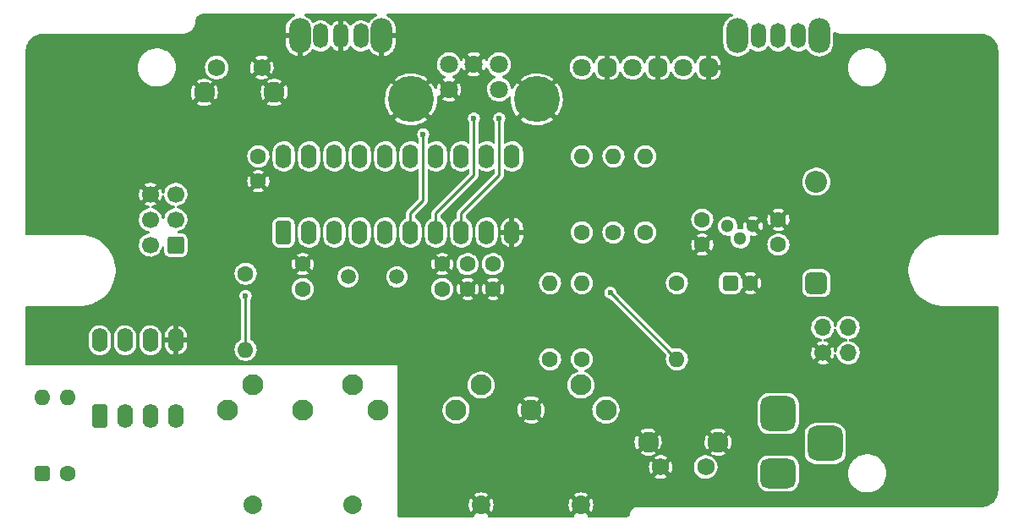
<source format=gbr>
%TF.GenerationSoftware,KiCad,Pcbnew,(6.0.11)*%
%TF.CreationDate,2023-08-23T01:54:35-07:00*%
%TF.ProjectId,miditwiddle,6d696469-7477-4696-9464-6c652e6b6963,rev?*%
%TF.SameCoordinates,PX9157080PY60e4b00*%
%TF.FileFunction,Copper,L2,Bot*%
%TF.FilePolarity,Positive*%
%FSLAX46Y46*%
G04 Gerber Fmt 4.6, Leading zero omitted, Abs format (unit mm)*
G04 Created by KiCad (PCBNEW (6.0.11)) date 2023-08-23 01:54:35*
%MOMM*%
%LPD*%
G01*
G04 APERTURE LIST*
G04 Aperture macros list*
%AMRoundRect*
0 Rectangle with rounded corners*
0 $1 Rounding radius*
0 $2 $3 $4 $5 $6 $7 $8 $9 X,Y pos of 4 corners*
0 Add a 4 corners polygon primitive as box body*
4,1,4,$2,$3,$4,$5,$6,$7,$8,$9,$2,$3,0*
0 Add four circle primitives for the rounded corners*
1,1,$1+$1,$2,$3*
1,1,$1+$1,$4,$5*
1,1,$1+$1,$6,$7*
1,1,$1+$1,$8,$9*
0 Add four rect primitives between the rounded corners*
20,1,$1+$1,$2,$3,$4,$5,0*
20,1,$1+$1,$4,$5,$6,$7,0*
20,1,$1+$1,$6,$7,$8,$9,0*
20,1,$1+$1,$8,$9,$2,$3,0*%
G04 Aperture macros list end*
%TA.AperFunction,ComponentPad*%
%ADD10C,1.600000*%
%TD*%
%TA.AperFunction,ComponentPad*%
%ADD11RoundRect,0.450000X0.450000X0.450000X-0.450000X0.450000X-0.450000X-0.450000X0.450000X-0.450000X0*%
%TD*%
%TA.AperFunction,ComponentPad*%
%ADD12C,1.800000*%
%TD*%
%TA.AperFunction,ComponentPad*%
%ADD13C,2.100000*%
%TD*%
%TA.AperFunction,ComponentPad*%
%ADD14C,1.860000*%
%TD*%
%TA.AperFunction,ComponentPad*%
%ADD15O,1.600000X1.600000*%
%TD*%
%TA.AperFunction,ComponentPad*%
%ADD16RoundRect,0.550000X0.550000X-0.550000X0.550000X0.550000X-0.550000X0.550000X-0.550000X-0.550000X0*%
%TD*%
%TA.AperFunction,ComponentPad*%
%ADD17O,2.200000X2.200000*%
%TD*%
%TA.AperFunction,ComponentPad*%
%ADD18C,1.700000*%
%TD*%
%TA.AperFunction,ComponentPad*%
%ADD19O,1.700000X1.700000*%
%TD*%
%TA.AperFunction,ComponentPad*%
%ADD20C,1.750000*%
%TD*%
%TA.AperFunction,ComponentPad*%
%ADD21RoundRect,0.250000X0.600000X0.600000X-0.600000X0.600000X-0.600000X-0.600000X0.600000X-0.600000X0*%
%TD*%
%TA.AperFunction,ComponentPad*%
%ADD22C,1.500000*%
%TD*%
%TA.AperFunction,ComponentPad*%
%ADD23RoundRect,0.400000X0.400000X-0.800000X0.400000X0.800000X-0.400000X0.800000X-0.400000X-0.800000X0*%
%TD*%
%TA.AperFunction,ComponentPad*%
%ADD24O,1.600000X2.400000*%
%TD*%
%TA.AperFunction,ComponentPad*%
%ADD25C,1.300000*%
%TD*%
%TA.AperFunction,ComponentPad*%
%ADD26RoundRect,0.400000X-0.400000X-0.400000X0.400000X-0.400000X0.400000X0.400000X-0.400000X0.400000X0*%
%TD*%
%TA.AperFunction,ComponentPad*%
%ADD27O,2.200000X3.500000*%
%TD*%
%TA.AperFunction,ComponentPad*%
%ADD28O,1.500000X2.500000*%
%TD*%
%TA.AperFunction,ComponentPad*%
%ADD29RoundRect,0.400000X0.400000X-0.400000X0.400000X0.400000X-0.400000X0.400000X-0.400000X-0.400000X0*%
%TD*%
%TA.AperFunction,ComponentPad*%
%ADD30RoundRect,0.875000X0.875000X-0.875000X0.875000X0.875000X-0.875000X0.875000X-0.875000X-0.875000X0*%
%TD*%
%TA.AperFunction,ComponentPad*%
%ADD31RoundRect,0.750000X1.000000X-0.750000X1.000000X0.750000X-1.000000X0.750000X-1.000000X-0.750000X0*%
%TD*%
%TA.AperFunction,ComponentPad*%
%ADD32C,4.600000*%
%TD*%
%TA.AperFunction,ViaPad*%
%ADD33C,0.600000*%
%TD*%
%TA.AperFunction,Conductor*%
%ADD34C,0.254000*%
%TD*%
G04 APERTURE END LIST*
D10*
%TO.P,C2,1*%
%TO.N,+5V*%
X19050000Y5080000D03*
%TO.P,C2,2*%
%TO.N,GND*%
X19050000Y2580000D03*
%TD*%
D11*
%TO.P,D5,1,K*%
%TO.N,GND*%
X9525000Y20320000D03*
D12*
%TO.P,D5,2,A*%
%TO.N,/LED2'*%
X6985000Y20320000D03*
%TD*%
D13*
%TO.P,J3,1*%
%TO.N,unconnected-(J3-Pad1)*%
X-13455000Y-13970000D03*
%TO.P,J3,2*%
%TO.N,unconnected-(J3-Pad2)*%
X-20955000Y-13970000D03*
%TO.P,J3,3*%
%TO.N,unconnected-(J3-Pad3)*%
X-28455000Y-13970000D03*
%TO.P,J3,4*%
%TO.N,/In+*%
X-15955000Y-11470000D03*
%TO.P,J3,5*%
%TO.N,/In-*%
X-25955000Y-11470000D03*
D14*
%TO.P,J3,MH1*%
%TO.N,N/C*%
X-15955000Y-23470000D03*
%TO.P,J3,MH2*%
X-25955000Y-23470000D03*
%TD*%
D13*
%TO.P,J4,1*%
%TO.N,unconnected-(J4-Pad1)*%
X9405000Y-13970000D03*
%TO.P,J4,2*%
%TO.N,GND*%
X1905000Y-13970000D03*
%TO.P,J4,3*%
%TO.N,unconnected-(J4-Pad3)*%
X-5595000Y-13970000D03*
%TO.P,J4,4*%
%TO.N,/Out+*%
X6905000Y-11470000D03*
%TO.P,J4,5*%
%TO.N,/Out-*%
X-3095000Y-11470000D03*
D14*
%TO.P,J4,MH1*%
%TO.N,GND*%
X6905000Y-23470000D03*
%TO.P,J4,MH2*%
X-3095000Y-23470000D03*
%TD*%
D10*
%TO.P,R5,1*%
%TO.N,/Out-*%
X3810000Y-8890000D03*
D15*
%TO.P,R5,2*%
%TO.N,TX*%
X3810000Y-1270000D03*
%TD*%
D16*
%TO.P,D1,1,K*%
%TO.N,/Raw''*%
X30480000Y-1270000D03*
D17*
%TO.P,D1,2,A*%
%TO.N,/Raw'*%
X30480000Y8890000D03*
%TD*%
D18*
%TO.P,JP1,1,Pin_1*%
%TO.N,GND*%
X31115000Y-8255000D03*
D19*
%TO.P,JP1,2,Pin_2*%
%TO.N,/J1Pin*%
X31115000Y-5715000D03*
%TO.P,JP1,3,Pin_3*%
%TO.N,/J1Brl*%
X33655000Y-8255000D03*
%TO.P,JP1,4,Pin_4*%
%TO.N,/Raw*%
X33655000Y-5715000D03*
%TD*%
D13*
%TO.P,SW2,*%
%TO.N,GND*%
X20645000Y-17195000D03*
X13635000Y-17195000D03*
D20*
%TO.P,SW2,1,1*%
%TO.N,~{Reset}*%
X19395000Y-19685000D03*
%TO.P,SW2,2,2*%
%TO.N,GND*%
X14895000Y-19685000D03*
%TD*%
D10*
%TO.P,R1,1*%
%TO.N,+5V*%
X16510000Y-1270000D03*
D15*
%TO.P,R1,2*%
%TO.N,~{Reset}*%
X16510000Y-8890000D03*
%TD*%
D21*
%TO.P,J2,1,MISO*%
%TO.N,/MISO*%
X-33655000Y2540000D03*
D18*
%TO.P,J2,2,VCC*%
%TO.N,+5V*%
X-36195000Y2540000D03*
%TO.P,J2,3,SCK*%
%TO.N,/SCK*%
X-33655000Y5080000D03*
%TO.P,J2,4,MOSI*%
%TO.N,/MOSI*%
X-36195000Y5080000D03*
%TO.P,J2,5,~{RST}*%
%TO.N,~{Reset}*%
X-33655000Y7620000D03*
%TO.P,J2,6,GND*%
%TO.N,GND*%
X-36195000Y7620000D03*
%TD*%
D22*
%TO.P,Y1,1,1*%
%TO.N,/X2*%
X-16410000Y-635000D03*
%TO.P,Y1,2,2*%
%TO.N,/X1*%
X-11530000Y-635000D03*
%TD*%
D23*
%TO.P,U2,1,PA2/~{RESET}*%
%TO.N,~{Reset}*%
X-22860000Y3810000D03*
D24*
%TO.P,U2,2,PD0*%
%TO.N,RX*%
X-20320000Y3810000D03*
%TO.P,U2,3,PD1*%
%TO.N,TX*%
X-17780000Y3810000D03*
%TO.P,U2,4,PA1/XTAL2*%
%TO.N,/X2*%
X-15240000Y3810000D03*
%TO.P,U2,5,PA0/XTAL1*%
%TO.N,/X1*%
X-12700000Y3810000D03*
%TO.P,U2,6,PD2*%
%TO.N,Enc_B*%
X-10160000Y3810000D03*
%TO.P,U2,7,PD3*%
%TO.N,Enc_A*%
X-7620000Y3810000D03*
%TO.P,U2,8,PD4*%
%TO.N,Enc_SW*%
X-5080000Y3810000D03*
%TO.P,U2,9,PD5*%
%TO.N,unconnected-(U2-Pad9)*%
X-2540000Y3810000D03*
%TO.P,U2,10,GND*%
%TO.N,GND*%
X0Y3810000D03*
%TO.P,U2,11,PD6*%
%TO.N,unconnected-(U2-Pad11)*%
X0Y11430000D03*
%TO.P,U2,12,PB0*%
%TO.N,Button*%
X-2540000Y11430000D03*
%TO.P,U2,13,PB1*%
%TO.N,Switch*%
X-5080000Y11430000D03*
%TO.P,U2,14,PB2*%
%TO.N,LED1*%
X-7620000Y11430000D03*
%TO.P,U2,15,PB3*%
%TO.N,LED2*%
X-10160000Y11430000D03*
%TO.P,U2,16,PB4*%
%TO.N,unconnected-(U2-Pad16)*%
X-12700000Y11430000D03*
%TO.P,U2,17,PB5*%
%TO.N,/MOSI*%
X-15240000Y11430000D03*
%TO.P,U2,18,PB6*%
%TO.N,/MISO*%
X-17780000Y11430000D03*
%TO.P,U2,19,PB7*%
%TO.N,/SCK*%
X-20320000Y11430000D03*
%TO.P,U2,20,VCC*%
%TO.N,+5V*%
X-22860000Y11430000D03*
%TD*%
D10*
%TO.P,C4,1*%
%TO.N,+5V*%
X-25400000Y11430000D03*
%TO.P,C4,2*%
%TO.N,GND*%
X-25400000Y8930000D03*
%TD*%
%TO.P,R4,1*%
%TO.N,/Out+*%
X6985000Y-8890000D03*
D15*
%TO.P,R4,2*%
%TO.N,+5V*%
X6985000Y-1270000D03*
%TD*%
D10*
%TO.P,C1,1*%
%TO.N,/Raw''*%
X26670000Y2580000D03*
%TO.P,C1,2*%
%TO.N,GND*%
X26670000Y5080000D03*
%TD*%
D25*
%TO.P,U1,1,GND*%
%TO.N,GND*%
X24130000Y4445000D03*
%TO.P,U1,2,VI*%
%TO.N,/Raw''*%
X22860000Y3175000D03*
%TO.P,U1,3,VO*%
%TO.N,+5V*%
X21590000Y4445000D03*
%TD*%
D10*
%TO.P,R6,1*%
%TO.N,+5V*%
X13335000Y3810000D03*
D15*
%TO.P,R6,2*%
%TO.N,/LEDP*%
X13335000Y11430000D03*
%TD*%
D10*
%TO.P,R7,1*%
%TO.N,LED1*%
X10160000Y3810000D03*
D15*
%TO.P,R7,2*%
%TO.N,/LED1'*%
X10160000Y11430000D03*
%TD*%
D11*
%TO.P,D3,1,K*%
%TO.N,GND*%
X19685000Y20320000D03*
D12*
%TO.P,D3,2,A*%
%TO.N,/LEDP*%
X17145000Y20320000D03*
%TD*%
D11*
%TO.P,D4,1,K*%
%TO.N,GND*%
X14605000Y20320000D03*
D12*
%TO.P,D4,2,A*%
%TO.N,/LED1'*%
X12065000Y20320000D03*
%TD*%
D26*
%TO.P,C3,1*%
%TO.N,+5V*%
X21850000Y-1270000D03*
D10*
%TO.P,C3,2*%
%TO.N,GND*%
X23850000Y-1270000D03*
%TD*%
D27*
%TO.P,SW1,*%
%TO.N,*%
X30770000Y23495000D03*
X22570000Y23495000D03*
D28*
%TO.P,SW1,1,A*%
%TO.N,unconnected-(SW1-Pad1)*%
X28670000Y23495000D03*
%TO.P,SW1,2,B*%
%TO.N,/Raw*%
X26670000Y23495000D03*
%TO.P,SW1,3,C*%
%TO.N,/Raw'*%
X24670000Y23495000D03*
%TD*%
D27*
%TO.P,SW3,*%
%TO.N,GND*%
X-21245000Y23495000D03*
X-13045000Y23495000D03*
D28*
%TO.P,SW3,1,A*%
%TO.N,Switch*%
X-15145000Y23495000D03*
%TO.P,SW3,2,B*%
%TO.N,GND*%
X-17145000Y23495000D03*
%TO.P,SW3,3,C*%
%TO.N,unconnected-(SW3-Pad3)*%
X-19145000Y23495000D03*
%TD*%
D10*
%TO.P,R8,1*%
%TO.N,LED2*%
X6985000Y3810000D03*
D15*
%TO.P,R8,2*%
%TO.N,/LED2'*%
X6985000Y11430000D03*
%TD*%
D13*
%TO.P,SW4,*%
%TO.N,GND*%
X-23795000Y17830000D03*
X-30805000Y17830000D03*
D20*
%TO.P,SW4,1,1*%
%TO.N,Button*%
X-29555000Y20320000D03*
%TO.P,SW4,2,2*%
%TO.N,GND*%
X-25055000Y20320000D03*
%TD*%
D10*
%TO.P,C8,1*%
%TO.N,Enc_B*%
X-4445000Y635000D03*
%TO.P,C8,2*%
%TO.N,GND*%
X-4445000Y-1865000D03*
%TD*%
%TO.P,R2,1*%
%TO.N,/In+'*%
X-44450000Y-20320000D03*
D15*
%TO.P,R2,2*%
%TO.N,/In+*%
X-44450000Y-12700000D03*
%TD*%
D29*
%TO.P,D2,1,K*%
%TO.N,/In+'*%
X-46990000Y-20320000D03*
D15*
%TO.P,D2,2,A*%
%TO.N,/In-*%
X-46990000Y-12700000D03*
%TD*%
D10*
%TO.P,R3,1*%
%TO.N,+5V*%
X-26670000Y-317500D03*
D15*
%TO.P,R3,2*%
%TO.N,RX*%
X-26670000Y-7937500D03*
%TD*%
D10*
%TO.P,C5,1*%
%TO.N,/X1*%
X-6985000Y-1865000D03*
%TO.P,C5,2*%
%TO.N,GND*%
X-6985000Y635000D03*
%TD*%
%TO.P,C6,1*%
%TO.N,/X2*%
X-20955000Y-1865000D03*
%TO.P,C6,2*%
%TO.N,GND*%
X-20955000Y635000D03*
%TD*%
%TO.P,C7,1*%
%TO.N,Enc_A*%
X-1905000Y635000D03*
%TO.P,C7,2*%
%TO.N,GND*%
X-1905000Y-1865000D03*
%TD*%
D23*
%TO.P,U3,1,NC*%
%TO.N,unconnected-(U3-Pad1)*%
X-41275000Y-14605000D03*
D24*
%TO.P,U3,2,C1*%
%TO.N,/In+'*%
X-38735000Y-14605000D03*
%TO.P,U3,3,C2*%
%TO.N,/In-*%
X-36195000Y-14605000D03*
%TO.P,U3,4,NC*%
%TO.N,unconnected-(U3-Pad4)*%
X-33655000Y-14605000D03*
%TO.P,U3,5,GND*%
%TO.N,GND*%
X-33655000Y-6985000D03*
%TO.P,U3,6,VO2*%
%TO.N,RX*%
X-36195000Y-6985000D03*
%TO.P,U3,7,VO1*%
%TO.N,unconnected-(U3-Pad7)*%
X-38735000Y-6985000D03*
%TO.P,U3,8,VCC*%
%TO.N,+5V*%
X-41275000Y-6985000D03*
%TD*%
D30*
%TO.P,J1,1*%
%TO.N,/J1Pin*%
X26670000Y-14320000D03*
D31*
%TO.P,J1,2*%
%TO.N,/J1Brl*%
X26670000Y-20320000D03*
D30*
%TO.P,J1,3*%
X31370000Y-17320000D03*
%TD*%
D32*
%TO.P,SW5,*%
%TO.N,GND*%
X-10110000Y17137500D03*
X2490000Y17137500D03*
D12*
%TO.P,SW5,A,A*%
%TO.N,Enc_A*%
X-1310000Y20637500D03*
%TO.P,SW5,B,B*%
%TO.N,Enc_B*%
X-6310000Y20637500D03*
%TO.P,SW5,C,C*%
%TO.N,GND*%
X-3810000Y20637500D03*
%TO.P,SW5,S1,S1*%
%TO.N,Enc_SW*%
X-1310000Y18137500D03*
%TO.P,SW5,S2,S2*%
%TO.N,GND*%
X-6310000Y18137500D03*
%TD*%
D33*
%TO.N,RX*%
X-26670000Y-2540000D03*
%TO.N,~{Reset}*%
X9842502Y-2222500D03*
%TO.N,Enc_A*%
X-3810000Y15240000D03*
%TO.N,Enc_B*%
X-8890000Y13652500D03*
%TO.N,Enc_SW*%
X-1270000Y15240000D03*
%TD*%
D34*
%TO.N,RX*%
X-26670000Y-7937500D02*
X-26670000Y-2540000D01*
%TO.N,~{Reset}*%
X9842502Y-2222502D02*
X9842502Y-2222500D01*
X16510000Y-8890000D02*
X9842502Y-2222502D01*
%TO.N,Enc_A*%
X-7620000Y3810000D02*
X-7620000Y5715000D01*
X-7620000Y5715000D02*
X-3810000Y9525000D01*
X-3810000Y9525000D02*
X-3810000Y15240000D01*
%TO.N,Enc_B*%
X-10160000Y5715000D02*
X-8890000Y6985000D01*
X-8890000Y6985000D02*
X-8890000Y13652500D01*
X-10160000Y3810000D02*
X-10160000Y5715000D01*
%TO.N,Enc_SW*%
X-5080000Y5715000D02*
X-1270000Y9525000D01*
X-5080000Y3810000D02*
X-5080000Y5715000D01*
X-1270000Y9525000D02*
X-1270000Y15240000D01*
%TD*%
%TA.AperFunction,Conductor*%
%TO.N,GND*%
G36*
X-21739482Y25674698D02*
G01*
X-21692989Y25621042D01*
X-21682885Y25550768D01*
X-21712379Y25486188D01*
X-21761321Y25451508D01*
X-21866921Y25409804D01*
X-21876443Y25405077D01*
X-22071135Y25286936D01*
X-22079725Y25280672D01*
X-22251724Y25131418D01*
X-22259144Y25123788D01*
X-22403534Y24947692D01*
X-22409559Y24938925D01*
X-22522219Y24741009D01*
X-22526673Y24731370D01*
X-22604381Y24517290D01*
X-22607149Y24507032D01*
X-22647883Y24281765D01*
X-22648818Y24273535D01*
X-22649730Y24254190D01*
X-22649800Y24251214D01*
X-22649800Y23767115D01*
X-22645325Y23751876D01*
X-22643935Y23750671D01*
X-22636252Y23749000D01*
X-21117000Y23749000D01*
X-21048879Y23728998D01*
X-21002386Y23675342D01*
X-20991000Y23623000D01*
X-20991000Y21480988D01*
X-20987027Y21467457D01*
X-20976420Y21465932D01*
X-20845075Y21493491D01*
X-20834895Y21496545D01*
X-20623079Y21580196D01*
X-20613557Y21584923D01*
X-20418865Y21703064D01*
X-20410275Y21709328D01*
X-20238276Y21858582D01*
X-20230856Y21866212D01*
X-20086466Y22042308D01*
X-20080445Y22051070D01*
X-20019938Y22157364D01*
X-19968855Y22206670D01*
X-19899225Y22220531D01*
X-19830120Y22192115D01*
X-19742723Y22119813D01*
X-19742714Y22119807D01*
X-19737972Y22115884D01*
X-19555924Y22017451D01*
X-19461713Y21988288D01*
X-19364111Y21958075D01*
X-19364108Y21958074D01*
X-19358224Y21956253D01*
X-19352099Y21955609D01*
X-19352098Y21955609D01*
X-19158531Y21935264D01*
X-19158530Y21935264D01*
X-19152403Y21934620D01*
X-19066508Y21942437D01*
X-18952439Y21952818D01*
X-18952436Y21952819D01*
X-18946300Y21953377D01*
X-18940394Y21955115D01*
X-18940390Y21955116D01*
X-18753674Y22010070D01*
X-18753675Y22010070D01*
X-18747765Y22011809D01*
X-18564361Y22107690D01*
X-18403073Y22237369D01*
X-18270045Y22395906D01*
X-18255780Y22421854D01*
X-18205434Y22471911D01*
X-18136017Y22486803D01*
X-18069568Y22461801D01*
X-18034115Y22420303D01*
X-18030710Y22413899D01*
X-18023921Y22403682D01*
X-17900972Y22252930D01*
X-17892328Y22244226D01*
X-17742440Y22120229D01*
X-17732269Y22113368D01*
X-17561149Y22020844D01*
X-17549842Y22016092D01*
X-17416308Y21974756D01*
X-17402205Y21974550D01*
X-17399000Y21981305D01*
X-17399000Y25001712D01*
X-17402973Y25015243D01*
X-17410768Y25016363D01*
X-17536138Y24979465D01*
X-17547506Y24974872D01*
X-17719904Y24884744D01*
X-17730165Y24878030D01*
X-17881769Y24756137D01*
X-17890543Y24747544D01*
X-18015574Y24598538D01*
X-18022517Y24588400D01*
X-18033650Y24568148D01*
X-18083994Y24518088D01*
X-18153411Y24503194D01*
X-18219860Y24528194D01*
X-18255315Y24569690D01*
X-18258871Y24576378D01*
X-18258873Y24576381D01*
X-18261765Y24581820D01*
X-18267131Y24588400D01*
X-18343868Y24682487D01*
X-18392567Y24742198D01*
X-18552028Y24874116D01*
X-18734076Y24972549D01*
X-18845060Y25006904D01*
X-18925889Y25031925D01*
X-18925892Y25031926D01*
X-18931776Y25033747D01*
X-18937901Y25034391D01*
X-18937902Y25034391D01*
X-19131469Y25054736D01*
X-19131470Y25054736D01*
X-19137597Y25055380D01*
X-19223492Y25047563D01*
X-19337561Y25037182D01*
X-19337564Y25037181D01*
X-19343700Y25036623D01*
X-19349606Y25034885D01*
X-19349610Y25034884D01*
X-19491592Y24993096D01*
X-19542235Y24978191D01*
X-19725639Y24882310D01*
X-19730439Y24878450D01*
X-19730440Y24878450D01*
X-19828026Y24799989D01*
X-19893649Y24772893D01*
X-19963503Y24785576D01*
X-20011606Y24831671D01*
X-20013087Y24830674D01*
X-20143248Y25024009D01*
X-20149909Y25032295D01*
X-20307107Y25197080D01*
X-20315064Y25204120D01*
X-20497774Y25340060D01*
X-20506811Y25345664D01*
X-20709815Y25448876D01*
X-20717399Y25451955D01*
X-20772992Y25496113D01*
X-20795886Y25563317D01*
X-20778812Y25632230D01*
X-20727192Y25680973D01*
X-20670001Y25694700D01*
X-13607603Y25694700D01*
X-13539482Y25674698D01*
X-13492989Y25621042D01*
X-13482885Y25550768D01*
X-13512379Y25486188D01*
X-13561321Y25451508D01*
X-13666921Y25409804D01*
X-13676443Y25405077D01*
X-13871135Y25286936D01*
X-13879725Y25280672D01*
X-14051724Y25131418D01*
X-14059144Y25123788D01*
X-14203534Y24947692D01*
X-14209555Y24938930D01*
X-14270062Y24832636D01*
X-14321145Y24783330D01*
X-14390775Y24769469D01*
X-14459880Y24797885D01*
X-14547277Y24870187D01*
X-14547286Y24870193D01*
X-14552028Y24874116D01*
X-14734076Y24972549D01*
X-14845060Y25006904D01*
X-14925889Y25031925D01*
X-14925892Y25031926D01*
X-14931776Y25033747D01*
X-14937901Y25034391D01*
X-14937902Y25034391D01*
X-15131469Y25054736D01*
X-15131470Y25054736D01*
X-15137597Y25055380D01*
X-15223492Y25047563D01*
X-15337561Y25037182D01*
X-15337564Y25037181D01*
X-15343700Y25036623D01*
X-15349606Y25034885D01*
X-15349610Y25034884D01*
X-15491592Y24993096D01*
X-15542235Y24978191D01*
X-15725639Y24882310D01*
X-15886927Y24752631D01*
X-16019955Y24594094D01*
X-16034220Y24568146D01*
X-16084566Y24518089D01*
X-16153983Y24503197D01*
X-16220432Y24528199D01*
X-16255885Y24569697D01*
X-16259290Y24576101D01*
X-16266079Y24586318D01*
X-16389028Y24737070D01*
X-16397672Y24745774D01*
X-16547560Y24869771D01*
X-16557731Y24876632D01*
X-16728851Y24969156D01*
X-16740158Y24973908D01*
X-16873692Y25015244D01*
X-16887795Y25015450D01*
X-16891000Y25008695D01*
X-16891000Y21988288D01*
X-16887027Y21974757D01*
X-16879232Y21973637D01*
X-16753862Y22010535D01*
X-16742494Y22015128D01*
X-16570096Y22105256D01*
X-16559835Y22111970D01*
X-16408231Y22233863D01*
X-16399457Y22242456D01*
X-16274426Y22391462D01*
X-16267483Y22401600D01*
X-16256350Y22421852D01*
X-16206006Y22471912D01*
X-16136589Y22486806D01*
X-16070140Y22461806D01*
X-16034685Y22420310D01*
X-16028235Y22408180D01*
X-16024341Y22403406D01*
X-16024340Y22403404D01*
X-15998584Y22371824D01*
X-15897433Y22247802D01*
X-15737972Y22115884D01*
X-15555924Y22017451D01*
X-15461713Y21988288D01*
X-15364111Y21958075D01*
X-15364108Y21958074D01*
X-15358224Y21956253D01*
X-15352099Y21955609D01*
X-15352098Y21955609D01*
X-15158531Y21935264D01*
X-15158530Y21935264D01*
X-15152403Y21934620D01*
X-15066508Y21942437D01*
X-14952439Y21952818D01*
X-14952436Y21952819D01*
X-14946300Y21953377D01*
X-14940394Y21955115D01*
X-14940390Y21955116D01*
X-14753674Y22010070D01*
X-14753675Y22010070D01*
X-14747765Y22011809D01*
X-14564361Y22107690D01*
X-14549283Y22119813D01*
X-14461974Y22190011D01*
X-14396351Y22217107D01*
X-14326497Y22204424D01*
X-14278394Y22158329D01*
X-14276913Y22159326D01*
X-14146752Y21965991D01*
X-14140091Y21957705D01*
X-13982893Y21792920D01*
X-13974936Y21785880D01*
X-13792226Y21649940D01*
X-13783189Y21644336D01*
X-13580189Y21541126D01*
X-13570328Y21537123D01*
X-13352852Y21469594D01*
X-13342460Y21467309D01*
X-13316958Y21463929D01*
X-13302793Y21466126D01*
X-13299000Y21479310D01*
X-13299000Y21480988D01*
X-12791000Y21480988D01*
X-12787027Y21467457D01*
X-12776420Y21465932D01*
X-12645075Y21493491D01*
X-12634895Y21496545D01*
X-12423079Y21580196D01*
X-12413557Y21584923D01*
X-12218865Y21703064D01*
X-12210275Y21709328D01*
X-12038276Y21858582D01*
X-12030856Y21866212D01*
X-11886466Y22042308D01*
X-11880441Y22051075D01*
X-11767781Y22248991D01*
X-11763327Y22258630D01*
X-11685619Y22472710D01*
X-11682851Y22482968D01*
X-11642117Y22708235D01*
X-11641182Y22716465D01*
X-11640270Y22735810D01*
X-11640200Y22738786D01*
X-11640200Y23222885D01*
X-11644675Y23238124D01*
X-11646065Y23239329D01*
X-11653748Y23241000D01*
X-12772885Y23241000D01*
X-12788124Y23236525D01*
X-12789329Y23235135D01*
X-12791000Y23227452D01*
X-12791000Y21480988D01*
X-13299000Y21480988D01*
X-13299000Y23623000D01*
X-13278998Y23691121D01*
X-13225342Y23737614D01*
X-13173000Y23749000D01*
X-11658315Y23749000D01*
X-11643076Y23753475D01*
X-11641871Y23754865D01*
X-11640200Y23762548D01*
X-11640200Y24202199D01*
X-11640425Y24207508D01*
X-11654826Y24377239D01*
X-11656616Y24387710D01*
X-11713828Y24608136D01*
X-11717364Y24618176D01*
X-11810897Y24825813D01*
X-11816066Y24835099D01*
X-11943248Y25024009D01*
X-11949909Y25032295D01*
X-12107107Y25197080D01*
X-12115064Y25204120D01*
X-12297774Y25340060D01*
X-12306811Y25345664D01*
X-12509815Y25448876D01*
X-12517399Y25451955D01*
X-12572992Y25496113D01*
X-12595886Y25563317D01*
X-12578812Y25632230D01*
X-12527192Y25680973D01*
X-12470001Y25694700D01*
X22006035Y25694700D01*
X22074156Y25674698D01*
X22120649Y25621042D01*
X22130753Y25550768D01*
X22101259Y25486188D01*
X22052317Y25451508D01*
X21942895Y25408295D01*
X21921889Y25395548D01*
X21743570Y25287342D01*
X21743567Y25287340D01*
X21739009Y25284574D01*
X21734981Y25281079D01*
X21734980Y25281078D01*
X21567251Y25135529D01*
X21558883Y25128268D01*
X21555496Y25124137D01*
X21411052Y24947977D01*
X21411048Y24947971D01*
X21407668Y24943849D01*
X21289688Y24736587D01*
X21208316Y24512411D01*
X21165878Y24277729D01*
X21164700Y24252748D01*
X21164700Y22785120D01*
X21179783Y22607366D01*
X21181121Y22602211D01*
X21181122Y22602205D01*
X21238355Y22381695D01*
X21239697Y22376526D01*
X21337648Y22159082D01*
X21470837Y21961250D01*
X21474516Y21957393D01*
X21474518Y21957391D01*
X21615743Y21809349D01*
X21635453Y21788687D01*
X21826792Y21646327D01*
X21831543Y21643911D01*
X21831547Y21643909D01*
X22034622Y21540661D01*
X22039380Y21538242D01*
X22126302Y21511252D01*
X22262038Y21469104D01*
X22262044Y21469103D01*
X22267141Y21467520D01*
X22366101Y21454404D01*
X22498278Y21436885D01*
X22498282Y21436885D01*
X22503562Y21436185D01*
X22508891Y21436385D01*
X22508893Y21436385D01*
X22622722Y21440659D01*
X22741882Y21445132D01*
X22783771Y21453921D01*
X22970069Y21493010D01*
X22975288Y21494105D01*
X22980244Y21496062D01*
X22980250Y21496064D01*
X23138992Y21558755D01*
X23197105Y21581705D01*
X23325775Y21659784D01*
X23396430Y21702658D01*
X23396433Y21702660D01*
X23400991Y21705426D01*
X23405488Y21709328D01*
X23577084Y21858232D01*
X23577086Y21858234D01*
X23581117Y21861732D01*
X23641410Y21935264D01*
X23728948Y22042023D01*
X23728952Y22042029D01*
X23732332Y22046151D01*
X23792449Y22151761D01*
X23795453Y22157039D01*
X23846535Y22206345D01*
X23916165Y22220207D01*
X23985270Y22191792D01*
X24072278Y22119812D01*
X24072288Y22119805D01*
X24077028Y22115884D01*
X24259076Y22017451D01*
X24353287Y21988288D01*
X24450889Y21958075D01*
X24450892Y21958074D01*
X24456776Y21956253D01*
X24462901Y21955609D01*
X24462902Y21955609D01*
X24656469Y21935264D01*
X24656470Y21935264D01*
X24662597Y21934620D01*
X24748492Y21942437D01*
X24862561Y21952818D01*
X24862564Y21952819D01*
X24868700Y21953377D01*
X24874606Y21955115D01*
X24874610Y21955116D01*
X25061326Y22010070D01*
X25061325Y22010070D01*
X25067235Y22011809D01*
X25250639Y22107690D01*
X25411927Y22237369D01*
X25544955Y22395906D01*
X25548086Y22401600D01*
X25558931Y22421328D01*
X25609276Y22471387D01*
X25678693Y22486280D01*
X25745142Y22461279D01*
X25780596Y22419782D01*
X25786765Y22408180D01*
X25790659Y22403406D01*
X25790660Y22403404D01*
X25816416Y22371824D01*
X25917567Y22247802D01*
X26077028Y22115884D01*
X26259076Y22017451D01*
X26353287Y21988288D01*
X26450889Y21958075D01*
X26450892Y21958074D01*
X26456776Y21956253D01*
X26462901Y21955609D01*
X26462902Y21955609D01*
X26656469Y21935264D01*
X26656470Y21935264D01*
X26662597Y21934620D01*
X26748492Y21942437D01*
X26862561Y21952818D01*
X26862564Y21952819D01*
X26868700Y21953377D01*
X26874606Y21955115D01*
X26874610Y21955116D01*
X27061326Y22010070D01*
X27061325Y22010070D01*
X27067235Y22011809D01*
X27250639Y22107690D01*
X27411927Y22237369D01*
X27544955Y22395906D01*
X27548086Y22401600D01*
X27558931Y22421328D01*
X27609276Y22471387D01*
X27678693Y22486280D01*
X27745142Y22461279D01*
X27780596Y22419782D01*
X27786765Y22408180D01*
X27790659Y22403406D01*
X27790660Y22403404D01*
X27816416Y22371824D01*
X27917567Y22247802D01*
X28077028Y22115884D01*
X28259076Y22017451D01*
X28353287Y21988288D01*
X28450889Y21958075D01*
X28450892Y21958074D01*
X28456776Y21956253D01*
X28462901Y21955609D01*
X28462902Y21955609D01*
X28656469Y21935264D01*
X28656470Y21935264D01*
X28662597Y21934620D01*
X28748492Y21942437D01*
X28862561Y21952818D01*
X28862564Y21952819D01*
X28868700Y21953377D01*
X28874606Y21955115D01*
X28874610Y21955116D01*
X29061326Y22010070D01*
X29061325Y22010070D01*
X29067235Y22011809D01*
X29250639Y22107690D01*
X29314861Y22159326D01*
X29352629Y22189692D01*
X29418251Y22216788D01*
X29488106Y22204105D01*
X29536144Y22158070D01*
X29537648Y22159082D01*
X29670837Y21961250D01*
X29674516Y21957393D01*
X29674518Y21957391D01*
X29815743Y21809349D01*
X29835453Y21788687D01*
X30026792Y21646327D01*
X30031543Y21643911D01*
X30031547Y21643909D01*
X30234622Y21540661D01*
X30239380Y21538242D01*
X30326302Y21511252D01*
X30462038Y21469104D01*
X30462044Y21469103D01*
X30467141Y21467520D01*
X30566101Y21454404D01*
X30698278Y21436885D01*
X30698282Y21436885D01*
X30703562Y21436185D01*
X30708891Y21436385D01*
X30708893Y21436385D01*
X30822722Y21440659D01*
X30941882Y21445132D01*
X30983771Y21453921D01*
X31170069Y21493010D01*
X31175288Y21494105D01*
X31180244Y21496062D01*
X31180250Y21496064D01*
X31338992Y21558755D01*
X31397105Y21581705D01*
X31525775Y21659784D01*
X31596430Y21702658D01*
X31596433Y21702660D01*
X31600991Y21705426D01*
X31605488Y21709328D01*
X31777084Y21858232D01*
X31777086Y21858234D01*
X31781117Y21861732D01*
X31841410Y21935264D01*
X31928948Y22042023D01*
X31928952Y22042029D01*
X31932332Y22046151D01*
X32050312Y22253413D01*
X32131684Y22477589D01*
X32174122Y22712271D01*
X32175300Y22737252D01*
X32175300Y23749496D01*
X32195302Y23817617D01*
X32248958Y23864110D01*
X32319232Y23874214D01*
X32367136Y23856928D01*
X32405574Y23833373D01*
X32410144Y23831480D01*
X32410148Y23831478D01*
X32590820Y23756641D01*
X32590822Y23756640D01*
X32595393Y23754747D01*
X32664357Y23738190D01*
X32790362Y23707939D01*
X32790368Y23707938D01*
X32795175Y23706784D01*
X32928090Y23696323D01*
X32936893Y23695630D01*
X32939659Y23695188D01*
X32939673Y23695327D01*
X32946068Y23694700D01*
X32948446Y23694700D01*
X32949858Y23694610D01*
X32984250Y23691903D01*
X32984253Y23691903D01*
X32993096Y23691207D01*
X33000000Y23689990D01*
X33015858Y23692786D01*
X33037736Y23694700D01*
X46962264Y23694700D01*
X46984142Y23692786D01*
X47000000Y23689990D01*
X47010858Y23691905D01*
X47021878Y23691905D01*
X47021878Y23691577D01*
X47034534Y23692230D01*
X47232190Y23678093D01*
X47249985Y23675535D01*
X47468651Y23627967D01*
X47485890Y23622906D01*
X47695571Y23544698D01*
X47711913Y23537234D01*
X47778423Y23500917D01*
X47908317Y23429989D01*
X47923440Y23420270D01*
X48102581Y23286167D01*
X48116167Y23274394D01*
X48274394Y23116167D01*
X48286167Y23102581D01*
X48420270Y22923440D01*
X48429989Y22908317D01*
X48537233Y22711916D01*
X48544698Y22695571D01*
X48622904Y22485896D01*
X48627967Y22468651D01*
X48648008Y22376526D01*
X48675535Y22249984D01*
X48678093Y22232190D01*
X48692230Y22034534D01*
X48691577Y22021878D01*
X48691905Y22021878D01*
X48691905Y22010858D01*
X48689990Y22000000D01*
X48691904Y21989145D01*
X48692786Y21984144D01*
X48694700Y21962264D01*
X48694700Y3681300D01*
X48674698Y3613179D01*
X48621042Y3566686D01*
X48568700Y3555300D01*
X43287736Y3555300D01*
X43265858Y3557214D01*
X43250000Y3560010D01*
X43248877Y3559812D01*
X43238520Y3559287D01*
X43238519Y3559287D01*
X43032749Y3548851D01*
X42889854Y3541604D01*
X42886700Y3541121D01*
X42886692Y3541120D01*
X42745899Y3519551D01*
X42533404Y3486998D01*
X42530322Y3486200D01*
X42187390Y3397410D01*
X42187381Y3397407D01*
X42184306Y3396611D01*
X41846145Y3271369D01*
X41843283Y3269965D01*
X41843278Y3269963D01*
X41677007Y3188403D01*
X41522389Y3112559D01*
X41519668Y3110863D01*
X41219077Y2923504D01*
X41219070Y2923499D01*
X41216360Y2921810D01*
X41213838Y2919858D01*
X41213831Y2919853D01*
X41034743Y2781229D01*
X40931199Y2701080D01*
X40669833Y2452632D01*
X40434942Y2179017D01*
X40433116Y2176394D01*
X40433114Y2176391D01*
X40367567Y2082217D01*
X40228938Y1883043D01*
X40053933Y1567745D01*
X39911725Y1236361D01*
X39910773Y1233328D01*
X39910773Y1233327D01*
X39804723Y895323D01*
X39804720Y895312D01*
X39803772Y892290D01*
X39731182Y539063D01*
X39730860Y535900D01*
X39730859Y535891D01*
X39701487Y247045D01*
X39694700Y180304D01*
X39694700Y-180304D01*
X39695023Y-183478D01*
X39695023Y-183483D01*
X39729980Y-527242D01*
X39731182Y-539063D01*
X39803772Y-892290D01*
X39804720Y-895312D01*
X39804723Y-895323D01*
X39895098Y-1183366D01*
X39911725Y-1236361D01*
X40053933Y-1567745D01*
X40228938Y-1883043D01*
X40262465Y-1931213D01*
X40400552Y-2129607D01*
X40434942Y-2179017D01*
X40669833Y-2452632D01*
X40931199Y-2701080D01*
X40969680Y-2730866D01*
X41213831Y-2919853D01*
X41213838Y-2919858D01*
X41216360Y-2921810D01*
X41219070Y-2923499D01*
X41219077Y-2923504D01*
X41499447Y-3098259D01*
X41522389Y-3112559D01*
X41657758Y-3178961D01*
X41843278Y-3269963D01*
X41843283Y-3269965D01*
X41846145Y-3271369D01*
X42184306Y-3396611D01*
X42187381Y-3397407D01*
X42187390Y-3397410D01*
X42516344Y-3482581D01*
X42533404Y-3486998D01*
X42713461Y-3514582D01*
X42886692Y-3541120D01*
X42886700Y-3541121D01*
X42889854Y-3541604D01*
X43248877Y-3559812D01*
X43250000Y-3560010D01*
X43265858Y-3557214D01*
X43287736Y-3555300D01*
X48568700Y-3555300D01*
X48636821Y-3575302D01*
X48683314Y-3628958D01*
X48694700Y-3681300D01*
X48694700Y-21962264D01*
X48692786Y-21984142D01*
X48689990Y-22000000D01*
X48691905Y-22010858D01*
X48691905Y-22021878D01*
X48691577Y-22021878D01*
X48692230Y-22034534D01*
X48678093Y-22232190D01*
X48675535Y-22249984D01*
X48634963Y-22436496D01*
X48627969Y-22468646D01*
X48622906Y-22485890D01*
X48544698Y-22695571D01*
X48537233Y-22711916D01*
X48429989Y-22908317D01*
X48420270Y-22923440D01*
X48286167Y-23102581D01*
X48274394Y-23116167D01*
X48116167Y-23274394D01*
X48102581Y-23286167D01*
X47923440Y-23420270D01*
X47908317Y-23429989D01*
X47817499Y-23479580D01*
X47711913Y-23537234D01*
X47695571Y-23544698D01*
X47485890Y-23622906D01*
X47468651Y-23627967D01*
X47273381Y-23670445D01*
X47249984Y-23675535D01*
X47232190Y-23678093D01*
X47034534Y-23692230D01*
X47021878Y-23691577D01*
X47021878Y-23691905D01*
X47010858Y-23691905D01*
X47000000Y-23689990D01*
X46984142Y-23692786D01*
X46962264Y-23694700D01*
X12637736Y-23694700D01*
X12615858Y-23692786D01*
X12600000Y-23689990D01*
X12589555Y-23691832D01*
X12588814Y-23691905D01*
X12587671Y-23691905D01*
X12584761Y-23692304D01*
X12492344Y-23701406D01*
X12442133Y-23706351D01*
X12436207Y-23708149D01*
X12436205Y-23708149D01*
X12314114Y-23745185D01*
X12290334Y-23752399D01*
X12284879Y-23755315D01*
X12284876Y-23755316D01*
X12155893Y-23824259D01*
X12150434Y-23827177D01*
X12027811Y-23927811D01*
X11927177Y-24050434D01*
X11924260Y-24055892D01*
X11924259Y-24055893D01*
X11883302Y-24132519D01*
X11852399Y-24190334D01*
X11806351Y-24342133D01*
X11798141Y-24425492D01*
X11792304Y-24484762D01*
X11791904Y-24487678D01*
X11791904Y-24488821D01*
X11791832Y-24489552D01*
X11789990Y-24500000D01*
X11791322Y-24507555D01*
X11789483Y-24526227D01*
X11784768Y-24549929D01*
X11765957Y-24595344D01*
X11751599Y-24616833D01*
X11716833Y-24651599D01*
X11701498Y-24661846D01*
X11695344Y-24665957D01*
X11649929Y-24684768D01*
X11639113Y-24686920D01*
X11626225Y-24689483D01*
X11607555Y-24691322D01*
X11600000Y-24689990D01*
X11584142Y-24692786D01*
X11562264Y-24694700D01*
X7683819Y-24694700D01*
X7615698Y-24674698D01*
X7569205Y-24621042D01*
X7559101Y-24550768D01*
X7573969Y-24516424D01*
X7574987Y-24506589D01*
X7566797Y-24491007D01*
X6917812Y-23842022D01*
X6903868Y-23834408D01*
X6902035Y-23834539D01*
X6895420Y-23838790D01*
X6242481Y-24491729D01*
X6234867Y-24505673D01*
X6235430Y-24513557D01*
X6252705Y-24557719D01*
X6238715Y-24627324D01*
X6189316Y-24678316D01*
X6127184Y-24694700D01*
X-2316181Y-24694700D01*
X-2384302Y-24674698D01*
X-2430795Y-24621042D01*
X-2440899Y-24550768D01*
X-2426031Y-24516424D01*
X-2425013Y-24506589D01*
X-2433203Y-24491007D01*
X-3082188Y-23842022D01*
X-3096132Y-23834408D01*
X-3097965Y-23834539D01*
X-3104580Y-23838790D01*
X-3757519Y-24491729D01*
X-3765133Y-24505673D01*
X-3764570Y-24513557D01*
X-3747295Y-24557719D01*
X-3761285Y-24627324D01*
X-3810684Y-24678316D01*
X-3872816Y-24694700D01*
X-11304000Y-24694700D01*
X-11372121Y-24674698D01*
X-11418614Y-24621042D01*
X-11430000Y-24568700D01*
X-11430000Y-23475475D01*
X-4334038Y-23475475D01*
X-4316165Y-23679760D01*
X-4314262Y-23690555D01*
X-4261188Y-23888630D01*
X-4257442Y-23898922D01*
X-4170778Y-24084773D01*
X-4165299Y-24094263D01*
X-4139931Y-24130492D01*
X-4129456Y-24138866D01*
X-4116007Y-24131797D01*
X-3467022Y-23482812D01*
X-3460644Y-23471132D01*
X-2730592Y-23471132D01*
X-2730461Y-23472965D01*
X-2726210Y-23479580D01*
X-2073271Y-24132519D01*
X-2061497Y-24138949D01*
X-2049482Y-24129653D01*
X-2024701Y-24094263D01*
X-2019222Y-24084773D01*
X-1932558Y-23898922D01*
X-1928812Y-23888630D01*
X-1875738Y-23690555D01*
X-1873835Y-23679760D01*
X-1855962Y-23475475D01*
X5665962Y-23475475D01*
X5683835Y-23679760D01*
X5685738Y-23690555D01*
X5738812Y-23888630D01*
X5742558Y-23898922D01*
X5829222Y-24084773D01*
X5834701Y-24094263D01*
X5860069Y-24130492D01*
X5870544Y-24138866D01*
X5883993Y-24131797D01*
X6532978Y-23482812D01*
X6539356Y-23471132D01*
X7269408Y-23471132D01*
X7269539Y-23472965D01*
X7273790Y-23479580D01*
X7926729Y-24132519D01*
X7938503Y-24138949D01*
X7950518Y-24129653D01*
X7975299Y-24094263D01*
X7980778Y-24084773D01*
X8067442Y-23898922D01*
X8071188Y-23888630D01*
X8124262Y-23690555D01*
X8126165Y-23679760D01*
X8144038Y-23475475D01*
X8144038Y-23464525D01*
X8126165Y-23260240D01*
X8124262Y-23249445D01*
X8071188Y-23051370D01*
X8067442Y-23041078D01*
X7980778Y-22855227D01*
X7975299Y-22845737D01*
X7949931Y-22809508D01*
X7939456Y-22801134D01*
X7926007Y-22808203D01*
X7277022Y-23457188D01*
X7269408Y-23471132D01*
X6539356Y-23471132D01*
X6540592Y-23468868D01*
X6540461Y-23467035D01*
X6536210Y-23460420D01*
X5883271Y-22807481D01*
X5871497Y-22801051D01*
X5859482Y-22810347D01*
X5834701Y-22845737D01*
X5829222Y-22855227D01*
X5742558Y-23041078D01*
X5738812Y-23051370D01*
X5685738Y-23249445D01*
X5683835Y-23260240D01*
X5665962Y-23464525D01*
X5665962Y-23475475D01*
X-1855962Y-23475475D01*
X-1855962Y-23464525D01*
X-1873835Y-23260240D01*
X-1875738Y-23249445D01*
X-1928812Y-23051370D01*
X-1932558Y-23041078D01*
X-2019222Y-22855227D01*
X-2024701Y-22845737D01*
X-2050069Y-22809508D01*
X-2060544Y-22801134D01*
X-2073993Y-22808203D01*
X-2722978Y-23457188D01*
X-2730592Y-23471132D01*
X-3460644Y-23471132D01*
X-3459408Y-23468868D01*
X-3459539Y-23467035D01*
X-3463790Y-23460420D01*
X-4116729Y-22807481D01*
X-4128503Y-22801051D01*
X-4140518Y-22810347D01*
X-4165299Y-22845737D01*
X-4170778Y-22855227D01*
X-4257442Y-23041078D01*
X-4261188Y-23051370D01*
X-4314262Y-23249445D01*
X-4316165Y-23260240D01*
X-4334038Y-23464525D01*
X-4334038Y-23475475D01*
X-11430000Y-23475475D01*
X-11430000Y-22435544D01*
X-3763866Y-22435544D01*
X-3756797Y-22448993D01*
X-3107812Y-23097978D01*
X-3093868Y-23105592D01*
X-3092035Y-23105461D01*
X-3085420Y-23101210D01*
X-2432481Y-22448271D01*
X-2426051Y-22436496D01*
X-2426788Y-22435544D01*
X6236134Y-22435544D01*
X6243203Y-22448993D01*
X6892188Y-23097978D01*
X6906132Y-23105592D01*
X6907965Y-23105461D01*
X6914580Y-23101210D01*
X7567519Y-22448271D01*
X7573949Y-22436496D01*
X7564653Y-22424481D01*
X7529268Y-22399704D01*
X7519772Y-22394221D01*
X7333922Y-22307558D01*
X7323630Y-22303812D01*
X7125555Y-22250738D01*
X7114760Y-22248835D01*
X6910475Y-22230962D01*
X6899525Y-22230962D01*
X6695240Y-22248835D01*
X6684445Y-22250738D01*
X6486370Y-22303812D01*
X6476078Y-22307558D01*
X6290227Y-22394222D01*
X6280737Y-22399701D01*
X6244508Y-22425069D01*
X6236134Y-22435544D01*
X-2426788Y-22435544D01*
X-2435347Y-22424481D01*
X-2470732Y-22399704D01*
X-2480228Y-22394221D01*
X-2666078Y-22307558D01*
X-2676370Y-22303812D01*
X-2874445Y-22250738D01*
X-2885240Y-22248835D01*
X-3089525Y-22230962D01*
X-3100475Y-22230962D01*
X-3304760Y-22248835D01*
X-3315555Y-22250738D01*
X-3513630Y-22303812D01*
X-3523922Y-22307558D01*
X-3709773Y-22394222D01*
X-3719263Y-22399701D01*
X-3755492Y-22425069D01*
X-3763866Y-22435544D01*
X-11430000Y-22435544D01*
X-11430000Y-20678062D01*
X14266298Y-20678062D01*
X14276181Y-20690552D01*
X14324833Y-20723060D01*
X14334941Y-20728549D01*
X14523553Y-20809583D01*
X14534496Y-20813138D01*
X14734709Y-20858442D01*
X14746119Y-20859944D01*
X14951242Y-20868003D01*
X14962724Y-20867401D01*
X15165885Y-20837945D01*
X15177068Y-20835260D01*
X15371452Y-20769276D01*
X15381965Y-20764595D01*
X15515783Y-20689652D01*
X15525648Y-20679574D01*
X15522692Y-20671902D01*
X14907812Y-20057022D01*
X14893868Y-20049408D01*
X14892035Y-20049539D01*
X14885420Y-20053790D01*
X14272494Y-20666716D01*
X14266298Y-20678062D01*
X-11430000Y-20678062D01*
X-11430000Y-19659750D01*
X13710930Y-19659750D01*
X13724356Y-19864584D01*
X13726157Y-19875954D01*
X13776685Y-20074912D01*
X13780526Y-20085759D01*
X13866469Y-20272185D01*
X13872218Y-20282142D01*
X13889270Y-20306270D01*
X13899859Y-20314658D01*
X13913160Y-20307630D01*
X14522978Y-19697812D01*
X14529356Y-19686132D01*
X15259408Y-19686132D01*
X15259539Y-19687965D01*
X15263790Y-19694580D01*
X15877988Y-20308778D01*
X15890368Y-20315538D01*
X15896948Y-20310612D01*
X15974595Y-20171965D01*
X15979276Y-20161452D01*
X16045260Y-19967068D01*
X16047945Y-19955885D01*
X16077697Y-19750684D01*
X16078327Y-19743302D01*
X16079757Y-19688704D01*
X16079514Y-19681305D01*
X16077002Y-19653971D01*
X18210049Y-19653971D01*
X18224237Y-19870431D01*
X18277633Y-20080680D01*
X18368451Y-20277678D01*
X18371784Y-20282394D01*
X18432212Y-20367898D01*
X18493647Y-20454828D01*
X18649031Y-20606195D01*
X18829397Y-20726712D01*
X18834705Y-20728993D01*
X18834706Y-20728993D01*
X19023402Y-20810063D01*
X19023405Y-20810064D01*
X19028705Y-20812341D01*
X19034335Y-20813615D01*
X19234644Y-20858941D01*
X19234647Y-20858941D01*
X19240280Y-20860216D01*
X19246051Y-20860443D01*
X19246053Y-20860443D01*
X19309986Y-20862955D01*
X19457037Y-20868733D01*
X19462746Y-20867905D01*
X19462750Y-20867905D01*
X19666001Y-20838434D01*
X19666005Y-20838433D01*
X19671716Y-20837605D01*
X19678625Y-20835260D01*
X19871660Y-20769734D01*
X19871659Y-20769734D01*
X19877128Y-20767878D01*
X20066394Y-20661884D01*
X20233174Y-20523174D01*
X20371884Y-20356394D01*
X20477878Y-20167128D01*
X20547605Y-19961716D01*
X20548451Y-19955885D01*
X20578201Y-19750707D01*
X20578201Y-19750705D01*
X20578733Y-19747037D01*
X20580357Y-19685000D01*
X20560529Y-19469215D01*
X24614700Y-19469215D01*
X24614701Y-21170784D01*
X24615023Y-21177161D01*
X24655929Y-21380033D01*
X24735461Y-21571096D01*
X24850589Y-21743072D01*
X24996928Y-21889411D01*
X25168904Y-22004539D01*
X25359967Y-22084071D01*
X25366011Y-22085290D01*
X25366012Y-22085290D01*
X25558251Y-22124052D01*
X25562839Y-22124977D01*
X25567503Y-22125213D01*
X25567509Y-22125214D01*
X25567627Y-22125220D01*
X25567644Y-22125220D01*
X25569215Y-22125300D01*
X25570812Y-22125300D01*
X26674498Y-22125299D01*
X27770784Y-22125299D01*
X27772460Y-22125214D01*
X27772490Y-22125213D01*
X27772492Y-22125213D01*
X27777161Y-22124977D01*
X27781749Y-22124052D01*
X27973988Y-22085290D01*
X27973989Y-22085290D01*
X27980033Y-22084071D01*
X28171096Y-22004539D01*
X28343072Y-21889411D01*
X28489411Y-21743072D01*
X28604539Y-21571096D01*
X28684071Y-21380033D01*
X28724977Y-21177161D01*
X28725300Y-21170785D01*
X28725300Y-20363342D01*
X33650096Y-20363342D01*
X33676357Y-20638594D01*
X33677442Y-20643028D01*
X33677443Y-20643034D01*
X33730276Y-20858941D01*
X33742078Y-20907173D01*
X33845881Y-21163451D01*
X33848185Y-21167386D01*
X33848188Y-21167392D01*
X33940754Y-21325481D01*
X33985593Y-21402060D01*
X34103414Y-21549389D01*
X34124871Y-21576219D01*
X34158285Y-21618002D01*
X34360342Y-21806753D01*
X34587529Y-21964358D01*
X34668296Y-22004539D01*
X34831001Y-22085484D01*
X34831004Y-22085485D01*
X34835088Y-22087517D01*
X35097833Y-22173649D01*
X35102324Y-22174429D01*
X35102325Y-22174429D01*
X35366479Y-22220294D01*
X35366487Y-22220295D01*
X35370260Y-22220950D01*
X35374097Y-22221141D01*
X35456067Y-22225222D01*
X35456075Y-22225222D01*
X35457638Y-22225300D01*
X35630233Y-22225300D01*
X35632501Y-22225135D01*
X35632513Y-22225135D01*
X35765721Y-22215469D01*
X35835778Y-22210386D01*
X35840233Y-22209402D01*
X35840236Y-22209402D01*
X36101318Y-22151761D01*
X36101322Y-22151760D01*
X36105778Y-22150776D01*
X36288100Y-22081700D01*
X36360075Y-22054431D01*
X36360078Y-22054430D01*
X36364345Y-22052813D01*
X36606063Y-21918551D01*
X36825867Y-21750802D01*
X36829160Y-21747434D01*
X36952643Y-21621116D01*
X37019153Y-21553080D01*
X37181872Y-21329526D01*
X37310616Y-21084825D01*
X37402687Y-20824102D01*
X37456156Y-20552819D01*
X37457853Y-20518736D01*
X37469677Y-20281227D01*
X37469677Y-20281221D01*
X37469904Y-20276658D01*
X37443643Y-20001406D01*
X37432533Y-19956001D01*
X37379007Y-19737261D01*
X37377922Y-19732827D01*
X37363740Y-19697812D01*
X37275834Y-19480782D01*
X37275831Y-19480777D01*
X37274119Y-19476549D01*
X37271815Y-19472614D01*
X37271812Y-19472608D01*
X37136714Y-19241880D01*
X37134407Y-19237940D01*
X36996627Y-19065653D01*
X36964567Y-19025564D01*
X36964565Y-19025562D01*
X36961715Y-19021998D01*
X36759658Y-18833247D01*
X36532471Y-18675642D01*
X36354670Y-18587187D01*
X36288999Y-18554516D01*
X36288996Y-18554515D01*
X36284912Y-18552483D01*
X36022167Y-18466351D01*
X35976593Y-18458438D01*
X35753521Y-18419706D01*
X35753513Y-18419705D01*
X35749740Y-18419050D01*
X35736342Y-18418383D01*
X35663933Y-18414778D01*
X35663925Y-18414778D01*
X35662362Y-18414700D01*
X35489767Y-18414700D01*
X35487499Y-18414865D01*
X35487487Y-18414865D01*
X35354279Y-18424531D01*
X35284222Y-18429614D01*
X35279767Y-18430598D01*
X35279764Y-18430598D01*
X35018682Y-18488239D01*
X35018678Y-18488240D01*
X35014222Y-18489224D01*
X34943686Y-18515948D01*
X34759925Y-18585569D01*
X34759922Y-18585570D01*
X34755655Y-18587187D01*
X34513937Y-18721449D01*
X34294133Y-18889198D01*
X34290940Y-18892464D01*
X34290938Y-18892466D01*
X34227031Y-18957840D01*
X34100847Y-19086920D01*
X34083841Y-19110284D01*
X33978358Y-19255204D01*
X33938128Y-19310474D01*
X33809384Y-19555175D01*
X33717313Y-19815898D01*
X33663844Y-20087181D01*
X33663617Y-20091738D01*
X33663617Y-20091739D01*
X33650442Y-20356394D01*
X33650096Y-20363342D01*
X28725300Y-20363342D01*
X28725299Y-19469216D01*
X28724977Y-19462839D01*
X28721235Y-19444279D01*
X28685290Y-19266012D01*
X28685290Y-19266011D01*
X28684071Y-19259967D01*
X28604539Y-19068904D01*
X28489411Y-18896928D01*
X28343072Y-18750589D01*
X28329512Y-18741511D01*
X28296230Y-18719231D01*
X28171096Y-18635461D01*
X27980033Y-18555929D01*
X27973989Y-18554710D01*
X27973988Y-18554710D01*
X27781749Y-18515948D01*
X27781748Y-18515948D01*
X27777161Y-18515023D01*
X27772497Y-18514787D01*
X27772491Y-18514786D01*
X27772373Y-18514780D01*
X27772356Y-18514780D01*
X27770785Y-18514700D01*
X27769188Y-18514700D01*
X26665502Y-18514701D01*
X25569216Y-18514701D01*
X25567540Y-18514786D01*
X25567510Y-18514787D01*
X25567508Y-18514787D01*
X25562839Y-18515023D01*
X25558252Y-18515948D01*
X25558251Y-18515948D01*
X25366012Y-18554710D01*
X25366011Y-18554710D01*
X25359967Y-18555929D01*
X25168904Y-18635461D01*
X25043770Y-18719231D01*
X25010489Y-18741511D01*
X24996928Y-18750589D01*
X24850589Y-18896928D01*
X24735461Y-19068904D01*
X24655929Y-19259967D01*
X24654710Y-19266011D01*
X24654710Y-19266012D01*
X24618765Y-19444279D01*
X24615023Y-19462839D01*
X24614700Y-19469215D01*
X20560529Y-19469215D01*
X20560508Y-19468986D01*
X20558775Y-19462839D01*
X20517864Y-19317782D01*
X20501626Y-19260206D01*
X20405683Y-19065653D01*
X20373085Y-19021998D01*
X20279345Y-18896465D01*
X20279344Y-18896464D01*
X20275892Y-18891841D01*
X20154739Y-18779848D01*
X20120840Y-18748512D01*
X20120837Y-18748510D01*
X20116600Y-18744593D01*
X19980249Y-18658562D01*
X19938807Y-18611533D01*
X19897328Y-18613291D01*
X19880984Y-18608030D01*
X19737024Y-18550596D01*
X19731660Y-18548456D01*
X19604944Y-18523251D01*
X19524572Y-18507264D01*
X19524568Y-18507264D01*
X19518904Y-18506137D01*
X19513129Y-18506061D01*
X19513125Y-18506061D01*
X19404043Y-18504633D01*
X19301998Y-18503297D01*
X19296301Y-18504276D01*
X19296300Y-18504276D01*
X19093904Y-18539054D01*
X19088207Y-18540033D01*
X18884691Y-18615114D01*
X18879730Y-18618066D01*
X18879729Y-18618066D01*
X18756653Y-18691289D01*
X18698265Y-18726026D01*
X18535172Y-18869054D01*
X18531601Y-18873584D01*
X18411790Y-19025564D01*
X18400876Y-19039408D01*
X18398188Y-19044517D01*
X18302562Y-19226272D01*
X18302560Y-19226277D01*
X18299873Y-19231384D01*
X18289196Y-19265770D01*
X18255186Y-19375300D01*
X18235546Y-19438550D01*
X18210049Y-19653971D01*
X16077002Y-19653971D01*
X16060543Y-19474835D01*
X16058445Y-19463514D01*
X16002726Y-19265951D01*
X15998602Y-19255204D01*
X15907808Y-19071094D01*
X15902221Y-19061978D01*
X15891171Y-19053686D01*
X15878753Y-19060457D01*
X15267022Y-19672188D01*
X15259408Y-19686132D01*
X14529356Y-19686132D01*
X14530592Y-19683868D01*
X14530461Y-19682035D01*
X14526210Y-19675420D01*
X13910378Y-19059588D01*
X13897998Y-19052828D01*
X13892032Y-19057294D01*
X13803031Y-19226457D01*
X13798623Y-19237100D01*
X13737750Y-19433140D01*
X13735360Y-19444384D01*
X13711231Y-19648249D01*
X13710930Y-19659750D01*
X-11430000Y-19659750D01*
X-11430000Y-18691289D01*
X14265401Y-18691289D01*
X14268888Y-18699678D01*
X14882188Y-19312978D01*
X14896132Y-19320592D01*
X14897965Y-19320461D01*
X14904580Y-19316210D01*
X15517338Y-18703452D01*
X15524098Y-18691072D01*
X15518068Y-18683017D01*
X15437792Y-18632366D01*
X15427549Y-18627148D01*
X15236881Y-18551079D01*
X15225853Y-18547812D01*
X15024518Y-18507764D01*
X15013072Y-18506561D01*
X14807819Y-18503875D01*
X14796339Y-18504778D01*
X14594034Y-18539540D01*
X14582914Y-18542520D01*
X14390366Y-18613554D01*
X14385403Y-18613891D01*
X14376062Y-18620830D01*
X14274999Y-18680956D01*
X14265401Y-18691289D01*
X-11430000Y-18691289D01*
X-11430000Y-18317513D01*
X12877316Y-18317513D01*
X12882597Y-18324568D01*
X13043143Y-18418383D01*
X13052430Y-18422833D01*
X13250896Y-18498620D01*
X13260794Y-18501496D01*
X13468975Y-18543850D01*
X13479204Y-18545069D01*
X13691504Y-18552855D01*
X13701790Y-18552388D01*
X13912516Y-18525393D01*
X13922594Y-18523251D01*
X14126076Y-18462203D01*
X14135684Y-18458438D01*
X14256207Y-18399394D01*
X14269401Y-18397130D01*
X14271607Y-18394205D01*
X14291323Y-18382190D01*
X14326455Y-18364979D01*
X14335300Y-18359706D01*
X14381952Y-18326429D01*
X14388952Y-18317513D01*
X19887316Y-18317513D01*
X19892597Y-18324568D01*
X19991244Y-18382212D01*
X20037452Y-18431183D01*
X20081974Y-18430812D01*
X20092433Y-18434290D01*
X20260896Y-18498620D01*
X20270794Y-18501496D01*
X20478975Y-18543850D01*
X20489204Y-18545069D01*
X20701504Y-18552855D01*
X20711790Y-18552388D01*
X20922516Y-18525393D01*
X20932594Y-18523251D01*
X21136076Y-18462203D01*
X21145674Y-18458442D01*
X21336455Y-18364979D01*
X21345300Y-18359706D01*
X21391952Y-18326429D01*
X21400352Y-18315730D01*
X21393365Y-18302576D01*
X21356337Y-18265548D01*
X29314700Y-18265548D01*
X29322059Y-18366114D01*
X29372883Y-18577000D01*
X29461287Y-18775093D01*
X29464560Y-18779847D01*
X29464561Y-18779848D01*
X29539856Y-18889198D01*
X29584310Y-18953759D01*
X29737832Y-19107013D01*
X29916712Y-19229724D01*
X29922000Y-19232073D01*
X29922002Y-19232074D01*
X30109677Y-19315436D01*
X30114959Y-19317782D01*
X30120576Y-19319125D01*
X30120578Y-19319126D01*
X30320936Y-19367043D01*
X30320940Y-19367044D01*
X30325934Y-19368238D01*
X30363401Y-19370924D01*
X30422202Y-19375139D01*
X30422210Y-19375139D01*
X30424452Y-19375300D01*
X32315548Y-19375300D01*
X32317844Y-19375132D01*
X32410977Y-19368317D01*
X32410978Y-19368317D01*
X32416114Y-19367941D01*
X32627000Y-19317117D01*
X32825093Y-19228713D01*
X33003759Y-19105690D01*
X33157013Y-18952168D01*
X33279724Y-18773288D01*
X33312421Y-18699678D01*
X33365436Y-18580323D01*
X33365437Y-18580321D01*
X33367782Y-18575041D01*
X33375676Y-18542034D01*
X33417043Y-18369064D01*
X33417044Y-18369060D01*
X33418238Y-18364066D01*
X33422646Y-18302576D01*
X33425139Y-18267798D01*
X33425139Y-18267790D01*
X33425300Y-18265548D01*
X33425300Y-16374452D01*
X33424735Y-16366734D01*
X33418317Y-16279023D01*
X33418317Y-16279022D01*
X33417941Y-16273886D01*
X33367117Y-16063000D01*
X33278713Y-15864907D01*
X33263282Y-15842496D01*
X33158965Y-15690997D01*
X33158964Y-15690996D01*
X33155690Y-15686241D01*
X33002168Y-15532987D01*
X32823288Y-15410276D01*
X32818000Y-15407927D01*
X32817998Y-15407926D01*
X32630323Y-15324564D01*
X32630321Y-15324563D01*
X32625041Y-15322218D01*
X32619424Y-15320875D01*
X32619422Y-15320874D01*
X32419064Y-15272957D01*
X32419060Y-15272956D01*
X32414066Y-15271762D01*
X32376599Y-15269076D01*
X32317798Y-15264861D01*
X32317790Y-15264861D01*
X32315548Y-15264700D01*
X30424452Y-15264700D01*
X30422156Y-15264868D01*
X30329023Y-15271683D01*
X30329022Y-15271683D01*
X30323886Y-15272059D01*
X30113000Y-15322883D01*
X29914907Y-15411287D01*
X29736241Y-15534310D01*
X29732161Y-15538397D01*
X29732160Y-15538398D01*
X29690308Y-15580323D01*
X29582987Y-15687832D01*
X29460276Y-15866712D01*
X29457927Y-15872000D01*
X29457926Y-15872002D01*
X29375433Y-16057721D01*
X29372218Y-16064959D01*
X29370875Y-16070576D01*
X29370874Y-16070578D01*
X29361694Y-16108965D01*
X29321762Y-16275934D01*
X29321395Y-16281056D01*
X29314865Y-16372156D01*
X29314700Y-16374452D01*
X29314700Y-18265548D01*
X21356337Y-18265548D01*
X20657811Y-17567021D01*
X20643868Y-17559408D01*
X20642034Y-17559539D01*
X20635420Y-17563790D01*
X19894073Y-18305138D01*
X19887316Y-18317513D01*
X14388952Y-18317513D01*
X14390352Y-18315730D01*
X14383365Y-18302576D01*
X13647811Y-17567021D01*
X13633868Y-17559408D01*
X13632034Y-17559539D01*
X13625420Y-17563790D01*
X12884073Y-18305138D01*
X12877316Y-18317513D01*
X-11430000Y-18317513D01*
X-11430000Y-17166942D01*
X12276260Y-17166942D01*
X12288489Y-17379029D01*
X12289925Y-17389250D01*
X12336629Y-17596487D01*
X12339709Y-17606315D01*
X12419636Y-17803155D01*
X12424279Y-17812346D01*
X12503787Y-17942092D01*
X12514243Y-17951552D01*
X12523021Y-17947768D01*
X13262979Y-17207811D01*
X13269356Y-17196132D01*
X13999408Y-17196132D01*
X13999539Y-17197966D01*
X14003790Y-17204580D01*
X14743185Y-17943974D01*
X14755191Y-17950530D01*
X14766930Y-17941562D01*
X14797250Y-17899368D01*
X14802564Y-17890523D01*
X14896684Y-17700086D01*
X14900482Y-17690493D01*
X14962239Y-17487228D01*
X14964416Y-17477158D01*
X14992383Y-17264729D01*
X14992902Y-17258056D01*
X14994361Y-17198365D01*
X14994167Y-17191646D01*
X14992136Y-17166942D01*
X19286260Y-17166942D01*
X19298489Y-17379029D01*
X19299925Y-17389250D01*
X19346629Y-17596487D01*
X19349709Y-17606315D01*
X19429636Y-17803155D01*
X19434279Y-17812346D01*
X19513787Y-17942092D01*
X19524243Y-17951552D01*
X19533021Y-17947768D01*
X20272979Y-17207811D01*
X20279356Y-17196132D01*
X21009408Y-17196132D01*
X21009539Y-17197966D01*
X21013790Y-17204580D01*
X21753185Y-17943974D01*
X21765191Y-17950530D01*
X21776930Y-17941562D01*
X21807250Y-17899368D01*
X21812564Y-17890523D01*
X21906684Y-17700086D01*
X21910482Y-17690493D01*
X21972239Y-17487228D01*
X21974416Y-17477158D01*
X22002383Y-17264729D01*
X22002902Y-17258056D01*
X22004361Y-17198365D01*
X22004167Y-17191646D01*
X21986612Y-16978119D01*
X21984930Y-16967957D01*
X21933175Y-16761909D01*
X21929857Y-16752162D01*
X21845142Y-16557331D01*
X21840275Y-16548256D01*
X21775749Y-16448513D01*
X21765064Y-16439310D01*
X21755497Y-16443714D01*
X21017021Y-17182189D01*
X21009408Y-17196132D01*
X20279356Y-17196132D01*
X20280592Y-17193868D01*
X20280461Y-17192034D01*
X20276210Y-17185420D01*
X19537148Y-16446359D01*
X19525616Y-16440062D01*
X19513334Y-16449685D01*
X19465883Y-16519245D01*
X19460795Y-16528201D01*
X19371351Y-16720892D01*
X19367788Y-16730579D01*
X19311018Y-16935283D01*
X19309087Y-16945402D01*
X19286512Y-17156653D01*
X19286260Y-17166942D01*
X14992136Y-17166942D01*
X14976612Y-16978119D01*
X14974930Y-16967957D01*
X14923175Y-16761909D01*
X14919857Y-16752162D01*
X14835142Y-16557331D01*
X14830275Y-16548256D01*
X14765749Y-16448513D01*
X14755064Y-16439310D01*
X14745497Y-16443714D01*
X14007021Y-17182189D01*
X13999408Y-17196132D01*
X13269356Y-17196132D01*
X13270592Y-17193868D01*
X13270461Y-17192034D01*
X13266210Y-17185420D01*
X12527148Y-16446359D01*
X12515616Y-16440062D01*
X12503334Y-16449685D01*
X12455883Y-16519245D01*
X12450795Y-16528201D01*
X12361351Y-16720892D01*
X12357788Y-16730579D01*
X12301018Y-16935283D01*
X12299087Y-16945402D01*
X12276512Y-17156653D01*
X12276260Y-17166942D01*
X-11430000Y-17166942D01*
X-11430000Y-16073711D01*
X12878508Y-16073711D01*
X12885251Y-16086040D01*
X13622189Y-16822979D01*
X13636132Y-16830592D01*
X13637966Y-16830461D01*
X13644580Y-16826210D01*
X14386114Y-16084675D01*
X14392101Y-16073711D01*
X19888508Y-16073711D01*
X19895251Y-16086040D01*
X20632189Y-16822979D01*
X20646132Y-16830592D01*
X20647966Y-16830461D01*
X20654580Y-16826210D01*
X21396114Y-16084675D01*
X21403132Y-16071823D01*
X21396422Y-16062614D01*
X21392777Y-16060192D01*
X21206793Y-15957524D01*
X21197394Y-15953299D01*
X20997133Y-15882383D01*
X20987176Y-15879753D01*
X20778023Y-15842496D01*
X20767772Y-15841527D01*
X20555340Y-15838932D01*
X20545056Y-15839652D01*
X20335064Y-15871785D01*
X20325037Y-15874174D01*
X20123113Y-15940173D01*
X20113603Y-15944170D01*
X19925171Y-16042262D01*
X19916453Y-16047751D01*
X19896961Y-16062386D01*
X19888508Y-16073711D01*
X14392101Y-16073711D01*
X14393132Y-16071823D01*
X14386422Y-16062614D01*
X14382777Y-16060192D01*
X14196793Y-15957524D01*
X14187394Y-15953299D01*
X13987133Y-15882383D01*
X13977176Y-15879753D01*
X13768023Y-15842496D01*
X13757772Y-15841527D01*
X13545340Y-15838932D01*
X13535056Y-15839652D01*
X13325064Y-15871785D01*
X13315037Y-15874174D01*
X13113113Y-15940173D01*
X13103603Y-15944170D01*
X12915171Y-16042262D01*
X12906453Y-16047751D01*
X12886961Y-16062386D01*
X12878508Y-16073711D01*
X-11430000Y-16073711D01*
X-11430000Y-13936774D01*
X-6954539Y-13936774D01*
X-6954242Y-13941926D01*
X-6954242Y-13941930D01*
X-6948986Y-14033080D01*
X-6941710Y-14159268D01*
X-6940573Y-14164314D01*
X-6940572Y-14164320D01*
X-6920776Y-14252158D01*
X-6892714Y-14376679D01*
X-6808868Y-14583169D01*
X-6692422Y-14773191D01*
X-6546504Y-14941644D01*
X-6375032Y-15084002D01*
X-6370576Y-15086606D01*
X-6370573Y-15086608D01*
X-6187850Y-15193383D01*
X-6182613Y-15196443D01*
X-5974413Y-15275947D01*
X-5969351Y-15276977D01*
X-5969347Y-15276978D01*
X-5854255Y-15300393D01*
X-5756023Y-15320378D01*
X-5630780Y-15324971D01*
X-5538473Y-15328356D01*
X-5538469Y-15328356D01*
X-5533309Y-15328545D01*
X-5528189Y-15327889D01*
X-5528187Y-15327889D01*
X-5457628Y-15318850D01*
X-5312252Y-15300227D01*
X-5307303Y-15298742D01*
X-5307297Y-15298741D01*
X-5183623Y-15261637D01*
X-5098788Y-15236185D01*
X-4898650Y-15138138D01*
X-4894446Y-15135140D01*
X-4894442Y-15135137D01*
X-4834686Y-15092513D01*
X1147316Y-15092513D01*
X1152597Y-15099568D01*
X1313143Y-15193383D01*
X1322430Y-15197833D01*
X1520896Y-15273620D01*
X1530794Y-15276496D01*
X1738975Y-15318850D01*
X1749204Y-15320069D01*
X1961504Y-15327855D01*
X1971790Y-15327388D01*
X2182516Y-15300393D01*
X2192594Y-15298251D01*
X2396076Y-15237203D01*
X2405674Y-15233442D01*
X2596455Y-15139979D01*
X2605300Y-15134706D01*
X2651952Y-15101429D01*
X2660352Y-15090730D01*
X2653365Y-15077576D01*
X1917811Y-14342021D01*
X1903868Y-14334408D01*
X1902034Y-14334539D01*
X1895420Y-14338790D01*
X1154073Y-15080138D01*
X1147316Y-15092513D01*
X-4834686Y-15092513D01*
X-4813745Y-15077576D01*
X-4717213Y-15008721D01*
X-4559350Y-14851407D01*
X-4429300Y-14670423D01*
X-4388352Y-14587573D01*
X-4332849Y-14475271D01*
X-4332848Y-14475269D01*
X-4330555Y-14470629D01*
X-4265768Y-14257390D01*
X-4252850Y-14159268D01*
X-4237116Y-14039755D01*
X-4237116Y-14039749D01*
X-4236679Y-14036433D01*
X-4235055Y-13970000D01*
X-4237362Y-13941942D01*
X546260Y-13941942D01*
X558489Y-14154029D01*
X559925Y-14164250D01*
X606629Y-14371487D01*
X609709Y-14381315D01*
X689636Y-14578155D01*
X694279Y-14587346D01*
X773787Y-14717092D01*
X784243Y-14726552D01*
X793021Y-14722768D01*
X1532979Y-13982811D01*
X1539356Y-13971132D01*
X2269408Y-13971132D01*
X2269539Y-13972966D01*
X2273790Y-13979580D01*
X3013185Y-14718974D01*
X3025191Y-14725530D01*
X3036930Y-14716562D01*
X3067250Y-14674368D01*
X3072564Y-14665523D01*
X3166684Y-14475086D01*
X3170482Y-14465493D01*
X3232239Y-14262228D01*
X3234416Y-14252158D01*
X3262383Y-14039729D01*
X3262902Y-14033056D01*
X3264361Y-13973365D01*
X3264167Y-13966646D01*
X3261711Y-13936774D01*
X8045461Y-13936774D01*
X8045758Y-13941926D01*
X8045758Y-13941930D01*
X8051014Y-14033080D01*
X8058290Y-14159268D01*
X8059427Y-14164314D01*
X8059428Y-14164320D01*
X8079224Y-14252158D01*
X8107286Y-14376679D01*
X8191132Y-14583169D01*
X8307578Y-14773191D01*
X8453496Y-14941644D01*
X8624968Y-15084002D01*
X8629424Y-15086606D01*
X8629427Y-15086608D01*
X8812150Y-15193383D01*
X8817387Y-15196443D01*
X9025587Y-15275947D01*
X9030649Y-15276977D01*
X9030653Y-15276978D01*
X9145745Y-15300393D01*
X9243977Y-15320378D01*
X9369220Y-15324971D01*
X9461527Y-15328356D01*
X9461531Y-15328356D01*
X9466691Y-15328545D01*
X9471811Y-15327889D01*
X9471813Y-15327889D01*
X9542372Y-15318850D01*
X9687748Y-15300227D01*
X9692697Y-15298742D01*
X9692703Y-15298741D01*
X9803341Y-15265548D01*
X24614700Y-15265548D01*
X24614868Y-15267844D01*
X24619019Y-15324564D01*
X24622059Y-15366114D01*
X24672883Y-15577000D01*
X24761287Y-15775093D01*
X24764560Y-15779847D01*
X24764561Y-15779848D01*
X24829511Y-15874174D01*
X24884310Y-15953759D01*
X25037832Y-16107013D01*
X25216712Y-16229724D01*
X25222000Y-16232073D01*
X25222002Y-16232074D01*
X25409677Y-16315436D01*
X25414959Y-16317782D01*
X25420576Y-16319125D01*
X25420578Y-16319126D01*
X25620936Y-16367043D01*
X25620940Y-16367044D01*
X25625934Y-16368238D01*
X25663401Y-16370924D01*
X25722202Y-16375139D01*
X25722210Y-16375139D01*
X25724452Y-16375300D01*
X27615548Y-16375300D01*
X27627137Y-16374452D01*
X27710977Y-16368317D01*
X27710978Y-16368317D01*
X27716114Y-16367941D01*
X27927000Y-16317117D01*
X28125093Y-16228713D01*
X28303759Y-16105690D01*
X28346375Y-16063000D01*
X28452930Y-15956258D01*
X28457013Y-15952168D01*
X28579724Y-15773288D01*
X28616277Y-15690997D01*
X28665436Y-15580323D01*
X28665437Y-15580321D01*
X28667782Y-15575041D01*
X28669126Y-15569422D01*
X28717043Y-15369064D01*
X28717044Y-15369060D01*
X28718238Y-15364066D01*
X28721392Y-15320069D01*
X28725139Y-15267798D01*
X28725139Y-15267790D01*
X28725300Y-15265548D01*
X28725300Y-13374452D01*
X28717941Y-13273886D01*
X28667117Y-13063000D01*
X28578713Y-12864907D01*
X28575439Y-12860152D01*
X28458965Y-12690997D01*
X28458964Y-12690996D01*
X28455690Y-12686241D01*
X28302168Y-12532987D01*
X28123288Y-12410276D01*
X28118000Y-12407927D01*
X28117998Y-12407926D01*
X27930323Y-12324564D01*
X27930321Y-12324563D01*
X27925041Y-12322218D01*
X27919424Y-12320875D01*
X27919422Y-12320874D01*
X27719064Y-12272957D01*
X27719060Y-12272956D01*
X27714066Y-12271762D01*
X27676599Y-12269076D01*
X27617798Y-12264861D01*
X27617790Y-12264861D01*
X27615548Y-12264700D01*
X25724452Y-12264700D01*
X25722156Y-12264868D01*
X25629023Y-12271683D01*
X25629022Y-12271683D01*
X25623886Y-12272059D01*
X25413000Y-12322883D01*
X25214907Y-12411287D01*
X25210153Y-12414560D01*
X25210152Y-12414561D01*
X25170820Y-12441644D01*
X25036241Y-12534310D01*
X24882987Y-12687832D01*
X24760276Y-12866712D01*
X24757927Y-12872000D01*
X24757926Y-12872002D01*
X24721932Y-12953036D01*
X24672218Y-13064959D01*
X24670875Y-13070576D01*
X24670874Y-13070578D01*
X24634019Y-13224685D01*
X24621762Y-13275934D01*
X24619807Y-13303201D01*
X24614865Y-13372156D01*
X24614700Y-13374452D01*
X24614700Y-15265548D01*
X9803341Y-15265548D01*
X9816377Y-15261637D01*
X9901212Y-15236185D01*
X10101350Y-15138138D01*
X10105554Y-15135140D01*
X10105558Y-15135137D01*
X10186255Y-15077576D01*
X10282787Y-15008721D01*
X10440650Y-14851407D01*
X10570700Y-14670423D01*
X10611648Y-14587573D01*
X10667151Y-14475271D01*
X10667152Y-14475269D01*
X10669445Y-14470629D01*
X10734232Y-14257390D01*
X10747150Y-14159268D01*
X10762884Y-14039755D01*
X10762884Y-14039749D01*
X10763321Y-14036433D01*
X10764945Y-13970000D01*
X10758877Y-13896191D01*
X10747108Y-13753037D01*
X10747107Y-13753031D01*
X10746684Y-13747886D01*
X10692391Y-13531736D01*
X10603524Y-13327357D01*
X10482470Y-13140236D01*
X10332480Y-12975399D01*
X10201557Y-12872002D01*
X10161636Y-12840474D01*
X10161631Y-12840471D01*
X10157582Y-12837273D01*
X10153066Y-12834780D01*
X10153063Y-12834778D01*
X9966997Y-12732064D01*
X9966993Y-12732062D01*
X9962473Y-12729567D01*
X9957604Y-12727843D01*
X9957600Y-12727841D01*
X9757267Y-12656899D01*
X9757263Y-12656898D01*
X9752392Y-12655173D01*
X9747299Y-12654266D01*
X9747296Y-12654265D01*
X9538071Y-12616996D01*
X9538065Y-12616995D01*
X9532982Y-12616090D01*
X9464003Y-12615247D01*
X9315305Y-12613431D01*
X9315303Y-12613431D01*
X9310135Y-12613368D01*
X9089836Y-12647078D01*
X8878000Y-12716317D01*
X8680318Y-12819224D01*
X8676185Y-12822327D01*
X8676182Y-12822329D01*
X8612448Y-12870182D01*
X8502097Y-12953036D01*
X8498525Y-12956774D01*
X8402058Y-13057721D01*
X8348124Y-13114159D01*
X8345210Y-13118431D01*
X8345209Y-13118432D01*
X8327375Y-13144576D01*
X8222535Y-13298266D01*
X8188236Y-13372156D01*
X8130878Y-13495722D01*
X8130876Y-13495727D01*
X8128701Y-13500413D01*
X8069143Y-13715172D01*
X8045461Y-13936774D01*
X3261711Y-13936774D01*
X3246612Y-13753119D01*
X3244930Y-13742957D01*
X3193175Y-13536909D01*
X3189857Y-13527162D01*
X3105142Y-13332331D01*
X3100275Y-13323256D01*
X3035749Y-13223513D01*
X3025064Y-13214310D01*
X3015497Y-13218714D01*
X2277021Y-13957189D01*
X2269408Y-13971132D01*
X1539356Y-13971132D01*
X1540592Y-13968868D01*
X1540461Y-13967034D01*
X1536210Y-13960420D01*
X797148Y-13221359D01*
X785616Y-13215062D01*
X773334Y-13224685D01*
X725883Y-13294245D01*
X720795Y-13303201D01*
X631351Y-13495892D01*
X627788Y-13505579D01*
X571018Y-13710283D01*
X569087Y-13720402D01*
X546512Y-13931653D01*
X546260Y-13941942D01*
X-4237362Y-13941942D01*
X-4241123Y-13896191D01*
X-4252892Y-13753037D01*
X-4252893Y-13753031D01*
X-4253316Y-13747886D01*
X-4307609Y-13531736D01*
X-4396476Y-13327357D01*
X-4517530Y-13140236D01*
X-4667520Y-12975399D01*
X-4798443Y-12872002D01*
X-4827934Y-12848711D01*
X1148508Y-12848711D01*
X1155251Y-12861040D01*
X1892189Y-13597979D01*
X1906132Y-13605592D01*
X1907966Y-13605461D01*
X1914580Y-13601210D01*
X2656114Y-12859675D01*
X2663132Y-12846823D01*
X2656422Y-12837614D01*
X2652777Y-12835192D01*
X2466793Y-12732524D01*
X2457394Y-12728299D01*
X2257133Y-12657383D01*
X2247176Y-12654753D01*
X2038023Y-12617496D01*
X2027772Y-12616527D01*
X1815340Y-12613932D01*
X1805056Y-12614652D01*
X1595064Y-12646785D01*
X1585037Y-12649174D01*
X1383113Y-12715173D01*
X1373603Y-12719170D01*
X1185171Y-12817262D01*
X1176453Y-12822751D01*
X1156961Y-12837386D01*
X1148508Y-12848711D01*
X-4827934Y-12848711D01*
X-4838364Y-12840474D01*
X-4838369Y-12840471D01*
X-4842418Y-12837273D01*
X-4846934Y-12834780D01*
X-4846937Y-12834778D01*
X-5033003Y-12732064D01*
X-5033007Y-12732062D01*
X-5037527Y-12729567D01*
X-5042396Y-12727843D01*
X-5042400Y-12727841D01*
X-5242733Y-12656899D01*
X-5242737Y-12656898D01*
X-5247608Y-12655173D01*
X-5252701Y-12654266D01*
X-5252704Y-12654265D01*
X-5461929Y-12616996D01*
X-5461935Y-12616995D01*
X-5467018Y-12616090D01*
X-5535997Y-12615247D01*
X-5684695Y-12613431D01*
X-5684697Y-12613431D01*
X-5689865Y-12613368D01*
X-5910164Y-12647078D01*
X-6122000Y-12716317D01*
X-6319682Y-12819224D01*
X-6323815Y-12822327D01*
X-6323818Y-12822329D01*
X-6387552Y-12870182D01*
X-6497903Y-12953036D01*
X-6501475Y-12956774D01*
X-6597942Y-13057721D01*
X-6651876Y-13114159D01*
X-6654790Y-13118431D01*
X-6654791Y-13118432D01*
X-6672625Y-13144576D01*
X-6777465Y-13298266D01*
X-6811764Y-13372156D01*
X-6869122Y-13495722D01*
X-6869124Y-13495727D01*
X-6871299Y-13500413D01*
X-6930857Y-13715172D01*
X-6954539Y-13936774D01*
X-11430000Y-13936774D01*
X-11430000Y-11436774D01*
X-4454539Y-11436774D01*
X-4441710Y-11659268D01*
X-4440573Y-11664314D01*
X-4440572Y-11664320D01*
X-4420752Y-11752264D01*
X-4392714Y-11876679D01*
X-4308868Y-12083169D01*
X-4192422Y-12273191D01*
X-4046504Y-12441644D01*
X-3875032Y-12584002D01*
X-3870576Y-12586606D01*
X-3870573Y-12586608D01*
X-3687071Y-12693838D01*
X-3682613Y-12696443D01*
X-3474413Y-12775947D01*
X-3469351Y-12776977D01*
X-3469347Y-12776978D01*
X-3351841Y-12800884D01*
X-3256023Y-12820378D01*
X-3130780Y-12824971D01*
X-3038473Y-12828356D01*
X-3038469Y-12828356D01*
X-3033309Y-12828545D01*
X-3028189Y-12827889D01*
X-3028187Y-12827889D01*
X-2941898Y-12816835D01*
X-2812252Y-12800227D01*
X-2807303Y-12798742D01*
X-2807297Y-12798741D01*
X-2683623Y-12761637D01*
X-2598788Y-12736185D01*
X-2558232Y-12716317D01*
X-2416301Y-12646785D01*
X-2398650Y-12638138D01*
X-2394446Y-12635140D01*
X-2394442Y-12635137D01*
X-2258819Y-12538398D01*
X-2217213Y-12508721D01*
X-2059350Y-12351407D01*
X-2037880Y-12321529D01*
X-2002333Y-12272059D01*
X-1929300Y-12170423D01*
X-1888352Y-12087573D01*
X-1832849Y-11975271D01*
X-1832848Y-11975269D01*
X-1830555Y-11970629D01*
X-1765768Y-11757390D01*
X-1752850Y-11659268D01*
X-1737116Y-11539755D01*
X-1737116Y-11539749D01*
X-1736679Y-11536433D01*
X-1735055Y-11470000D01*
X-1737787Y-11436774D01*
X5545461Y-11436774D01*
X5558290Y-11659268D01*
X5559427Y-11664314D01*
X5559428Y-11664320D01*
X5579248Y-11752264D01*
X5607286Y-11876679D01*
X5691132Y-12083169D01*
X5807578Y-12273191D01*
X5953496Y-12441644D01*
X6124968Y-12584002D01*
X6129424Y-12586606D01*
X6129427Y-12586608D01*
X6312929Y-12693838D01*
X6317387Y-12696443D01*
X6525587Y-12775947D01*
X6530649Y-12776977D01*
X6530653Y-12776978D01*
X6648159Y-12800884D01*
X6743977Y-12820378D01*
X6869220Y-12824971D01*
X6961527Y-12828356D01*
X6961531Y-12828356D01*
X6966691Y-12828545D01*
X6971811Y-12827889D01*
X6971813Y-12827889D01*
X7058102Y-12816835D01*
X7187748Y-12800227D01*
X7192697Y-12798742D01*
X7192703Y-12798741D01*
X7316377Y-12761637D01*
X7401212Y-12736185D01*
X7441768Y-12716317D01*
X7583699Y-12646785D01*
X7601350Y-12638138D01*
X7605554Y-12635140D01*
X7605558Y-12635137D01*
X7741181Y-12538398D01*
X7782787Y-12508721D01*
X7940650Y-12351407D01*
X7962120Y-12321529D01*
X7997667Y-12272059D01*
X8070700Y-12170423D01*
X8111648Y-12087573D01*
X8167151Y-11975271D01*
X8167152Y-11975269D01*
X8169445Y-11970629D01*
X8234232Y-11757390D01*
X8247150Y-11659268D01*
X8262884Y-11539755D01*
X8262884Y-11539749D01*
X8263321Y-11536433D01*
X8264945Y-11470000D01*
X8258877Y-11396191D01*
X8247108Y-11253037D01*
X8247107Y-11253031D01*
X8246684Y-11247886D01*
X8192391Y-11031736D01*
X8103524Y-10827357D01*
X7982470Y-10640236D01*
X7832480Y-10475399D01*
X7761016Y-10418960D01*
X7661636Y-10340474D01*
X7661631Y-10340471D01*
X7657582Y-10337273D01*
X7653066Y-10334780D01*
X7653063Y-10334778D01*
X7466997Y-10232064D01*
X7466993Y-10232062D01*
X7462473Y-10229567D01*
X7457604Y-10227843D01*
X7457600Y-10227841D01*
X7322961Y-10180163D01*
X7265425Y-10138569D01*
X7239509Y-10072471D01*
X7253443Y-10002855D01*
X7302802Y-9951824D01*
X7324517Y-9942078D01*
X7393703Y-9918592D01*
X7431028Y-9905922D01*
X7431030Y-9905921D01*
X7436492Y-9904067D01*
X7613731Y-9804809D01*
X7769913Y-9674913D01*
X7899809Y-9518731D01*
X7999067Y-9341492D01*
X8007605Y-9316340D01*
X8062507Y-9154607D01*
X8062507Y-9154605D01*
X8064365Y-9149133D01*
X8079317Y-9046014D01*
X8080658Y-9036763D01*
X8093514Y-8948095D01*
X8095035Y-8890000D01*
X8076447Y-8687712D01*
X8021307Y-8492199D01*
X7931460Y-8310008D01*
X7809917Y-8147242D01*
X7791732Y-8130432D01*
X7664986Y-8013269D01*
X7664983Y-8013267D01*
X7660746Y-8009350D01*
X7552741Y-7941204D01*
X7493829Y-7904033D01*
X7493824Y-7904031D01*
X7488945Y-7900952D01*
X7300267Y-7825677D01*
X7101030Y-7786046D01*
X7095255Y-7785970D01*
X7095251Y-7785970D01*
X6993762Y-7784642D01*
X6897908Y-7783387D01*
X6892211Y-7784366D01*
X6892210Y-7784366D01*
X6703399Y-7816810D01*
X6697702Y-7817789D01*
X6507118Y-7888099D01*
X6502157Y-7891051D01*
X6502156Y-7891051D01*
X6353465Y-7979513D01*
X6332538Y-7991963D01*
X6179809Y-8125902D01*
X6054046Y-8285432D01*
X6051357Y-8290543D01*
X6051355Y-8290546D01*
X6017552Y-8354795D01*
X5959461Y-8465208D01*
X5899222Y-8659211D01*
X5875345Y-8860943D01*
X5888631Y-9063648D01*
X5890052Y-9069244D01*
X5890053Y-9069249D01*
X5925165Y-9207501D01*
X5938635Y-9260537D01*
X6023681Y-9445017D01*
X6140923Y-9610910D01*
X6286432Y-9752659D01*
X6291228Y-9755864D01*
X6291231Y-9755866D01*
X6429375Y-9848171D01*
X6455337Y-9865518D01*
X6460640Y-9867796D01*
X6460643Y-9867798D01*
X6578870Y-9918592D01*
X6633563Y-9963860D01*
X6655100Y-10031511D01*
X6636643Y-10100067D01*
X6584052Y-10147761D01*
X6568282Y-10154123D01*
X6378000Y-10216317D01*
X6180318Y-10319224D01*
X6176185Y-10322327D01*
X6176182Y-10322329D01*
X6006232Y-10449931D01*
X6002097Y-10453036D01*
X5848124Y-10614159D01*
X5845210Y-10618431D01*
X5845209Y-10618432D01*
X5827375Y-10644576D01*
X5722535Y-10798266D01*
X5687830Y-10873031D01*
X5630878Y-10995722D01*
X5630876Y-10995727D01*
X5628701Y-11000413D01*
X5569143Y-11215172D01*
X5545461Y-11436774D01*
X-1737787Y-11436774D01*
X-1741123Y-11396191D01*
X-1752892Y-11253037D01*
X-1752893Y-11253031D01*
X-1753316Y-11247886D01*
X-1807609Y-11031736D01*
X-1896476Y-10827357D01*
X-2017530Y-10640236D01*
X-2167520Y-10475399D01*
X-2238984Y-10418960D01*
X-2338364Y-10340474D01*
X-2338369Y-10340471D01*
X-2342418Y-10337273D01*
X-2346934Y-10334780D01*
X-2346937Y-10334778D01*
X-2533003Y-10232064D01*
X-2533007Y-10232062D01*
X-2537527Y-10229567D01*
X-2542396Y-10227843D01*
X-2542400Y-10227841D01*
X-2742733Y-10156899D01*
X-2742737Y-10156898D01*
X-2747608Y-10155173D01*
X-2752701Y-10154266D01*
X-2752704Y-10154265D01*
X-2961929Y-10116996D01*
X-2961935Y-10116995D01*
X-2967018Y-10116090D01*
X-3035997Y-10115247D01*
X-3184695Y-10113431D01*
X-3184697Y-10113431D01*
X-3189865Y-10113368D01*
X-3410164Y-10147078D01*
X-3622000Y-10216317D01*
X-3819682Y-10319224D01*
X-3823815Y-10322327D01*
X-3823818Y-10322329D01*
X-3993768Y-10449931D01*
X-3997903Y-10453036D01*
X-4151876Y-10614159D01*
X-4154790Y-10618431D01*
X-4154791Y-10618432D01*
X-4172625Y-10644576D01*
X-4277465Y-10798266D01*
X-4312170Y-10873031D01*
X-4369122Y-10995722D01*
X-4369124Y-10995727D01*
X-4371299Y-11000413D01*
X-4430857Y-11215172D01*
X-4454539Y-11436774D01*
X-11430000Y-11436774D01*
X-11430000Y-9525000D01*
X-48568700Y-9525000D01*
X-48636821Y-9504998D01*
X-48683314Y-9451342D01*
X-48694700Y-9399000D01*
X-48694700Y-7437699D01*
X-42380300Y-7437699D01*
X-42365296Y-7594958D01*
X-42305924Y-7797340D01*
X-42303180Y-7802667D01*
X-42303180Y-7802668D01*
X-42245732Y-7914209D01*
X-42209353Y-7984844D01*
X-42079068Y-8150704D01*
X-42074537Y-8154636D01*
X-42074534Y-8154639D01*
X-41960182Y-8253868D01*
X-41919771Y-8288935D01*
X-41914585Y-8291935D01*
X-41914581Y-8291938D01*
X-41805535Y-8355022D01*
X-41737208Y-8394550D01*
X-41537968Y-8463738D01*
X-41532035Y-8464598D01*
X-41532032Y-8464599D01*
X-41335179Y-8493141D01*
X-41335176Y-8493141D01*
X-41329239Y-8494002D01*
X-41118553Y-8484251D01*
X-41112729Y-8482847D01*
X-41112726Y-8482847D01*
X-40919346Y-8436242D01*
X-40919344Y-8436241D01*
X-40913513Y-8434836D01*
X-40908055Y-8432354D01*
X-40908051Y-8432353D01*
X-40737472Y-8354795D01*
X-40721515Y-8347540D01*
X-40549489Y-8225513D01*
X-40434488Y-8105381D01*
X-40407786Y-8077488D01*
X-40403641Y-8073158D01*
X-40289234Y-7895973D01*
X-40257725Y-7817789D01*
X-40212640Y-7705919D01*
X-40212639Y-7705916D01*
X-40210396Y-7700350D01*
X-40180109Y-7545264D01*
X-40170839Y-7497795D01*
X-40170839Y-7497792D01*
X-40169971Y-7493349D01*
X-40169700Y-7487808D01*
X-40169700Y-7437699D01*
X-39840300Y-7437699D01*
X-39825296Y-7594958D01*
X-39765924Y-7797340D01*
X-39763180Y-7802667D01*
X-39763180Y-7802668D01*
X-39705732Y-7914209D01*
X-39669353Y-7984844D01*
X-39539068Y-8150704D01*
X-39534537Y-8154636D01*
X-39534534Y-8154639D01*
X-39420182Y-8253868D01*
X-39379771Y-8288935D01*
X-39374585Y-8291935D01*
X-39374581Y-8291938D01*
X-39265535Y-8355022D01*
X-39197208Y-8394550D01*
X-38997968Y-8463738D01*
X-38992035Y-8464598D01*
X-38992032Y-8464599D01*
X-38795179Y-8493141D01*
X-38795176Y-8493141D01*
X-38789239Y-8494002D01*
X-38578553Y-8484251D01*
X-38572729Y-8482847D01*
X-38572726Y-8482847D01*
X-38379346Y-8436242D01*
X-38379344Y-8436241D01*
X-38373513Y-8434836D01*
X-38368055Y-8432354D01*
X-38368051Y-8432353D01*
X-38197472Y-8354795D01*
X-38181515Y-8347540D01*
X-38009489Y-8225513D01*
X-37894488Y-8105381D01*
X-37867786Y-8077488D01*
X-37863641Y-8073158D01*
X-37749234Y-7895973D01*
X-37717725Y-7817789D01*
X-37672640Y-7705919D01*
X-37672639Y-7705916D01*
X-37670396Y-7700350D01*
X-37640109Y-7545264D01*
X-37630839Y-7497795D01*
X-37630839Y-7497792D01*
X-37629971Y-7493349D01*
X-37629700Y-7487808D01*
X-37629700Y-7437699D01*
X-37300300Y-7437699D01*
X-37285296Y-7594958D01*
X-37225924Y-7797340D01*
X-37223180Y-7802667D01*
X-37223180Y-7802668D01*
X-37165732Y-7914209D01*
X-37129353Y-7984844D01*
X-36999068Y-8150704D01*
X-36994537Y-8154636D01*
X-36994534Y-8154639D01*
X-36880182Y-8253868D01*
X-36839771Y-8288935D01*
X-36834585Y-8291935D01*
X-36834581Y-8291938D01*
X-36725535Y-8355022D01*
X-36657208Y-8394550D01*
X-36457968Y-8463738D01*
X-36452035Y-8464598D01*
X-36452032Y-8464599D01*
X-36255179Y-8493141D01*
X-36255176Y-8493141D01*
X-36249239Y-8494002D01*
X-36038553Y-8484251D01*
X-36032729Y-8482847D01*
X-36032726Y-8482847D01*
X-35839346Y-8436242D01*
X-35839344Y-8436241D01*
X-35833513Y-8434836D01*
X-35828055Y-8432354D01*
X-35828051Y-8432353D01*
X-35657472Y-8354795D01*
X-35641515Y-8347540D01*
X-35469489Y-8225513D01*
X-35354488Y-8105381D01*
X-35327786Y-8077488D01*
X-35323641Y-8073158D01*
X-35209234Y-7895973D01*
X-35177725Y-7817789D01*
X-35132640Y-7705919D01*
X-35132639Y-7705916D01*
X-35130396Y-7700350D01*
X-35100109Y-7545264D01*
X-35090839Y-7497795D01*
X-35090839Y-7497792D01*
X-35089971Y-7493349D01*
X-35089700Y-7487808D01*
X-35089700Y-7434675D01*
X-34759800Y-7434675D01*
X-34759515Y-7440651D01*
X-34745372Y-7588886D01*
X-34743113Y-7600620D01*
X-34687143Y-7791405D01*
X-34682713Y-7802481D01*
X-34591676Y-7979241D01*
X-34585226Y-7989287D01*
X-34462410Y-8145640D01*
X-34454173Y-8154289D01*
X-34304010Y-8284595D01*
X-34294286Y-8291530D01*
X-34122197Y-8391086D01*
X-34111327Y-8396063D01*
X-33923517Y-8461282D01*
X-33923089Y-8461386D01*
X-33912993Y-8459947D01*
X-33909000Y-8446379D01*
X-33909000Y-8442110D01*
X-33401000Y-8442110D01*
X-33397027Y-8455641D01*
X-33387601Y-8456996D01*
X-33299509Y-8435766D01*
X-33288214Y-8431877D01*
X-33107221Y-8349584D01*
X-33096879Y-8343637D01*
X-32934709Y-8228602D01*
X-32925667Y-8220797D01*
X-32788187Y-8077182D01*
X-32780782Y-8067807D01*
X-32677882Y-7908443D01*
X-27779655Y-7908443D01*
X-27766369Y-8111148D01*
X-27764948Y-8116744D01*
X-27764947Y-8116749D01*
X-27736081Y-8230407D01*
X-27716365Y-8308037D01*
X-27631319Y-8492517D01*
X-27514077Y-8658410D01*
X-27368568Y-8800159D01*
X-27363772Y-8803364D01*
X-27363769Y-8803366D01*
X-27268969Y-8866709D01*
X-27199663Y-8913018D01*
X-27194360Y-8915296D01*
X-27194357Y-8915298D01*
X-27105620Y-8953422D01*
X-27013020Y-8993206D01*
X-26966174Y-9003806D01*
X-26820526Y-9036763D01*
X-26820521Y-9036764D01*
X-26814889Y-9038038D01*
X-26809118Y-9038265D01*
X-26809116Y-9038265D01*
X-26750199Y-9040580D01*
X-26611905Y-9046014D01*
X-26493879Y-9028901D01*
X-26416589Y-9017695D01*
X-26416585Y-9017694D01*
X-26410867Y-9016865D01*
X-26405395Y-9015007D01*
X-26405393Y-9015007D01*
X-26223972Y-8953422D01*
X-26223970Y-8953421D01*
X-26218508Y-8951567D01*
X-26056686Y-8860943D01*
X2700345Y-8860943D01*
X2713631Y-9063648D01*
X2715052Y-9069244D01*
X2715053Y-9069249D01*
X2750165Y-9207501D01*
X2763635Y-9260537D01*
X2848681Y-9445017D01*
X2965923Y-9610910D01*
X3111432Y-9752659D01*
X3116228Y-9755864D01*
X3116231Y-9755866D01*
X3254375Y-9848171D01*
X3280337Y-9865518D01*
X3285640Y-9867796D01*
X3285643Y-9867798D01*
X3370062Y-9904067D01*
X3466980Y-9945706D01*
X3539381Y-9962088D01*
X3659474Y-9989263D01*
X3659479Y-9989264D01*
X3665111Y-9990538D01*
X3670882Y-9990765D01*
X3670884Y-9990765D01*
X3729801Y-9993080D01*
X3868095Y-9998514D01*
X3986121Y-9981401D01*
X4063411Y-9970195D01*
X4063415Y-9970194D01*
X4069133Y-9969365D01*
X4074605Y-9967507D01*
X4074607Y-9967507D01*
X4256028Y-9905922D01*
X4256030Y-9905921D01*
X4261492Y-9904067D01*
X4438731Y-9804809D01*
X4594913Y-9674913D01*
X4724809Y-9518731D01*
X4824067Y-9341492D01*
X4832605Y-9316340D01*
X4887507Y-9154607D01*
X4887507Y-9154605D01*
X4889365Y-9149133D01*
X4904317Y-9046014D01*
X4905658Y-9036763D01*
X4918514Y-8948095D01*
X4920035Y-8890000D01*
X4901447Y-8687712D01*
X4846307Y-8492199D01*
X4756460Y-8310008D01*
X4634917Y-8147242D01*
X4616732Y-8130432D01*
X4489986Y-8013269D01*
X4489983Y-8013267D01*
X4485746Y-8009350D01*
X4377741Y-7941204D01*
X4318829Y-7904033D01*
X4318824Y-7904031D01*
X4313945Y-7900952D01*
X4125267Y-7825677D01*
X3926030Y-7786046D01*
X3920255Y-7785970D01*
X3920251Y-7785970D01*
X3818762Y-7784642D01*
X3722908Y-7783387D01*
X3717211Y-7784366D01*
X3717210Y-7784366D01*
X3528399Y-7816810D01*
X3522702Y-7817789D01*
X3332118Y-7888099D01*
X3327157Y-7891051D01*
X3327156Y-7891051D01*
X3178465Y-7979513D01*
X3157538Y-7991963D01*
X3004809Y-8125902D01*
X2879046Y-8285432D01*
X2876357Y-8290543D01*
X2876355Y-8290546D01*
X2842552Y-8354795D01*
X2784461Y-8465208D01*
X2724222Y-8659211D01*
X2700345Y-8860943D01*
X-26056686Y-8860943D01*
X-26052024Y-8858332D01*
X-26046306Y-8855130D01*
X-26046305Y-8855129D01*
X-26041269Y-8852309D01*
X-25885087Y-8722413D01*
X-25755191Y-8566231D01*
X-25729379Y-8520141D01*
X-25696691Y-8461771D01*
X-25655933Y-8388992D01*
X-25654078Y-8383528D01*
X-25592493Y-8202107D01*
X-25592493Y-8202105D01*
X-25590635Y-8196633D01*
X-25583975Y-8150704D01*
X-25567635Y-8038001D01*
X-25561486Y-7995595D01*
X-25559965Y-7937500D01*
X-25578553Y-7735212D01*
X-25590086Y-7694317D01*
X-25602880Y-7648956D01*
X-25633693Y-7539699D01*
X-25723540Y-7357508D01*
X-25845083Y-7194742D01*
X-25863268Y-7177932D01*
X-25990014Y-7060769D01*
X-25990017Y-7060767D01*
X-25994254Y-7056850D01*
X-26166055Y-6948452D01*
X-26169415Y-6947112D01*
X-26220519Y-6898844D01*
X-26237700Y-6835327D01*
X-26237700Y-3013700D01*
X-26217698Y-2945579D01*
X-26211676Y-2937014D01*
X-26141272Y-2845261D01*
X-26080280Y-2698015D01*
X-26077289Y-2675300D01*
X-26060555Y-2548188D01*
X-26059477Y-2540000D01*
X-26065619Y-2493349D01*
X-26079202Y-2390171D01*
X-26079203Y-2390169D01*
X-26080280Y-2381985D01*
X-26141272Y-2234739D01*
X-26238295Y-2108295D01*
X-26272280Y-2082217D01*
X-26313640Y-2050481D01*
X-26364738Y-2011272D01*
X-26511985Y-1950280D01*
X-26670000Y-1929477D01*
X-26678188Y-1930555D01*
X-26819829Y-1949202D01*
X-26819831Y-1949203D01*
X-26828015Y-1950280D01*
X-26975261Y-2011272D01*
X-27101705Y-2108295D01*
X-27198728Y-2234739D01*
X-27259720Y-2381985D01*
X-27260797Y-2390169D01*
X-27260798Y-2390171D01*
X-27274381Y-2493349D01*
X-27280523Y-2540000D01*
X-27279445Y-2548188D01*
X-27262710Y-2675300D01*
X-27259720Y-2698015D01*
X-27198728Y-2845261D01*
X-27128336Y-2936999D01*
X-27102737Y-3003217D01*
X-27102300Y-3013700D01*
X-27102300Y-6836830D01*
X-27122302Y-6904951D01*
X-27163877Y-6945115D01*
X-27322462Y-7039463D01*
X-27475191Y-7173402D01*
X-27600954Y-7332932D01*
X-27603643Y-7338043D01*
X-27603645Y-7338046D01*
X-27613884Y-7357508D01*
X-27695539Y-7512708D01*
X-27755778Y-7706711D01*
X-27779655Y-7908443D01*
X-32677882Y-7908443D01*
X-32672933Y-7900778D01*
X-32667437Y-7890175D01*
X-32593122Y-7705776D01*
X-32589728Y-7694317D01*
X-32551340Y-7497746D01*
X-32550266Y-7488905D01*
X-32550200Y-7486188D01*
X-32550200Y-7257115D01*
X-32554675Y-7241876D01*
X-32556065Y-7240671D01*
X-32563748Y-7239000D01*
X-33382885Y-7239000D01*
X-33398124Y-7243475D01*
X-33399329Y-7244865D01*
X-33401000Y-7252548D01*
X-33401000Y-8442110D01*
X-33909000Y-8442110D01*
X-33909000Y-7257115D01*
X-33913475Y-7241876D01*
X-33914865Y-7240671D01*
X-33922548Y-7239000D01*
X-34741685Y-7239000D01*
X-34756924Y-7243475D01*
X-34758129Y-7244865D01*
X-34759800Y-7252548D01*
X-34759800Y-7434675D01*
X-35089700Y-7434675D01*
X-35089700Y-6712885D01*
X-34759800Y-6712885D01*
X-34755325Y-6728124D01*
X-34753935Y-6729329D01*
X-34746252Y-6731000D01*
X-33927115Y-6731000D01*
X-33911876Y-6726525D01*
X-33910671Y-6725135D01*
X-33909000Y-6717452D01*
X-33909000Y-6712885D01*
X-33401000Y-6712885D01*
X-33396525Y-6728124D01*
X-33395135Y-6729329D01*
X-33387452Y-6731000D01*
X-32568315Y-6731000D01*
X-32553076Y-6726525D01*
X-32551871Y-6725135D01*
X-32550200Y-6717452D01*
X-32550200Y-6535325D01*
X-32550485Y-6529349D01*
X-32564628Y-6381114D01*
X-32566887Y-6369380D01*
X-32622857Y-6178595D01*
X-32627287Y-6167519D01*
X-32718324Y-5990759D01*
X-32724774Y-5980713D01*
X-32847590Y-5824360D01*
X-32855827Y-5815711D01*
X-33005990Y-5685405D01*
X-33015714Y-5678470D01*
X-33187803Y-5578914D01*
X-33198673Y-5573937D01*
X-33386483Y-5508718D01*
X-33386911Y-5508614D01*
X-33397007Y-5510053D01*
X-33401000Y-5523621D01*
X-33401000Y-6712885D01*
X-33909000Y-6712885D01*
X-33909000Y-5527890D01*
X-33912973Y-5514359D01*
X-33922399Y-5513004D01*
X-34010491Y-5534234D01*
X-34021786Y-5538123D01*
X-34202779Y-5620416D01*
X-34213121Y-5626363D01*
X-34375291Y-5741398D01*
X-34384333Y-5749203D01*
X-34521813Y-5892818D01*
X-34529218Y-5902193D01*
X-34637067Y-6069222D01*
X-34642563Y-6079825D01*
X-34716878Y-6264224D01*
X-34720272Y-6275683D01*
X-34758660Y-6472254D01*
X-34759734Y-6481095D01*
X-34759800Y-6483812D01*
X-34759800Y-6712885D01*
X-35089700Y-6712885D01*
X-35089700Y-6532301D01*
X-35104704Y-6375042D01*
X-35164076Y-6172660D01*
X-35200314Y-6102299D01*
X-35257901Y-5990487D01*
X-35257903Y-5990484D01*
X-35260647Y-5985156D01*
X-35390932Y-5819296D01*
X-35395463Y-5815364D01*
X-35395466Y-5815361D01*
X-35545699Y-5684996D01*
X-35550229Y-5681065D01*
X-35555415Y-5678065D01*
X-35555419Y-5678062D01*
X-35727596Y-5578456D01*
X-35732792Y-5575450D01*
X-35932032Y-5506262D01*
X-35937965Y-5505402D01*
X-35937968Y-5505401D01*
X-36134821Y-5476859D01*
X-36134824Y-5476859D01*
X-36140761Y-5475998D01*
X-36351447Y-5485749D01*
X-36357271Y-5487153D01*
X-36357274Y-5487153D01*
X-36550654Y-5533758D01*
X-36550656Y-5533759D01*
X-36556487Y-5535164D01*
X-36561945Y-5537646D01*
X-36561949Y-5537647D01*
X-36678029Y-5590425D01*
X-36748485Y-5622460D01*
X-36920511Y-5744487D01*
X-37066359Y-5896842D01*
X-37180766Y-6074027D01*
X-37189903Y-6096699D01*
X-37226261Y-6186916D01*
X-37259604Y-6269650D01*
X-37260754Y-6275540D01*
X-37298441Y-6468521D01*
X-37300029Y-6476651D01*
X-37300300Y-6482192D01*
X-37300300Y-7437699D01*
X-37629700Y-7437699D01*
X-37629700Y-6532301D01*
X-37644704Y-6375042D01*
X-37704076Y-6172660D01*
X-37740314Y-6102299D01*
X-37797901Y-5990487D01*
X-37797903Y-5990484D01*
X-37800647Y-5985156D01*
X-37930932Y-5819296D01*
X-37935463Y-5815364D01*
X-37935466Y-5815361D01*
X-38085699Y-5684996D01*
X-38090229Y-5681065D01*
X-38095415Y-5678065D01*
X-38095419Y-5678062D01*
X-38267596Y-5578456D01*
X-38272792Y-5575450D01*
X-38472032Y-5506262D01*
X-38477965Y-5505402D01*
X-38477968Y-5505401D01*
X-38674821Y-5476859D01*
X-38674824Y-5476859D01*
X-38680761Y-5475998D01*
X-38891447Y-5485749D01*
X-38897271Y-5487153D01*
X-38897274Y-5487153D01*
X-39090654Y-5533758D01*
X-39090656Y-5533759D01*
X-39096487Y-5535164D01*
X-39101945Y-5537646D01*
X-39101949Y-5537647D01*
X-39218029Y-5590425D01*
X-39288485Y-5622460D01*
X-39460511Y-5744487D01*
X-39606359Y-5896842D01*
X-39720766Y-6074027D01*
X-39729903Y-6096699D01*
X-39766261Y-6186916D01*
X-39799604Y-6269650D01*
X-39800754Y-6275540D01*
X-39838441Y-6468521D01*
X-39840029Y-6476651D01*
X-39840300Y-6482192D01*
X-39840300Y-7437699D01*
X-40169700Y-7437699D01*
X-40169700Y-6532301D01*
X-40184704Y-6375042D01*
X-40244076Y-6172660D01*
X-40280314Y-6102299D01*
X-40337901Y-5990487D01*
X-40337903Y-5990484D01*
X-40340647Y-5985156D01*
X-40470932Y-5819296D01*
X-40475463Y-5815364D01*
X-40475466Y-5815361D01*
X-40625699Y-5684996D01*
X-40630229Y-5681065D01*
X-40635415Y-5678065D01*
X-40635419Y-5678062D01*
X-40807596Y-5578456D01*
X-40812792Y-5575450D01*
X-41012032Y-5506262D01*
X-41017965Y-5505402D01*
X-41017968Y-5505401D01*
X-41214821Y-5476859D01*
X-41214824Y-5476859D01*
X-41220761Y-5475998D01*
X-41431447Y-5485749D01*
X-41437271Y-5487153D01*
X-41437274Y-5487153D01*
X-41630654Y-5533758D01*
X-41630656Y-5533759D01*
X-41636487Y-5535164D01*
X-41641945Y-5537646D01*
X-41641949Y-5537647D01*
X-41758029Y-5590425D01*
X-41828485Y-5622460D01*
X-42000511Y-5744487D01*
X-42146359Y-5896842D01*
X-42260766Y-6074027D01*
X-42269903Y-6096699D01*
X-42306261Y-6186916D01*
X-42339604Y-6269650D01*
X-42340754Y-6275540D01*
X-42378441Y-6468521D01*
X-42380029Y-6476651D01*
X-42380300Y-6482192D01*
X-42380300Y-7437699D01*
X-48694700Y-7437699D01*
X-48694700Y-3681300D01*
X-48674698Y-3613179D01*
X-48621042Y-3566686D01*
X-48568700Y-3555300D01*
X-43287736Y-3555300D01*
X-43265858Y-3557214D01*
X-43250000Y-3560010D01*
X-43248877Y-3559812D01*
X-43238520Y-3559287D01*
X-43238519Y-3559287D01*
X-42998967Y-3547138D01*
X-42889854Y-3541604D01*
X-42886700Y-3541121D01*
X-42886692Y-3541120D01*
X-42713461Y-3514582D01*
X-42533404Y-3486998D01*
X-42516344Y-3482581D01*
X-42187390Y-3397410D01*
X-42187381Y-3397407D01*
X-42184306Y-3396611D01*
X-41846145Y-3271369D01*
X-41843283Y-3269965D01*
X-41843278Y-3269963D01*
X-41657758Y-3178961D01*
X-41522389Y-3112559D01*
X-41499447Y-3098259D01*
X-41219077Y-2923504D01*
X-41219070Y-2923499D01*
X-41216360Y-2921810D01*
X-41213838Y-2919858D01*
X-41213831Y-2919853D01*
X-40969680Y-2730866D01*
X-40931199Y-2701080D01*
X-40669833Y-2452632D01*
X-40434942Y-2179017D01*
X-40400551Y-2129607D01*
X-40262465Y-1931213D01*
X-40228938Y-1883043D01*
X-40202795Y-1835943D01*
X-22064655Y-1835943D01*
X-22051369Y-2038648D01*
X-22049948Y-2044244D01*
X-22049947Y-2044249D01*
X-22013532Y-2187630D01*
X-22001365Y-2235537D01*
X-21998948Y-2240780D01*
X-21939129Y-2370538D01*
X-21916319Y-2420017D01*
X-21799077Y-2585910D01*
X-21794943Y-2589937D01*
X-21692401Y-2689829D01*
X-21653568Y-2727659D01*
X-21648772Y-2730864D01*
X-21648769Y-2730866D01*
X-21539335Y-2803987D01*
X-21484663Y-2840518D01*
X-21479360Y-2842796D01*
X-21479357Y-2842798D01*
X-21394938Y-2879067D01*
X-21298020Y-2920706D01*
X-21273810Y-2926184D01*
X-21105526Y-2964263D01*
X-21105521Y-2964264D01*
X-21099889Y-2965538D01*
X-21094118Y-2965765D01*
X-21094116Y-2965765D01*
X-21035199Y-2968080D01*
X-20896905Y-2973514D01*
X-20778879Y-2956401D01*
X-20701589Y-2945195D01*
X-20701585Y-2945194D01*
X-20695867Y-2944365D01*
X-20690395Y-2942507D01*
X-20690393Y-2942507D01*
X-20508972Y-2880922D01*
X-20508970Y-2880921D01*
X-20503508Y-2879067D01*
X-20356605Y-2796798D01*
X-20331306Y-2782630D01*
X-20331305Y-2782629D01*
X-20326269Y-2779809D01*
X-20170087Y-2649913D01*
X-20040191Y-2493731D01*
X-19940933Y-2316492D01*
X-19936101Y-2302259D01*
X-19877493Y-2129607D01*
X-19877493Y-2129605D01*
X-19875635Y-2124133D01*
X-19874611Y-2117075D01*
X-19850428Y-1950280D01*
X-19846486Y-1923095D01*
X-19844965Y-1865000D01*
X-19847635Y-1835943D01*
X-8094655Y-1835943D01*
X-8081369Y-2038648D01*
X-8079948Y-2044244D01*
X-8079947Y-2044249D01*
X-8043532Y-2187630D01*
X-8031365Y-2235537D01*
X-8028948Y-2240780D01*
X-7969129Y-2370538D01*
X-7946319Y-2420017D01*
X-7829077Y-2585910D01*
X-7824943Y-2589937D01*
X-7722401Y-2689829D01*
X-7683568Y-2727659D01*
X-7678772Y-2730864D01*
X-7678769Y-2730866D01*
X-7569335Y-2803987D01*
X-7514663Y-2840518D01*
X-7509360Y-2842796D01*
X-7509357Y-2842798D01*
X-7424938Y-2879067D01*
X-7328020Y-2920706D01*
X-7303810Y-2926184D01*
X-7135526Y-2964263D01*
X-7135521Y-2964264D01*
X-7129889Y-2965538D01*
X-7124118Y-2965765D01*
X-7124116Y-2965765D01*
X-7065199Y-2968080D01*
X-6926905Y-2973514D01*
X-6808879Y-2956401D01*
X-6731589Y-2945195D01*
X-6731585Y-2945194D01*
X-6725867Y-2944365D01*
X-6720395Y-2942507D01*
X-6720393Y-2942507D01*
X-6538972Y-2880922D01*
X-6538970Y-2880921D01*
X-6533508Y-2879067D01*
X-6399442Y-2803987D01*
X-5019627Y-2803987D01*
X-5009747Y-2816474D01*
X-4979222Y-2836870D01*
X-4969119Y-2842356D01*
X-4793172Y-2917949D01*
X-4782229Y-2921504D01*
X-4595459Y-2963766D01*
X-4584051Y-2965268D01*
X-4392701Y-2972785D01*
X-4381217Y-2972183D01*
X-4191699Y-2944705D01*
X-4180516Y-2942021D01*
X-3999184Y-2880467D01*
X-3988669Y-2875785D01*
X-3879321Y-2814547D01*
X-3869457Y-2804469D01*
X-3869643Y-2803987D01*
X-2479627Y-2803987D01*
X-2469747Y-2816474D01*
X-2439222Y-2836870D01*
X-2429119Y-2842356D01*
X-2253172Y-2917949D01*
X-2242229Y-2921504D01*
X-2055459Y-2963766D01*
X-2044051Y-2965268D01*
X-1852701Y-2972785D01*
X-1841217Y-2972183D01*
X-1651699Y-2944705D01*
X-1640516Y-2942021D01*
X-1459184Y-2880467D01*
X-1448669Y-2875785D01*
X-1339321Y-2814547D01*
X-1329457Y-2804469D01*
X-1332412Y-2796798D01*
X-1892188Y-2237022D01*
X-1906132Y-2229408D01*
X-1907965Y-2229539D01*
X-1914580Y-2233790D01*
X-2473430Y-2792640D01*
X-2479627Y-2803987D01*
X-3869643Y-2803987D01*
X-3872412Y-2796798D01*
X-4432188Y-2237022D01*
X-4446132Y-2229408D01*
X-4447965Y-2229539D01*
X-4454580Y-2233790D01*
X-5013430Y-2792640D01*
X-5019627Y-2803987D01*
X-6399442Y-2803987D01*
X-6386605Y-2796798D01*
X-6361306Y-2782630D01*
X-6361305Y-2782629D01*
X-6356269Y-2779809D01*
X-6200087Y-2649913D01*
X-6070191Y-2493731D01*
X-5970933Y-2316492D01*
X-5966101Y-2302259D01*
X-5907493Y-2129607D01*
X-5907493Y-2129605D01*
X-5905635Y-2124133D01*
X-5904611Y-2117075D01*
X-5880428Y-1950280D01*
X-5876486Y-1923095D01*
X-5874965Y-1865000D01*
X-5877104Y-1841722D01*
X-5553775Y-1841722D01*
X-5541251Y-2032801D01*
X-5539450Y-2044171D01*
X-5492314Y-2229770D01*
X-5488473Y-2240617D01*
X-5408301Y-2414524D01*
X-5402552Y-2424481D01*
X-5396916Y-2432456D01*
X-5386327Y-2440844D01*
X-5373026Y-2433816D01*
X-4817022Y-1877812D01*
X-4810644Y-1866132D01*
X-4080592Y-1866132D01*
X-4080461Y-1867965D01*
X-4076210Y-1874580D01*
X-3517117Y-2433673D01*
X-3504737Y-2440433D01*
X-3498157Y-2435507D01*
X-3434215Y-2321331D01*
X-3429533Y-2310816D01*
X-3367979Y-2129484D01*
X-3365295Y-2118301D01*
X-3337521Y-1926742D01*
X-3336891Y-1919359D01*
X-3335564Y-1868704D01*
X-3335807Y-1861305D01*
X-3337606Y-1841722D01*
X-3013775Y-1841722D01*
X-3001251Y-2032801D01*
X-2999450Y-2044171D01*
X-2952314Y-2229770D01*
X-2948473Y-2240617D01*
X-2868301Y-2414524D01*
X-2862552Y-2424481D01*
X-2856916Y-2432456D01*
X-2846327Y-2440844D01*
X-2833026Y-2433816D01*
X-2277022Y-1877812D01*
X-2270644Y-1866132D01*
X-1540592Y-1866132D01*
X-1540461Y-1867965D01*
X-1536210Y-1874580D01*
X-977117Y-2433673D01*
X-964737Y-2440433D01*
X-958157Y-2435507D01*
X-894215Y-2321331D01*
X-889533Y-2310816D01*
X-827979Y-2129484D01*
X-825295Y-2118301D01*
X-797521Y-1926742D01*
X-796891Y-1919359D01*
X-795564Y-1868704D01*
X-795807Y-1861305D01*
X-813517Y-1668558D01*
X-815614Y-1657244D01*
X-867594Y-1472939D01*
X-871716Y-1462200D01*
X-955370Y-1292568D01*
X-962418Y-1287278D01*
X-974842Y-1294052D01*
X-1532978Y-1852188D01*
X-1540592Y-1866132D01*
X-2270644Y-1866132D01*
X-2269408Y-1863868D01*
X-2269539Y-1862035D01*
X-2273790Y-1855420D01*
X-2834088Y-1295122D01*
X-2846468Y-1288362D01*
X-2852434Y-1292828D01*
X-2927383Y-1435283D01*
X-2931788Y-1445917D01*
X-2988574Y-1628798D01*
X-2990966Y-1640052D01*
X-3013474Y-1830221D01*
X-3013775Y-1841722D01*
X-3337606Y-1841722D01*
X-3353517Y-1668558D01*
X-3355614Y-1657244D01*
X-3407594Y-1472939D01*
X-3411716Y-1462200D01*
X-3495370Y-1292568D01*
X-3502418Y-1287278D01*
X-3514842Y-1294052D01*
X-4072978Y-1852188D01*
X-4080592Y-1866132D01*
X-4810644Y-1866132D01*
X-4809408Y-1863868D01*
X-4809539Y-1862035D01*
X-4813790Y-1855420D01*
X-5374088Y-1295122D01*
X-5386468Y-1288362D01*
X-5392434Y-1292828D01*
X-5467383Y-1435283D01*
X-5471788Y-1445917D01*
X-5528574Y-1628798D01*
X-5530966Y-1640052D01*
X-5553474Y-1830221D01*
X-5553775Y-1841722D01*
X-5877104Y-1841722D01*
X-5893553Y-1662712D01*
X-5901498Y-1634539D01*
X-5910365Y-1603101D01*
X-5948693Y-1467199D01*
X-6038540Y-1285008D01*
X-6160083Y-1122242D01*
X-6181534Y-1102413D01*
X-6305014Y-988269D01*
X-6305017Y-988267D01*
X-6309254Y-984350D01*
X-6377652Y-941194D01*
X-6401717Y-926010D01*
X-5019878Y-926010D01*
X-5016392Y-934398D01*
X-4457812Y-1492978D01*
X-4443868Y-1500592D01*
X-4442035Y-1500461D01*
X-4435420Y-1496210D01*
X-3877039Y-937829D01*
X-3870585Y-926010D01*
X-2479878Y-926010D01*
X-2476392Y-934398D01*
X-1917812Y-1492978D01*
X-1903868Y-1500592D01*
X-1902035Y-1500461D01*
X-1895420Y-1496210D01*
X-1640153Y-1240943D01*
X2700345Y-1240943D01*
X2713631Y-1443648D01*
X2715052Y-1449244D01*
X2715053Y-1449249D01*
X2736732Y-1534607D01*
X2763635Y-1640537D01*
X2766052Y-1645780D01*
X2833834Y-1792812D01*
X2848681Y-1825017D01*
X2965923Y-1990910D01*
X3008925Y-2032801D01*
X3095435Y-2117075D01*
X3111432Y-2132659D01*
X3116228Y-2135864D01*
X3116231Y-2135866D01*
X3225665Y-2208987D01*
X3280337Y-2245518D01*
X3285640Y-2247796D01*
X3285643Y-2247798D01*
X3432816Y-2311028D01*
X3466980Y-2325706D01*
X3539381Y-2342088D01*
X3659474Y-2369263D01*
X3659479Y-2369264D01*
X3665111Y-2370538D01*
X3670882Y-2370765D01*
X3670884Y-2370765D01*
X3729801Y-2373080D01*
X3868095Y-2378514D01*
X3986121Y-2361401D01*
X4063411Y-2350195D01*
X4063415Y-2350194D01*
X4069133Y-2349365D01*
X4074605Y-2347507D01*
X4074607Y-2347507D01*
X4256028Y-2285922D01*
X4256030Y-2285921D01*
X4261492Y-2284067D01*
X4408395Y-2201798D01*
X4433694Y-2187630D01*
X4433695Y-2187629D01*
X4438731Y-2184809D01*
X4448853Y-2176391D01*
X4530612Y-2108392D01*
X4594913Y-2054913D01*
X4724809Y-1898731D01*
X4824067Y-1721492D01*
X4825994Y-1715816D01*
X4887507Y-1534607D01*
X4887507Y-1534605D01*
X4889365Y-1529133D01*
X4893504Y-1500592D01*
X4907115Y-1406714D01*
X4918514Y-1328095D01*
X4920035Y-1270000D01*
X4917365Y-1240943D01*
X5875345Y-1240943D01*
X5888631Y-1443648D01*
X5890052Y-1449244D01*
X5890053Y-1449249D01*
X5911732Y-1534607D01*
X5938635Y-1640537D01*
X5941052Y-1645780D01*
X6008834Y-1792812D01*
X6023681Y-1825017D01*
X6140923Y-1990910D01*
X6183925Y-2032801D01*
X6270435Y-2117075D01*
X6286432Y-2132659D01*
X6291228Y-2135864D01*
X6291231Y-2135866D01*
X6400665Y-2208987D01*
X6455337Y-2245518D01*
X6460640Y-2247796D01*
X6460643Y-2247798D01*
X6607816Y-2311028D01*
X6641980Y-2325706D01*
X6714381Y-2342088D01*
X6834474Y-2369263D01*
X6834479Y-2369264D01*
X6840111Y-2370538D01*
X6845882Y-2370765D01*
X6845884Y-2370765D01*
X6904801Y-2373080D01*
X7043095Y-2378514D01*
X7161121Y-2361401D01*
X7238411Y-2350195D01*
X7238415Y-2350194D01*
X7244133Y-2349365D01*
X7249605Y-2347507D01*
X7249607Y-2347507D01*
X7431028Y-2285922D01*
X7431030Y-2285921D01*
X7436492Y-2284067D01*
X7546429Y-2222500D01*
X9231979Y-2222500D01*
X9233465Y-2233790D01*
X9251469Y-2370538D01*
X9252782Y-2380515D01*
X9313774Y-2527761D01*
X9410797Y-2654205D01*
X9417347Y-2659231D01*
X9417348Y-2659232D01*
X9457223Y-2689829D01*
X9537240Y-2751228D01*
X9684487Y-2812220D01*
X9799126Y-2827312D01*
X9864052Y-2856034D01*
X9871774Y-2863139D01*
X15428146Y-8419511D01*
X15462172Y-8481823D01*
X15459384Y-8545969D01*
X15424222Y-8659211D01*
X15400345Y-8860943D01*
X15413631Y-9063648D01*
X15415052Y-9069244D01*
X15415053Y-9069249D01*
X15450165Y-9207501D01*
X15463635Y-9260537D01*
X15548681Y-9445017D01*
X15665923Y-9610910D01*
X15811432Y-9752659D01*
X15816228Y-9755864D01*
X15816231Y-9755866D01*
X15954375Y-9848171D01*
X15980337Y-9865518D01*
X15985640Y-9867796D01*
X15985643Y-9867798D01*
X16070062Y-9904067D01*
X16166980Y-9945706D01*
X16239381Y-9962088D01*
X16359474Y-9989263D01*
X16359479Y-9989264D01*
X16365111Y-9990538D01*
X16370882Y-9990765D01*
X16370884Y-9990765D01*
X16429801Y-9993080D01*
X16568095Y-9998514D01*
X16686121Y-9981401D01*
X16763411Y-9970195D01*
X16763415Y-9970194D01*
X16769133Y-9969365D01*
X16774605Y-9967507D01*
X16774607Y-9967507D01*
X16956028Y-9905922D01*
X16956030Y-9905921D01*
X16961492Y-9904067D01*
X17138731Y-9804809D01*
X17294913Y-9674913D01*
X17424809Y-9518731D01*
X17524067Y-9341492D01*
X17532605Y-9316340D01*
X17561901Y-9230037D01*
X30504323Y-9230037D01*
X30514205Y-9242526D01*
X30556813Y-9270996D01*
X30566923Y-9276486D01*
X30751311Y-9355705D01*
X30762254Y-9359260D01*
X30957986Y-9403550D01*
X30969396Y-9405052D01*
X31169928Y-9412931D01*
X31181410Y-9412329D01*
X31380024Y-9383532D01*
X31391207Y-9380847D01*
X31581240Y-9316340D01*
X31591753Y-9311659D01*
X31717415Y-9241284D01*
X31727280Y-9231206D01*
X31724324Y-9223534D01*
X31127812Y-8627022D01*
X31113868Y-8619408D01*
X31112035Y-8619539D01*
X31105420Y-8623790D01*
X30510519Y-9218691D01*
X30504323Y-9230037D01*
X17561901Y-9230037D01*
X17587507Y-9154607D01*
X17587507Y-9154605D01*
X17589365Y-9149133D01*
X17604317Y-9046014D01*
X17605658Y-9036763D01*
X17618514Y-8948095D01*
X17620035Y-8890000D01*
X17601447Y-8687712D01*
X17546307Y-8492199D01*
X17456460Y-8310008D01*
X17397019Y-8230407D01*
X29956028Y-8230407D01*
X29969153Y-8430656D01*
X29970954Y-8442026D01*
X30020351Y-8636530D01*
X30024193Y-8647379D01*
X30108214Y-8829632D01*
X30113961Y-8839586D01*
X30127209Y-8858332D01*
X30137797Y-8866720D01*
X30151098Y-8859692D01*
X30742978Y-8267812D01*
X30750592Y-8253868D01*
X30750461Y-8252035D01*
X30746210Y-8245420D01*
X30148889Y-7648099D01*
X30136509Y-7641339D01*
X30130543Y-7645805D01*
X30046225Y-7806067D01*
X30041820Y-7816701D01*
X29982309Y-8008358D01*
X29979917Y-8019612D01*
X29956329Y-8218906D01*
X29956028Y-8230407D01*
X17397019Y-8230407D01*
X17334917Y-8147242D01*
X17316732Y-8130432D01*
X17189986Y-8013269D01*
X17189983Y-8013267D01*
X17185746Y-8009350D01*
X17077741Y-7941204D01*
X17018829Y-7904033D01*
X17018824Y-7904031D01*
X17013945Y-7900952D01*
X16825267Y-7825677D01*
X16626030Y-7786046D01*
X16620255Y-7785970D01*
X16620251Y-7785970D01*
X16518762Y-7784642D01*
X16422908Y-7783387D01*
X16417211Y-7784366D01*
X16417210Y-7784366D01*
X16228399Y-7816810D01*
X16222702Y-7817789D01*
X16204376Y-7824550D01*
X16171596Y-7836643D01*
X16100762Y-7841455D01*
X16038890Y-7807526D01*
X13915992Y-5684628D01*
X29955149Y-5684628D01*
X29969036Y-5896503D01*
X30021301Y-6102299D01*
X30110195Y-6295124D01*
X30232740Y-6468521D01*
X30384832Y-6616683D01*
X30389628Y-6619888D01*
X30389631Y-6619890D01*
X30460886Y-6667501D01*
X30561377Y-6734647D01*
X30566685Y-6736928D01*
X30566686Y-6736928D01*
X30751160Y-6816184D01*
X30751163Y-6816185D01*
X30756463Y-6818462D01*
X30762092Y-6819736D01*
X30762093Y-6819736D01*
X30958360Y-6864147D01*
X31020387Y-6898690D01*
X31053891Y-6961283D01*
X31048237Y-7032055D01*
X31005218Y-7088534D01*
X30951890Y-7111220D01*
X30820532Y-7133791D01*
X30809412Y-7136771D01*
X30621131Y-7206231D01*
X30610757Y-7211179D01*
X30513239Y-7269197D01*
X30503642Y-7279530D01*
X30507129Y-7287919D01*
X31102188Y-7882978D01*
X31116132Y-7890592D01*
X31117965Y-7890461D01*
X31124580Y-7886210D01*
X31719212Y-7291578D01*
X31725972Y-7279198D01*
X31719942Y-7271143D01*
X31646400Y-7224741D01*
X31636149Y-7219517D01*
X31449755Y-7145154D01*
X31438718Y-7141885D01*
X31267085Y-7107744D01*
X31204176Y-7074836D01*
X31169044Y-7013141D01*
X31172844Y-6942246D01*
X31214370Y-6884660D01*
X31273586Y-6859469D01*
X31309145Y-6854313D01*
X31380141Y-6844020D01*
X31380146Y-6844019D01*
X31385855Y-6843191D01*
X31391319Y-6841336D01*
X31391324Y-6841335D01*
X31581448Y-6776796D01*
X31586916Y-6774940D01*
X31772172Y-6671192D01*
X31935420Y-6535420D01*
X32071192Y-6372172D01*
X32174940Y-6186916D01*
X32205565Y-6096699D01*
X32241335Y-5991324D01*
X32241336Y-5991319D01*
X32243191Y-5985855D01*
X32244019Y-5980146D01*
X32244020Y-5980141D01*
X32253473Y-5914943D01*
X32258287Y-5881738D01*
X32287857Y-5817193D01*
X32347628Y-5778881D01*
X32418625Y-5778965D01*
X32478305Y-5817420D01*
X32507722Y-5882036D01*
X32508565Y-5890147D01*
X32508658Y-5890733D01*
X32509036Y-5896503D01*
X32561301Y-6102299D01*
X32650195Y-6295124D01*
X32772740Y-6468521D01*
X32924832Y-6616683D01*
X32929628Y-6619888D01*
X32929631Y-6619890D01*
X33000886Y-6667501D01*
X33101377Y-6734647D01*
X33106685Y-6736928D01*
X33106686Y-6736928D01*
X33291160Y-6816184D01*
X33291163Y-6816185D01*
X33296463Y-6818462D01*
X33302092Y-6819736D01*
X33302093Y-6819736D01*
X33497087Y-6863859D01*
X33559114Y-6898402D01*
X33592618Y-6960996D01*
X33586964Y-7031767D01*
X33543945Y-7088246D01*
X33490617Y-7110932D01*
X33360395Y-7133308D01*
X33360392Y-7133309D01*
X33354705Y-7134286D01*
X33155500Y-7207776D01*
X32973023Y-7316339D01*
X32813385Y-7456337D01*
X32809818Y-7460862D01*
X32809813Y-7460867D01*
X32685507Y-7618549D01*
X32681933Y-7623083D01*
X32679245Y-7628192D01*
X32585759Y-7805880D01*
X32585757Y-7805885D01*
X32583070Y-7810992D01*
X32520105Y-8013771D01*
X32516579Y-8043561D01*
X32510407Y-8095711D01*
X32482537Y-8161009D01*
X32423788Y-8200873D01*
X32352814Y-8202647D01*
X32292147Y-8165768D01*
X32261050Y-8101945D01*
X32259809Y-8092431D01*
X32255856Y-8049407D01*
X32253759Y-8038092D01*
X32199285Y-7844943D01*
X32195163Y-7834204D01*
X32106404Y-7654220D01*
X32103179Y-7648956D01*
X32093309Y-7641549D01*
X32080889Y-7648321D01*
X31487022Y-8242188D01*
X31479408Y-8256132D01*
X31479539Y-8257965D01*
X31483790Y-8264580D01*
X32079620Y-8860410D01*
X32092000Y-8867170D01*
X32098580Y-8862244D01*
X32171659Y-8731753D01*
X32176340Y-8721240D01*
X32240847Y-8531207D01*
X32243532Y-8520024D01*
X32258130Y-8419341D01*
X32287700Y-8354795D01*
X32347472Y-8316483D01*
X32418468Y-8316567D01*
X32478149Y-8355022D01*
X32507565Y-8419638D01*
X32508556Y-8429180D01*
X32509036Y-8436503D01*
X32561301Y-8642299D01*
X32650195Y-8835124D01*
X32772740Y-9008521D01*
X32924832Y-9156683D01*
X32929628Y-9159888D01*
X32929631Y-9159890D01*
X33036363Y-9231206D01*
X33101377Y-9274647D01*
X33106685Y-9276928D01*
X33106686Y-9276928D01*
X33291160Y-9356184D01*
X33291163Y-9356185D01*
X33296463Y-9358462D01*
X33302092Y-9359736D01*
X33302093Y-9359736D01*
X33497921Y-9404048D01*
X33497924Y-9404048D01*
X33503557Y-9405323D01*
X33509328Y-9405550D01*
X33509330Y-9405550D01*
X33574086Y-9408094D01*
X33715723Y-9413659D01*
X33820789Y-9398425D01*
X33920141Y-9384020D01*
X33920146Y-9384019D01*
X33925855Y-9383191D01*
X33931319Y-9381336D01*
X33931324Y-9381335D01*
X34121448Y-9316796D01*
X34126916Y-9314940D01*
X34312172Y-9211192D01*
X34475420Y-9075420D01*
X34611192Y-8912172D01*
X34714940Y-8726916D01*
X34745622Y-8636530D01*
X34781335Y-8531324D01*
X34781336Y-8531319D01*
X34783191Y-8525855D01*
X34784019Y-8520146D01*
X34784020Y-8520141D01*
X34809548Y-8344073D01*
X34813659Y-8315723D01*
X34815249Y-8255000D01*
X34800613Y-8095711D01*
X34796350Y-8049315D01*
X34796349Y-8049312D01*
X34795821Y-8043561D01*
X34786173Y-8009350D01*
X34745337Y-7864560D01*
X34738186Y-7839204D01*
X34644275Y-7648772D01*
X34517233Y-7478642D01*
X34423378Y-7391883D01*
X34365555Y-7338432D01*
X34365552Y-7338430D01*
X34361315Y-7334513D01*
X34181742Y-7221211D01*
X34148068Y-7207776D01*
X34105582Y-7190826D01*
X33984529Y-7142530D01*
X33978861Y-7141403D01*
X33978859Y-7141402D01*
X33808567Y-7107529D01*
X33745657Y-7074622D01*
X33710525Y-7012927D01*
X33714325Y-6942032D01*
X33755851Y-6884446D01*
X33815066Y-6859255D01*
X33925855Y-6843191D01*
X33931319Y-6841336D01*
X33931324Y-6841335D01*
X34121448Y-6776796D01*
X34126916Y-6774940D01*
X34312172Y-6671192D01*
X34475420Y-6535420D01*
X34611192Y-6372172D01*
X34714940Y-6186916D01*
X34745565Y-6096699D01*
X34781335Y-5991324D01*
X34781336Y-5991319D01*
X34783191Y-5985855D01*
X34784019Y-5980146D01*
X34784020Y-5980141D01*
X34813126Y-5779397D01*
X34813659Y-5775723D01*
X34815249Y-5715000D01*
X34802703Y-5578456D01*
X34796350Y-5509315D01*
X34796349Y-5509312D01*
X34795821Y-5503561D01*
X34791194Y-5487153D01*
X34739754Y-5304764D01*
X34738186Y-5299204D01*
X34644275Y-5108772D01*
X34517233Y-4938642D01*
X34361315Y-4794513D01*
X34181742Y-4681211D01*
X34148068Y-4667776D01*
X34121096Y-4657015D01*
X33984529Y-4602530D01*
X33978861Y-4601403D01*
X33978859Y-4601402D01*
X33781946Y-4562234D01*
X33781944Y-4562234D01*
X33776279Y-4561107D01*
X33770504Y-4561031D01*
X33770500Y-4561031D01*
X33664283Y-4559641D01*
X33563968Y-4558328D01*
X33558271Y-4559307D01*
X33558270Y-4559307D01*
X33360395Y-4593308D01*
X33360392Y-4593309D01*
X33354705Y-4594286D01*
X33155500Y-4667776D01*
X32973023Y-4776339D01*
X32813385Y-4916337D01*
X32809818Y-4920862D01*
X32809813Y-4920867D01*
X32685507Y-5078549D01*
X32681933Y-5083083D01*
X32679245Y-5088192D01*
X32585759Y-5265880D01*
X32585757Y-5265885D01*
X32583070Y-5270992D01*
X32520105Y-5473771D01*
X32516260Y-5506262D01*
X32510690Y-5553321D01*
X32482820Y-5618619D01*
X32424072Y-5658483D01*
X32353097Y-5660258D01*
X32292430Y-5623379D01*
X32261333Y-5559555D01*
X32260092Y-5550041D01*
X32256350Y-5509315D01*
X32256349Y-5509312D01*
X32255821Y-5503561D01*
X32251194Y-5487153D01*
X32199754Y-5304764D01*
X32198186Y-5299204D01*
X32104275Y-5108772D01*
X31977233Y-4938642D01*
X31821315Y-4794513D01*
X31641742Y-4681211D01*
X31608068Y-4667776D01*
X31581096Y-4657015D01*
X31444529Y-4602530D01*
X31438861Y-4601403D01*
X31438859Y-4601402D01*
X31241946Y-4562234D01*
X31241944Y-4562234D01*
X31236279Y-4561107D01*
X31230504Y-4561031D01*
X31230500Y-4561031D01*
X31124283Y-4559641D01*
X31023968Y-4558328D01*
X31018271Y-4559307D01*
X31018270Y-4559307D01*
X30820395Y-4593308D01*
X30820392Y-4593309D01*
X30814705Y-4594286D01*
X30615500Y-4667776D01*
X30433023Y-4776339D01*
X30273385Y-4916337D01*
X30269818Y-4920862D01*
X30269813Y-4920867D01*
X30145507Y-5078549D01*
X30141933Y-5083083D01*
X30139245Y-5088192D01*
X30045759Y-5265880D01*
X30045757Y-5265885D01*
X30043070Y-5270992D01*
X29980105Y-5473771D01*
X29955149Y-5684628D01*
X13915992Y-5684628D01*
X10483142Y-2251777D01*
X10449116Y-2189465D01*
X10447315Y-2179128D01*
X10447301Y-2179017D01*
X10439146Y-2117075D01*
X10433300Y-2072671D01*
X10433299Y-2072669D01*
X10432222Y-2064485D01*
X10371230Y-1917239D01*
X10274207Y-1790795D01*
X10147764Y-1693772D01*
X10000517Y-1632780D01*
X9842502Y-1611977D01*
X9834314Y-1613055D01*
X9692673Y-1631702D01*
X9692671Y-1631703D01*
X9684487Y-1632780D01*
X9537241Y-1693772D01*
X9410797Y-1790795D01*
X9313774Y-1917239D01*
X9252782Y-2064485D01*
X9251705Y-2072669D01*
X9251704Y-2072671D01*
X9238049Y-2176391D01*
X9231979Y-2222500D01*
X7546429Y-2222500D01*
X7583395Y-2201798D01*
X7608694Y-2187630D01*
X7608695Y-2187629D01*
X7613731Y-2184809D01*
X7623853Y-2176391D01*
X7705612Y-2108392D01*
X7769913Y-2054913D01*
X7899809Y-1898731D01*
X7999067Y-1721492D01*
X8000994Y-1715816D01*
X8062507Y-1534607D01*
X8062507Y-1534605D01*
X8064365Y-1529133D01*
X8068504Y-1500592D01*
X8082115Y-1406714D01*
X8093514Y-1328095D01*
X8095035Y-1270000D01*
X8092365Y-1240943D01*
X15400345Y-1240943D01*
X15413631Y-1443648D01*
X15415052Y-1449244D01*
X15415053Y-1449249D01*
X15436732Y-1534607D01*
X15463635Y-1640537D01*
X15466052Y-1645780D01*
X15533834Y-1792812D01*
X15548681Y-1825017D01*
X15665923Y-1990910D01*
X15708925Y-2032801D01*
X15795435Y-2117075D01*
X15811432Y-2132659D01*
X15816228Y-2135864D01*
X15816231Y-2135866D01*
X15925665Y-2208987D01*
X15980337Y-2245518D01*
X15985640Y-2247796D01*
X15985643Y-2247798D01*
X16132816Y-2311028D01*
X16166980Y-2325706D01*
X16239381Y-2342088D01*
X16359474Y-2369263D01*
X16359479Y-2369264D01*
X16365111Y-2370538D01*
X16370882Y-2370765D01*
X16370884Y-2370765D01*
X16429801Y-2373080D01*
X16568095Y-2378514D01*
X16686121Y-2361401D01*
X16763411Y-2350195D01*
X16763415Y-2350194D01*
X16769133Y-2349365D01*
X16774605Y-2347507D01*
X16774607Y-2347507D01*
X16956028Y-2285922D01*
X16956030Y-2285921D01*
X16961492Y-2284067D01*
X17108395Y-2201798D01*
X17133694Y-2187630D01*
X17133695Y-2187629D01*
X17138731Y-2184809D01*
X17148853Y-2176391D01*
X17230612Y-2108392D01*
X17294913Y-2054913D01*
X17424809Y-1898731D01*
X17521333Y-1726374D01*
X20744700Y-1726374D01*
X20751417Y-1799475D01*
X20779314Y-1888496D01*
X20799667Y-1953440D01*
X20802466Y-1962373D01*
X20890898Y-2108392D01*
X21011608Y-2229102D01*
X21157627Y-2317534D01*
X21164874Y-2319805D01*
X21164876Y-2319806D01*
X21186250Y-2326504D01*
X21320525Y-2368583D01*
X21393626Y-2375300D01*
X22306374Y-2375300D01*
X22379475Y-2368583D01*
X22513750Y-2326504D01*
X22535124Y-2319806D01*
X22535126Y-2319805D01*
X22542373Y-2317534D01*
X22688392Y-2229102D01*
X22708507Y-2208987D01*
X23275373Y-2208987D01*
X23285253Y-2221474D01*
X23315778Y-2241870D01*
X23325881Y-2247356D01*
X23501828Y-2322949D01*
X23512771Y-2326504D01*
X23699541Y-2368766D01*
X23710949Y-2370268D01*
X23902299Y-2377785D01*
X23913783Y-2377183D01*
X24103301Y-2349705D01*
X24114484Y-2347021D01*
X24295816Y-2285467D01*
X24306331Y-2280785D01*
X24415679Y-2219547D01*
X24425543Y-2209469D01*
X24422588Y-2201798D01*
X24114764Y-1893974D01*
X29074700Y-1893974D01*
X29077617Y-1936762D01*
X29122574Y-2117075D01*
X29125605Y-2123182D01*
X29125607Y-2123186D01*
X29152019Y-2176391D01*
X29205202Y-2283528D01*
X29321646Y-2428354D01*
X29466472Y-2544798D01*
X29539793Y-2581195D01*
X29626814Y-2624393D01*
X29626818Y-2624395D01*
X29632925Y-2627426D01*
X29813238Y-2672383D01*
X29834362Y-2673823D01*
X29853879Y-2675154D01*
X29853890Y-2675154D01*
X29856026Y-2675300D01*
X31103974Y-2675300D01*
X31106110Y-2675154D01*
X31106121Y-2675154D01*
X31125638Y-2673823D01*
X31146762Y-2672383D01*
X31327075Y-2627426D01*
X31333182Y-2624395D01*
X31333186Y-2624393D01*
X31420207Y-2581195D01*
X31493528Y-2544798D01*
X31638354Y-2428354D01*
X31754798Y-2283528D01*
X31807981Y-2176391D01*
X31834393Y-2123186D01*
X31834395Y-2123182D01*
X31837426Y-2117075D01*
X31882383Y-1936762D01*
X31885300Y-1893974D01*
X31885300Y-646026D01*
X31884788Y-638506D01*
X31882761Y-608787D01*
X31882383Y-603238D01*
X31837426Y-422925D01*
X31834395Y-416818D01*
X31834393Y-416814D01*
X31791799Y-331010D01*
X31754798Y-256472D01*
X31638354Y-111646D01*
X31493528Y4798D01*
X31383197Y59567D01*
X31333186Y84393D01*
X31333182Y84395D01*
X31327075Y87426D01*
X31146762Y132383D01*
X31125638Y133823D01*
X31106121Y135154D01*
X31106110Y135154D01*
X31103974Y135300D01*
X29856026Y135300D01*
X29853890Y135154D01*
X29853879Y135154D01*
X29834362Y133823D01*
X29813238Y132383D01*
X29632925Y87426D01*
X29626818Y84395D01*
X29626814Y84393D01*
X29576803Y59567D01*
X29466472Y4798D01*
X29321646Y-111646D01*
X29205202Y-256472D01*
X29168201Y-331010D01*
X29125607Y-416814D01*
X29125605Y-416818D01*
X29122574Y-422925D01*
X29077617Y-603238D01*
X29077239Y-608787D01*
X29075213Y-638506D01*
X29074700Y-646026D01*
X29074700Y-1893974D01*
X24114764Y-1893974D01*
X23862812Y-1642022D01*
X23848868Y-1634408D01*
X23847035Y-1634539D01*
X23840420Y-1638790D01*
X23281570Y-2197640D01*
X23275373Y-2208987D01*
X22708507Y-2208987D01*
X22809102Y-2108392D01*
X22897534Y-1962373D01*
X22900334Y-1953440D01*
X22919642Y-1891826D01*
X22933518Y-1847549D01*
X22964656Y-1796134D01*
X23477978Y-1282812D01*
X23484356Y-1271132D01*
X24214408Y-1271132D01*
X24214539Y-1272965D01*
X24218790Y-1279580D01*
X24777883Y-1838673D01*
X24790263Y-1845433D01*
X24796843Y-1840507D01*
X24860785Y-1726331D01*
X24865467Y-1715816D01*
X24927021Y-1534484D01*
X24929705Y-1523301D01*
X24957479Y-1331742D01*
X24958109Y-1324359D01*
X24959436Y-1273704D01*
X24959193Y-1266305D01*
X24941483Y-1073558D01*
X24939386Y-1062244D01*
X24887406Y-877939D01*
X24883284Y-867200D01*
X24799630Y-697568D01*
X24792582Y-692278D01*
X24780158Y-699052D01*
X24222022Y-1257188D01*
X24214408Y-1271132D01*
X23484356Y-1271132D01*
X23485592Y-1268868D01*
X23485461Y-1267035D01*
X23481210Y-1260420D01*
X22964656Y-743866D01*
X22933517Y-692450D01*
X22931302Y-685380D01*
X22897534Y-577627D01*
X22809102Y-431608D01*
X22708504Y-331010D01*
X23275122Y-331010D01*
X23278608Y-339398D01*
X23837188Y-897978D01*
X23851132Y-905592D01*
X23852965Y-905461D01*
X23859580Y-901210D01*
X24417961Y-342829D01*
X24424721Y-330449D01*
X24418691Y-322394D01*
X24358601Y-284480D01*
X24348353Y-279259D01*
X24170493Y-208300D01*
X24159456Y-205031D01*
X23971644Y-167672D01*
X23960199Y-166469D01*
X23768729Y-163963D01*
X23757249Y-164866D01*
X23568529Y-197294D01*
X23557409Y-200274D01*
X23377750Y-266554D01*
X23367372Y-271504D01*
X23284720Y-320677D01*
X23275122Y-331010D01*
X22708504Y-331010D01*
X22688392Y-310898D01*
X22542373Y-222466D01*
X22535126Y-220195D01*
X22535124Y-220194D01*
X22460504Y-196810D01*
X22379475Y-171417D01*
X22306374Y-164700D01*
X21393626Y-164700D01*
X21320525Y-171417D01*
X21239496Y-196810D01*
X21164876Y-220194D01*
X21164874Y-220195D01*
X21157627Y-222466D01*
X21011608Y-310898D01*
X20890898Y-431608D01*
X20802466Y-577627D01*
X20751417Y-740525D01*
X20744700Y-813626D01*
X20744700Y-1726374D01*
X17521333Y-1726374D01*
X17524067Y-1721492D01*
X17525994Y-1715816D01*
X17587507Y-1534607D01*
X17587507Y-1534605D01*
X17589365Y-1529133D01*
X17593504Y-1500592D01*
X17607115Y-1406714D01*
X17618514Y-1328095D01*
X17620035Y-1270000D01*
X17601447Y-1067712D01*
X17546307Y-872199D01*
X17456460Y-690008D01*
X17334917Y-527242D01*
X17316732Y-510432D01*
X17189986Y-393269D01*
X17189983Y-393267D01*
X17185746Y-389350D01*
X17139207Y-359986D01*
X17018829Y-284033D01*
X17018824Y-284031D01*
X17013945Y-280952D01*
X16877212Y-226401D01*
X16830636Y-207819D01*
X16825267Y-205677D01*
X16649314Y-170678D01*
X16631696Y-167173D01*
X16626030Y-166046D01*
X16620255Y-165970D01*
X16620251Y-165970D01*
X16518762Y-164642D01*
X16422908Y-163387D01*
X16417211Y-164366D01*
X16417210Y-164366D01*
X16305957Y-183483D01*
X16222702Y-197789D01*
X16032118Y-268099D01*
X16027157Y-271051D01*
X16027156Y-271051D01*
X15971796Y-303987D01*
X15857538Y-371963D01*
X15704809Y-505902D01*
X15579046Y-665432D01*
X15576357Y-670543D01*
X15576355Y-670546D01*
X15537780Y-743866D01*
X15484461Y-845208D01*
X15442214Y-981268D01*
X15428523Y-1025361D01*
X15424222Y-1039211D01*
X15400345Y-1240943D01*
X8092365Y-1240943D01*
X8076447Y-1067712D01*
X8021307Y-872199D01*
X7931460Y-690008D01*
X7809917Y-527242D01*
X7791732Y-510432D01*
X7664986Y-393269D01*
X7664983Y-393267D01*
X7660746Y-389350D01*
X7614207Y-359986D01*
X7493829Y-284033D01*
X7493824Y-284031D01*
X7488945Y-280952D01*
X7352212Y-226401D01*
X7305636Y-207819D01*
X7300267Y-205677D01*
X7124314Y-170678D01*
X7106696Y-167173D01*
X7101030Y-166046D01*
X7095255Y-165970D01*
X7095251Y-165970D01*
X6993762Y-164642D01*
X6897908Y-163387D01*
X6892211Y-164366D01*
X6892210Y-164366D01*
X6780957Y-183483D01*
X6697702Y-197789D01*
X6507118Y-268099D01*
X6502157Y-271051D01*
X6502156Y-271051D01*
X6446796Y-303987D01*
X6332538Y-371963D01*
X6179809Y-505902D01*
X6054046Y-665432D01*
X6051357Y-670543D01*
X6051355Y-670546D01*
X6012780Y-743866D01*
X5959461Y-845208D01*
X5917214Y-981268D01*
X5903523Y-1025361D01*
X5899222Y-1039211D01*
X5875345Y-1240943D01*
X4917365Y-1240943D01*
X4901447Y-1067712D01*
X4846307Y-872199D01*
X4756460Y-690008D01*
X4634917Y-527242D01*
X4616732Y-510432D01*
X4489986Y-393269D01*
X4489983Y-393267D01*
X4485746Y-389350D01*
X4439207Y-359986D01*
X4318829Y-284033D01*
X4318824Y-284031D01*
X4313945Y-280952D01*
X4177212Y-226401D01*
X4130636Y-207819D01*
X4125267Y-205677D01*
X3949314Y-170678D01*
X3931696Y-167173D01*
X3926030Y-166046D01*
X3920255Y-165970D01*
X3920251Y-165970D01*
X3818762Y-164642D01*
X3722908Y-163387D01*
X3717211Y-164366D01*
X3717210Y-164366D01*
X3605957Y-183483D01*
X3522702Y-197789D01*
X3332118Y-268099D01*
X3327157Y-271051D01*
X3327156Y-271051D01*
X3271796Y-303987D01*
X3157538Y-371963D01*
X3004809Y-505902D01*
X2879046Y-665432D01*
X2876357Y-670543D01*
X2876355Y-670546D01*
X2837780Y-743866D01*
X2784461Y-845208D01*
X2742214Y-981268D01*
X2728523Y-1025361D01*
X2724222Y-1039211D01*
X2700345Y-1240943D01*
X-1640153Y-1240943D01*
X-1337039Y-937829D01*
X-1330279Y-925449D01*
X-1336309Y-917394D01*
X-1396399Y-879480D01*
X-1406647Y-874259D01*
X-1584507Y-803300D01*
X-1595544Y-800031D01*
X-1783356Y-762672D01*
X-1794801Y-761469D01*
X-1986271Y-758963D01*
X-1997751Y-759866D01*
X-2186471Y-792294D01*
X-2197591Y-795274D01*
X-2377250Y-861554D01*
X-2387628Y-866504D01*
X-2470280Y-915677D01*
X-2479878Y-926010D01*
X-3870585Y-926010D01*
X-3870279Y-925449D01*
X-3876309Y-917394D01*
X-3936399Y-879480D01*
X-3946647Y-874259D01*
X-4124507Y-803300D01*
X-4135544Y-800031D01*
X-4323356Y-762672D01*
X-4334801Y-761469D01*
X-4526271Y-758963D01*
X-4537751Y-759866D01*
X-4726471Y-792294D01*
X-4737591Y-795274D01*
X-4917250Y-861554D01*
X-4927628Y-866504D01*
X-5010280Y-915677D01*
X-5019878Y-926010D01*
X-6401717Y-926010D01*
X-6476171Y-879033D01*
X-6476176Y-879031D01*
X-6481055Y-875952D01*
X-6669733Y-800677D01*
X-6856492Y-763528D01*
X-6863304Y-762173D01*
X-6868970Y-761046D01*
X-6874745Y-760970D01*
X-6874749Y-760970D01*
X-6976238Y-759642D01*
X-7072092Y-758387D01*
X-7077789Y-759366D01*
X-7077790Y-759366D01*
X-7102011Y-763528D01*
X-7272298Y-792789D01*
X-7462882Y-863099D01*
X-7467843Y-866051D01*
X-7467844Y-866051D01*
X-7534306Y-905592D01*
X-7637462Y-966963D01*
X-7790191Y-1100902D01*
X-7915954Y-1260432D01*
X-7918643Y-1265543D01*
X-7918645Y-1265546D01*
X-7934298Y-1295298D01*
X-8010539Y-1440208D01*
X-8070778Y-1634211D01*
X-8094655Y-1835943D01*
X-19847635Y-1835943D01*
X-19863553Y-1662712D01*
X-19871498Y-1634539D01*
X-19880365Y-1603101D01*
X-19918693Y-1467199D01*
X-20008540Y-1285008D01*
X-20130083Y-1122242D01*
X-20151534Y-1102413D01*
X-20275014Y-988269D01*
X-20275017Y-988267D01*
X-20279254Y-984350D01*
X-20347652Y-941194D01*
X-20446171Y-879033D01*
X-20446176Y-879031D01*
X-20451055Y-875952D01*
X-20639733Y-800677D01*
X-20826492Y-763528D01*
X-20833304Y-762173D01*
X-20838970Y-761046D01*
X-20844745Y-760970D01*
X-20844749Y-760970D01*
X-20946238Y-759642D01*
X-21042092Y-758387D01*
X-21047789Y-759366D01*
X-21047790Y-759366D01*
X-21072011Y-763528D01*
X-21242298Y-792789D01*
X-21432882Y-863099D01*
X-21437843Y-866051D01*
X-21437844Y-866051D01*
X-21504306Y-905592D01*
X-21607462Y-966963D01*
X-21760191Y-1100902D01*
X-21885954Y-1260432D01*
X-21888643Y-1265543D01*
X-21888645Y-1265546D01*
X-21904298Y-1295298D01*
X-21980539Y-1440208D01*
X-22040778Y-1634211D01*
X-22064655Y-1835943D01*
X-40202795Y-1835943D01*
X-40053933Y-1567745D01*
X-39911725Y-1236361D01*
X-39895098Y-1183366D01*
X-39804723Y-895323D01*
X-39804720Y-895312D01*
X-39803772Y-892290D01*
X-39731182Y-539063D01*
X-39729979Y-527242D01*
X-39705696Y-288443D01*
X-27779655Y-288443D01*
X-27766369Y-491148D01*
X-27764948Y-496744D01*
X-27764947Y-496749D01*
X-27727580Y-643879D01*
X-27716365Y-688037D01*
X-27713948Y-693280D01*
X-27634300Y-866051D01*
X-27631319Y-872517D01*
X-27514077Y-1038410D01*
X-27368568Y-1180159D01*
X-27363772Y-1183364D01*
X-27363769Y-1183366D01*
X-27286182Y-1235208D01*
X-27199663Y-1293018D01*
X-27194360Y-1295296D01*
X-27194357Y-1295298D01*
X-27105620Y-1333422D01*
X-27013020Y-1373206D01*
X-26940619Y-1389588D01*
X-26820526Y-1416763D01*
X-26820521Y-1416764D01*
X-26814889Y-1418038D01*
X-26809118Y-1418265D01*
X-26809116Y-1418265D01*
X-26750199Y-1420580D01*
X-26611905Y-1426014D01*
X-26493879Y-1408901D01*
X-26416589Y-1397695D01*
X-26416585Y-1397694D01*
X-26410867Y-1396865D01*
X-26405395Y-1395007D01*
X-26405393Y-1395007D01*
X-26223972Y-1333422D01*
X-26223970Y-1333421D01*
X-26218508Y-1331567D01*
X-26056686Y-1240943D01*
X-26046306Y-1235130D01*
X-26046305Y-1235129D01*
X-26041269Y-1232309D01*
X-25885087Y-1102413D01*
X-25784331Y-981268D01*
X-25758882Y-950669D01*
X-25755191Y-946231D01*
X-25743552Y-925449D01*
X-25715833Y-875952D01*
X-25655933Y-768992D01*
X-25654078Y-763528D01*
X-25605422Y-620194D01*
X-17470303Y-620194D01*
X-17469787Y-626337D01*
X-17453816Y-816524D01*
X-17452985Y-826424D01*
X-17395941Y-1025361D01*
X-17393123Y-1030843D01*
X-17393122Y-1030847D01*
X-17304162Y-1203945D01*
X-17304159Y-1203949D01*
X-17301342Y-1209431D01*
X-17172792Y-1371620D01*
X-17168098Y-1375615D01*
X-17030197Y-1492978D01*
X-17015188Y-1505752D01*
X-17009810Y-1508758D01*
X-17009808Y-1508759D01*
X-16899285Y-1570528D01*
X-16834533Y-1606717D01*
X-16637707Y-1670669D01*
X-16432207Y-1695173D01*
X-16426072Y-1694701D01*
X-16426070Y-1694701D01*
X-16363984Y-1689924D01*
X-16225862Y-1679296D01*
X-16026531Y-1623642D01*
X-15996794Y-1608621D01*
X-15850273Y-1534607D01*
X-15841806Y-1530330D01*
X-15805236Y-1501759D01*
X-15683584Y-1406714D01*
X-15683583Y-1406713D01*
X-15678723Y-1402916D01*
X-15563994Y-1270000D01*
X-15547519Y-1250914D01*
X-15547519Y-1250913D01*
X-15543495Y-1246252D01*
X-15536152Y-1233327D01*
X-15461783Y-1102413D01*
X-15441271Y-1066306D01*
X-15375946Y-869931D01*
X-15361854Y-758387D01*
X-15350449Y-668110D01*
X-15350448Y-668103D01*
X-15350007Y-664608D01*
X-15349594Y-635000D01*
X-15351046Y-620194D01*
X-12590303Y-620194D01*
X-12589787Y-626337D01*
X-12573816Y-816524D01*
X-12572985Y-826424D01*
X-12515941Y-1025361D01*
X-12513123Y-1030843D01*
X-12513122Y-1030847D01*
X-12424162Y-1203945D01*
X-12424159Y-1203949D01*
X-12421342Y-1209431D01*
X-12292792Y-1371620D01*
X-12288098Y-1375615D01*
X-12150197Y-1492978D01*
X-12135188Y-1505752D01*
X-12129810Y-1508758D01*
X-12129808Y-1508759D01*
X-12019285Y-1570528D01*
X-11954533Y-1606717D01*
X-11757707Y-1670669D01*
X-11552207Y-1695173D01*
X-11546072Y-1694701D01*
X-11546070Y-1694701D01*
X-11483984Y-1689924D01*
X-11345862Y-1679296D01*
X-11146531Y-1623642D01*
X-11116794Y-1608621D01*
X-10970273Y-1534607D01*
X-10961806Y-1530330D01*
X-10925236Y-1501759D01*
X-10803584Y-1406714D01*
X-10803583Y-1406713D01*
X-10798723Y-1402916D01*
X-10683994Y-1270000D01*
X-10667519Y-1250914D01*
X-10667519Y-1250913D01*
X-10663495Y-1246252D01*
X-10656152Y-1233327D01*
X-10581783Y-1102413D01*
X-10561271Y-1066306D01*
X-10495946Y-869931D01*
X-10481854Y-758387D01*
X-10470449Y-668110D01*
X-10470448Y-668103D01*
X-10470007Y-664608D01*
X-10469594Y-635000D01*
X-10489789Y-429033D01*
X-10527543Y-303987D01*
X-7559627Y-303987D01*
X-7549747Y-316474D01*
X-7519222Y-336870D01*
X-7509119Y-342356D01*
X-7333172Y-417949D01*
X-7322229Y-421504D01*
X-7135459Y-463766D01*
X-7124051Y-465268D01*
X-6932701Y-472785D01*
X-6921217Y-472183D01*
X-6731699Y-444705D01*
X-6720516Y-442021D01*
X-6539184Y-380467D01*
X-6528669Y-375785D01*
X-6419321Y-314547D01*
X-6409457Y-304469D01*
X-6412412Y-296798D01*
X-6972188Y262978D01*
X-6986132Y270592D01*
X-6987965Y270461D01*
X-6994580Y266210D01*
X-7553430Y-292640D01*
X-7559627Y-303987D01*
X-10527543Y-303987D01*
X-10549606Y-230911D01*
X-10646765Y-48180D01*
X-10652370Y-41307D01*
X-10734642Y59567D01*
X-10777567Y112198D01*
X-10937028Y244116D01*
X-11119076Y342549D01*
X-11226710Y375867D01*
X-11310889Y401925D01*
X-11310892Y401926D01*
X-11316776Y403747D01*
X-11322901Y404391D01*
X-11322902Y404391D01*
X-11516469Y424736D01*
X-11516470Y424736D01*
X-11522597Y425380D01*
X-11608492Y417563D01*
X-11722561Y407182D01*
X-11722564Y407181D01*
X-11728700Y406623D01*
X-11734606Y404885D01*
X-11734610Y404884D01*
X-11833200Y375867D01*
X-11927235Y348191D01*
X-12110639Y252310D01*
X-12271927Y122631D01*
X-12404955Y-35906D01*
X-12407921Y-41301D01*
X-12407925Y-41307D01*
X-12501685Y-211855D01*
X-12501687Y-211859D01*
X-12504657Y-217262D01*
X-12506521Y-223137D01*
X-12506522Y-223140D01*
X-12552794Y-369009D01*
X-12567234Y-414529D01*
X-12590303Y-620194D01*
X-15351046Y-620194D01*
X-15369789Y-429033D01*
X-15429606Y-230911D01*
X-15526765Y-48180D01*
X-15532370Y-41307D01*
X-15614642Y59567D01*
X-15657567Y112198D01*
X-15817028Y244116D01*
X-15999076Y342549D01*
X-16106710Y375867D01*
X-16190889Y401925D01*
X-16190892Y401926D01*
X-16196776Y403747D01*
X-16202901Y404391D01*
X-16202902Y404391D01*
X-16396469Y424736D01*
X-16396470Y424736D01*
X-16402597Y425380D01*
X-16488492Y417563D01*
X-16602561Y407182D01*
X-16602564Y407181D01*
X-16608700Y406623D01*
X-16614606Y404885D01*
X-16614610Y404884D01*
X-16713200Y375867D01*
X-16807235Y348191D01*
X-16990639Y252310D01*
X-17151927Y122631D01*
X-17284955Y-35906D01*
X-17287921Y-41301D01*
X-17287925Y-41307D01*
X-17381685Y-211855D01*
X-17381687Y-211859D01*
X-17384657Y-217262D01*
X-17386521Y-223137D01*
X-17386522Y-223140D01*
X-17432794Y-369009D01*
X-17447234Y-414529D01*
X-17470303Y-620194D01*
X-25605422Y-620194D01*
X-25592493Y-582107D01*
X-25592493Y-582105D01*
X-25590635Y-576633D01*
X-25585640Y-542187D01*
X-25574270Y-463766D01*
X-25561486Y-375595D01*
X-25559965Y-317500D01*
X-25561207Y-303987D01*
X-21529627Y-303987D01*
X-21519747Y-316474D01*
X-21489222Y-336870D01*
X-21479119Y-342356D01*
X-21303172Y-417949D01*
X-21292229Y-421504D01*
X-21105459Y-463766D01*
X-21094051Y-465268D01*
X-20902701Y-472785D01*
X-20891217Y-472183D01*
X-20701699Y-444705D01*
X-20690516Y-442021D01*
X-20509184Y-380467D01*
X-20498669Y-375785D01*
X-20389321Y-314547D01*
X-20379457Y-304469D01*
X-20382412Y-296798D01*
X-20942188Y262978D01*
X-20956132Y270592D01*
X-20957965Y270461D01*
X-20964580Y266210D01*
X-21523430Y-292640D01*
X-21529627Y-303987D01*
X-25561207Y-303987D01*
X-25578553Y-115212D01*
X-25633693Y80301D01*
X-25723540Y262492D01*
X-25845083Y425258D01*
X-25863268Y442068D01*
X-25990014Y559231D01*
X-25990017Y559233D01*
X-25994254Y563150D01*
X-26103430Y632035D01*
X-26145022Y658278D01*
X-22063775Y658278D01*
X-22051251Y467199D01*
X-22049450Y455829D01*
X-22002314Y270230D01*
X-21998473Y259383D01*
X-21918301Y85476D01*
X-21912552Y75519D01*
X-21906916Y67544D01*
X-21896327Y59156D01*
X-21883026Y66184D01*
X-21327022Y622188D01*
X-21320644Y633868D01*
X-20590592Y633868D01*
X-20590461Y632035D01*
X-20586210Y625420D01*
X-20027117Y66327D01*
X-20014737Y59567D01*
X-20008157Y64493D01*
X-19944215Y178669D01*
X-19939533Y189184D01*
X-19877979Y370516D01*
X-19875295Y381699D01*
X-19847521Y573258D01*
X-19846891Y580641D01*
X-19845564Y631296D01*
X-19845807Y638695D01*
X-19847606Y658278D01*
X-8093775Y658278D01*
X-8081251Y467199D01*
X-8079450Y455829D01*
X-8032314Y270230D01*
X-8028473Y259383D01*
X-7948301Y85476D01*
X-7942552Y75519D01*
X-7936916Y67544D01*
X-7926327Y59156D01*
X-7913026Y66184D01*
X-7357022Y622188D01*
X-7350644Y633868D01*
X-6620592Y633868D01*
X-6620461Y632035D01*
X-6616210Y625420D01*
X-6057117Y66327D01*
X-6044737Y59567D01*
X-6038157Y64493D01*
X-5974215Y178669D01*
X-5969533Y189184D01*
X-5907979Y370516D01*
X-5905295Y381699D01*
X-5877521Y573258D01*
X-5876891Y580641D01*
X-5875564Y631296D01*
X-5875807Y638695D01*
X-5878137Y664057D01*
X-5554655Y664057D01*
X-5541369Y461352D01*
X-5539948Y455756D01*
X-5539947Y455751D01*
X-5507934Y329702D01*
X-5491365Y264463D01*
X-5406319Y79983D01*
X-5289077Y-85910D01*
X-5267047Y-107371D01*
X-5171679Y-200274D01*
X-5143568Y-227659D01*
X-5138772Y-230864D01*
X-5138769Y-230866D01*
X-5018992Y-310898D01*
X-4974663Y-340518D01*
X-4969360Y-342796D01*
X-4969357Y-342798D01*
X-4797079Y-416814D01*
X-4788020Y-420706D01*
X-4724115Y-435166D01*
X-4595526Y-464263D01*
X-4595521Y-464264D01*
X-4589889Y-465538D01*
X-4584118Y-465765D01*
X-4584116Y-465765D01*
X-4525199Y-468080D01*
X-4386905Y-473514D01*
X-4268879Y-456401D01*
X-4191589Y-445195D01*
X-4191585Y-445194D01*
X-4185867Y-444365D01*
X-4180395Y-442507D01*
X-4180393Y-442507D01*
X-3998972Y-380922D01*
X-3998970Y-380921D01*
X-3993508Y-379067D01*
X-3841982Y-294209D01*
X-3821306Y-282630D01*
X-3821305Y-282629D01*
X-3816269Y-279809D01*
X-3660087Y-149913D01*
X-3530191Y6269D01*
X-3430933Y183508D01*
X-3408888Y248450D01*
X-3367493Y370393D01*
X-3367493Y370395D01*
X-3365635Y375867D01*
X-3361592Y403747D01*
X-3339049Y559231D01*
X-3336486Y576905D01*
X-3334965Y635000D01*
X-3337635Y664057D01*
X-3014655Y664057D01*
X-3001369Y461352D01*
X-2999948Y455756D01*
X-2999947Y455751D01*
X-2967934Y329702D01*
X-2951365Y264463D01*
X-2866319Y79983D01*
X-2749077Y-85910D01*
X-2727047Y-107371D01*
X-2631679Y-200274D01*
X-2603568Y-227659D01*
X-2598772Y-230864D01*
X-2598769Y-230866D01*
X-2478992Y-310898D01*
X-2434663Y-340518D01*
X-2429360Y-342796D01*
X-2429357Y-342798D01*
X-2257079Y-416814D01*
X-2248020Y-420706D01*
X-2184115Y-435166D01*
X-2055526Y-464263D01*
X-2055521Y-464264D01*
X-2049889Y-465538D01*
X-2044118Y-465765D01*
X-2044116Y-465765D01*
X-1985199Y-468080D01*
X-1846905Y-473514D01*
X-1728879Y-456401D01*
X-1651589Y-445195D01*
X-1651585Y-445194D01*
X-1645867Y-444365D01*
X-1640395Y-442507D01*
X-1640393Y-442507D01*
X-1458972Y-380922D01*
X-1458970Y-380921D01*
X-1453508Y-379067D01*
X-1301982Y-294209D01*
X-1281306Y-282630D01*
X-1281305Y-282629D01*
X-1276269Y-279809D01*
X-1120087Y-149913D01*
X-990191Y6269D01*
X-890933Y183508D01*
X-868888Y248450D01*
X-827493Y370393D01*
X-827493Y370395D01*
X-825635Y375867D01*
X-821592Y403747D01*
X-799049Y559231D01*
X-796486Y576905D01*
X-794965Y635000D01*
X-813553Y837288D01*
X-868693Y1032801D01*
X-958540Y1214992D01*
X-1080083Y1377758D01*
X-1098268Y1394568D01*
X-1225014Y1511731D01*
X-1225017Y1511733D01*
X-1229254Y1515650D01*
X-1284475Y1550492D01*
X-1396171Y1620967D01*
X-1396176Y1620969D01*
X-1401055Y1624048D01*
X-1443578Y1641013D01*
X18475373Y1641013D01*
X18485253Y1628526D01*
X18515778Y1608130D01*
X18525881Y1602644D01*
X18701828Y1527051D01*
X18712771Y1523496D01*
X18899541Y1481234D01*
X18910949Y1479732D01*
X19102299Y1472215D01*
X19113783Y1472817D01*
X19303301Y1500295D01*
X19314484Y1502979D01*
X19495816Y1564533D01*
X19506331Y1569215D01*
X19615679Y1630453D01*
X19625543Y1640531D01*
X19622588Y1648202D01*
X19062812Y2207978D01*
X19048868Y2215592D01*
X19047035Y2215461D01*
X19040420Y2211210D01*
X18481570Y1652360D01*
X18475373Y1641013D01*
X-1443578Y1641013D01*
X-1589733Y1699323D01*
X-1765686Y1734322D01*
X-1783304Y1737827D01*
X-1788970Y1738954D01*
X-1794745Y1739030D01*
X-1794749Y1739030D01*
X-1896238Y1740358D01*
X-1992092Y1741613D01*
X-1997789Y1740634D01*
X-1997790Y1740634D01*
X-2141790Y1715890D01*
X-2192298Y1707211D01*
X-2382882Y1636901D01*
X-2387843Y1633949D01*
X-2387844Y1633949D01*
X-2504039Y1564820D01*
X-2557462Y1533037D01*
X-2710191Y1399098D01*
X-2835954Y1239568D01*
X-2838643Y1234457D01*
X-2838645Y1234454D01*
X-2886477Y1143539D01*
X-2930539Y1059792D01*
X-2990778Y865789D01*
X-3014655Y664057D01*
X-3337635Y664057D01*
X-3353553Y837288D01*
X-3408693Y1032801D01*
X-3498540Y1214992D01*
X-3620083Y1377758D01*
X-3638268Y1394568D01*
X-3765014Y1511731D01*
X-3765017Y1511733D01*
X-3769254Y1515650D01*
X-3824475Y1550492D01*
X-3936171Y1620967D01*
X-3936176Y1620969D01*
X-3941055Y1624048D01*
X-4129733Y1699323D01*
X-4305686Y1734322D01*
X-4323304Y1737827D01*
X-4328970Y1738954D01*
X-4334745Y1739030D01*
X-4334749Y1739030D01*
X-4436238Y1740358D01*
X-4532092Y1741613D01*
X-4537789Y1740634D01*
X-4537790Y1740634D01*
X-4681790Y1715890D01*
X-4732298Y1707211D01*
X-4922882Y1636901D01*
X-4927843Y1633949D01*
X-4927844Y1633949D01*
X-5044039Y1564820D01*
X-5097462Y1533037D01*
X-5250191Y1399098D01*
X-5375954Y1239568D01*
X-5378643Y1234457D01*
X-5378645Y1234454D01*
X-5426477Y1143539D01*
X-5470539Y1059792D01*
X-5530778Y865789D01*
X-5554655Y664057D01*
X-5878137Y664057D01*
X-5893517Y831442D01*
X-5895614Y842756D01*
X-5947594Y1027061D01*
X-5951716Y1037800D01*
X-6035370Y1207432D01*
X-6042418Y1212722D01*
X-6054842Y1205948D01*
X-6612978Y647812D01*
X-6620592Y633868D01*
X-7350644Y633868D01*
X-7349408Y636132D01*
X-7349539Y637965D01*
X-7353790Y644580D01*
X-7914088Y1204878D01*
X-7926468Y1211638D01*
X-7932434Y1207172D01*
X-8007383Y1064717D01*
X-8011788Y1054083D01*
X-8068574Y871202D01*
X-8070966Y859948D01*
X-8093474Y669779D01*
X-8093775Y658278D01*
X-19847606Y658278D01*
X-19863517Y831442D01*
X-19865614Y842756D01*
X-19917594Y1027061D01*
X-19921716Y1037800D01*
X-20005370Y1207432D01*
X-20012418Y1212722D01*
X-20024842Y1205948D01*
X-20582978Y647812D01*
X-20590592Y633868D01*
X-21320644Y633868D01*
X-21319408Y636132D01*
X-21319539Y637965D01*
X-21323790Y644580D01*
X-21884088Y1204878D01*
X-21896468Y1211638D01*
X-21902434Y1207172D01*
X-21977383Y1064717D01*
X-21981788Y1054083D01*
X-22038574Y871202D01*
X-22040966Y859948D01*
X-22063474Y669779D01*
X-22063775Y658278D01*
X-26145022Y658278D01*
X-26161171Y668467D01*
X-26161176Y668469D01*
X-26166055Y671548D01*
X-26354733Y746823D01*
X-26553970Y786454D01*
X-26559745Y786530D01*
X-26559749Y786530D01*
X-26661238Y787858D01*
X-26757092Y789113D01*
X-26762789Y788134D01*
X-26762790Y788134D01*
X-26951601Y755690D01*
X-26957298Y754711D01*
X-27147882Y684401D01*
X-27152843Y681449D01*
X-27152844Y681449D01*
X-27247020Y625420D01*
X-27322462Y580537D01*
X-27475191Y446598D01*
X-27600954Y287068D01*
X-27603643Y281957D01*
X-27603645Y281954D01*
X-27613884Y262492D01*
X-27695539Y107292D01*
X-27755778Y-86711D01*
X-27779655Y-288443D01*
X-39705696Y-288443D01*
X-39695023Y-183483D01*
X-39695023Y-183478D01*
X-39694700Y-180304D01*
X-39694700Y180304D01*
X-39701487Y247045D01*
X-39730859Y535891D01*
X-39730860Y535900D01*
X-39731182Y539063D01*
X-39803772Y892290D01*
X-39804720Y895312D01*
X-39804723Y895323D01*
X-39910773Y1233327D01*
X-39910773Y1233328D01*
X-39911725Y1236361D01*
X-40053933Y1567745D01*
X-40228938Y1883043D01*
X-40367567Y2082217D01*
X-40433114Y2176391D01*
X-40433116Y2176394D01*
X-40434942Y2179017D01*
X-40669833Y2452632D01*
X-40793695Y2570372D01*
X-37354851Y2570372D01*
X-37340964Y2358497D01*
X-37288699Y2152701D01*
X-37199805Y1959876D01*
X-37077260Y1786479D01*
X-37006288Y1717341D01*
X-36939583Y1652360D01*
X-36925168Y1638317D01*
X-36920372Y1635112D01*
X-36920369Y1635110D01*
X-36814743Y1564533D01*
X-36748623Y1520353D01*
X-36743315Y1518072D01*
X-36743314Y1518072D01*
X-36558840Y1438816D01*
X-36558837Y1438815D01*
X-36553537Y1436538D01*
X-36547908Y1435264D01*
X-36547907Y1435264D01*
X-36352079Y1390952D01*
X-36352076Y1390952D01*
X-36346443Y1389677D01*
X-36340672Y1389450D01*
X-36340670Y1389450D01*
X-36275914Y1386906D01*
X-36134277Y1381341D01*
X-36011810Y1399098D01*
X-35929859Y1410980D01*
X-35929854Y1410981D01*
X-35924145Y1411809D01*
X-35918681Y1413664D01*
X-35918676Y1413665D01*
X-35748342Y1471486D01*
X-35723084Y1480060D01*
X-35537828Y1583808D01*
X-35374580Y1719580D01*
X-35238808Y1882828D01*
X-35135060Y2068084D01*
X-35088848Y2204220D01*
X-35068665Y2263676D01*
X-35068664Y2263681D01*
X-35066809Y2269145D01*
X-35065981Y2274854D01*
X-35065980Y2274859D01*
X-35060996Y2309236D01*
X-35031426Y2373782D01*
X-34971654Y2412094D01*
X-34900658Y2412010D01*
X-34840977Y2373555D01*
X-34811561Y2308939D01*
X-34810300Y2291156D01*
X-34810300Y1896856D01*
X-34799341Y1806297D01*
X-34796361Y1798769D01*
X-34796360Y1798767D01*
X-34772708Y1739030D01*
X-34743334Y1664838D01*
X-34738136Y1657990D01*
X-34713657Y1625741D01*
X-34651348Y1543652D01*
X-34644508Y1538460D01*
X-34617648Y1518072D01*
X-34530162Y1451666D01*
X-34488735Y1435264D01*
X-34396233Y1398640D01*
X-34396231Y1398639D01*
X-34388703Y1395659D01*
X-34298144Y1384700D01*
X-33011856Y1384700D01*
X-32921297Y1395659D01*
X-32913769Y1398639D01*
X-32913767Y1398640D01*
X-32821265Y1435264D01*
X-32779838Y1451666D01*
X-32692352Y1518072D01*
X-32665492Y1538460D01*
X-32658652Y1543652D01*
X-32635624Y1573990D01*
X-21529878Y1573990D01*
X-21526392Y1565602D01*
X-20967812Y1007022D01*
X-20953868Y999408D01*
X-20952035Y999539D01*
X-20945420Y1003790D01*
X-20387039Y1562171D01*
X-20380585Y1573990D01*
X-7559878Y1573990D01*
X-7556392Y1565602D01*
X-6997812Y1007022D01*
X-6983868Y999408D01*
X-6982035Y999539D01*
X-6975420Y1003790D01*
X-6417039Y1562171D01*
X-6410279Y1574551D01*
X-6416309Y1582606D01*
X-6476399Y1620520D01*
X-6486647Y1625741D01*
X-6664507Y1696700D01*
X-6675544Y1699969D01*
X-6863356Y1737328D01*
X-6874801Y1738531D01*
X-7066271Y1741037D01*
X-7077751Y1740134D01*
X-7266471Y1707706D01*
X-7277591Y1704726D01*
X-7457250Y1638446D01*
X-7467628Y1633496D01*
X-7550280Y1584323D01*
X-7559878Y1573990D01*
X-20380585Y1573990D01*
X-20380279Y1574551D01*
X-20386309Y1582606D01*
X-20446399Y1620520D01*
X-20456647Y1625741D01*
X-20634507Y1696700D01*
X-20645544Y1699969D01*
X-20833356Y1737328D01*
X-20844801Y1738531D01*
X-21036271Y1741037D01*
X-21047751Y1740134D01*
X-21236471Y1707706D01*
X-21247591Y1704726D01*
X-21427250Y1638446D01*
X-21437628Y1633496D01*
X-21520280Y1584323D01*
X-21529878Y1573990D01*
X-32635624Y1573990D01*
X-32596342Y1625741D01*
X-32571864Y1657990D01*
X-32566666Y1664838D01*
X-32537292Y1739030D01*
X-32513640Y1798767D01*
X-32513639Y1798769D01*
X-32510659Y1806297D01*
X-32499700Y1896856D01*
X-32499700Y2953626D01*
X-23965300Y2953626D01*
X-23958583Y2880525D01*
X-23940126Y2821629D01*
X-23911267Y2729540D01*
X-23907534Y2717627D01*
X-23819102Y2571608D01*
X-23698392Y2450898D01*
X-23552373Y2362466D01*
X-23545126Y2360195D01*
X-23545124Y2360194D01*
X-23478638Y2339359D01*
X-23389475Y2311417D01*
X-23316374Y2304700D01*
X-22403626Y2304700D01*
X-22330525Y2311417D01*
X-22241362Y2339359D01*
X-22174876Y2360194D01*
X-22174874Y2360195D01*
X-22167627Y2362466D01*
X-22021608Y2450898D01*
X-21900898Y2571608D01*
X-21812466Y2717627D01*
X-21808732Y2729540D01*
X-21779874Y2821629D01*
X-21761417Y2880525D01*
X-21754700Y2953626D01*
X-21754700Y3357301D01*
X-21425300Y3357301D01*
X-21410296Y3200042D01*
X-21350924Y2997660D01*
X-21348180Y2992333D01*
X-21348180Y2992332D01*
X-21257520Y2816306D01*
X-21254353Y2810156D01*
X-21124068Y2644296D01*
X-21119537Y2640364D01*
X-21119534Y2640361D01*
X-21003878Y2540000D01*
X-20964771Y2506065D01*
X-20959585Y2503065D01*
X-20959581Y2503062D01*
X-20802517Y2412199D01*
X-20782208Y2400450D01*
X-20582968Y2331262D01*
X-20577035Y2330402D01*
X-20577032Y2330401D01*
X-20380179Y2301859D01*
X-20380176Y2301859D01*
X-20374239Y2300998D01*
X-20163553Y2310749D01*
X-20157729Y2312153D01*
X-20157726Y2312153D01*
X-19964346Y2358758D01*
X-19964344Y2358759D01*
X-19958513Y2360164D01*
X-19953055Y2362646D01*
X-19953051Y2362647D01*
X-19836971Y2415425D01*
X-19766515Y2447460D01*
X-19594489Y2569487D01*
X-19448641Y2721842D01*
X-19334234Y2899027D01*
X-19284916Y3021401D01*
X-19257640Y3089081D01*
X-19257637Y3089090D01*
X-19255396Y3094650D01*
X-19220885Y3271369D01*
X-19215839Y3297205D01*
X-19215839Y3297208D01*
X-19214971Y3301651D01*
X-19214700Y3307192D01*
X-19214700Y3357301D01*
X-18885300Y3357301D01*
X-18870296Y3200042D01*
X-18810924Y2997660D01*
X-18808180Y2992333D01*
X-18808180Y2992332D01*
X-18717520Y2816306D01*
X-18714353Y2810156D01*
X-18584068Y2644296D01*
X-18579537Y2640364D01*
X-18579534Y2640361D01*
X-18463878Y2540000D01*
X-18424771Y2506065D01*
X-18419585Y2503065D01*
X-18419581Y2503062D01*
X-18262517Y2412199D01*
X-18242208Y2400450D01*
X-18042968Y2331262D01*
X-18037035Y2330402D01*
X-18037032Y2330401D01*
X-17840179Y2301859D01*
X-17840176Y2301859D01*
X-17834239Y2300998D01*
X-17623553Y2310749D01*
X-17617729Y2312153D01*
X-17617726Y2312153D01*
X-17424346Y2358758D01*
X-17424344Y2358759D01*
X-17418513Y2360164D01*
X-17413055Y2362646D01*
X-17413051Y2362647D01*
X-17296971Y2415425D01*
X-17226515Y2447460D01*
X-17054489Y2569487D01*
X-16908641Y2721842D01*
X-16794234Y2899027D01*
X-16744916Y3021401D01*
X-16717640Y3089081D01*
X-16717637Y3089090D01*
X-16715396Y3094650D01*
X-16680885Y3271369D01*
X-16675839Y3297205D01*
X-16675839Y3297208D01*
X-16674971Y3301651D01*
X-16674700Y3307192D01*
X-16674700Y3357301D01*
X-16345300Y3357301D01*
X-16330296Y3200042D01*
X-16270924Y2997660D01*
X-16268180Y2992333D01*
X-16268180Y2992332D01*
X-16177520Y2816306D01*
X-16174353Y2810156D01*
X-16044068Y2644296D01*
X-16039537Y2640364D01*
X-16039534Y2640361D01*
X-15923878Y2540000D01*
X-15884771Y2506065D01*
X-15879585Y2503065D01*
X-15879581Y2503062D01*
X-15722517Y2412199D01*
X-15702208Y2400450D01*
X-15502968Y2331262D01*
X-15497035Y2330402D01*
X-15497032Y2330401D01*
X-15300179Y2301859D01*
X-15300176Y2301859D01*
X-15294239Y2300998D01*
X-15083553Y2310749D01*
X-15077729Y2312153D01*
X-15077726Y2312153D01*
X-14884346Y2358758D01*
X-14884344Y2358759D01*
X-14878513Y2360164D01*
X-14873055Y2362646D01*
X-14873051Y2362647D01*
X-14756971Y2415425D01*
X-14686515Y2447460D01*
X-14514489Y2569487D01*
X-14368641Y2721842D01*
X-14254234Y2899027D01*
X-14204916Y3021401D01*
X-14177640Y3089081D01*
X-14177637Y3089090D01*
X-14175396Y3094650D01*
X-14140885Y3271369D01*
X-14135839Y3297205D01*
X-14135839Y3297208D01*
X-14134971Y3301651D01*
X-14134700Y3307192D01*
X-14134700Y3357301D01*
X-13805300Y3357301D01*
X-13790296Y3200042D01*
X-13730924Y2997660D01*
X-13728180Y2992333D01*
X-13728180Y2992332D01*
X-13637520Y2816306D01*
X-13634353Y2810156D01*
X-13504068Y2644296D01*
X-13499537Y2640364D01*
X-13499534Y2640361D01*
X-13383878Y2540000D01*
X-13344771Y2506065D01*
X-13339585Y2503065D01*
X-13339581Y2503062D01*
X-13182517Y2412199D01*
X-13162208Y2400450D01*
X-12962968Y2331262D01*
X-12957035Y2330402D01*
X-12957032Y2330401D01*
X-12760179Y2301859D01*
X-12760176Y2301859D01*
X-12754239Y2300998D01*
X-12543553Y2310749D01*
X-12537729Y2312153D01*
X-12537726Y2312153D01*
X-12344346Y2358758D01*
X-12344344Y2358759D01*
X-12338513Y2360164D01*
X-12333055Y2362646D01*
X-12333051Y2362647D01*
X-12216971Y2415425D01*
X-12146515Y2447460D01*
X-11974489Y2569487D01*
X-11828641Y2721842D01*
X-11714234Y2899027D01*
X-11664916Y3021401D01*
X-11637640Y3089081D01*
X-11637637Y3089090D01*
X-11635396Y3094650D01*
X-11600885Y3271369D01*
X-11595839Y3297205D01*
X-11595839Y3297208D01*
X-11594971Y3301651D01*
X-11594700Y3307192D01*
X-11594700Y3357301D01*
X-11265300Y3357301D01*
X-11250296Y3200042D01*
X-11190924Y2997660D01*
X-11188180Y2992333D01*
X-11188180Y2992332D01*
X-11097520Y2816306D01*
X-11094353Y2810156D01*
X-10964068Y2644296D01*
X-10959537Y2640364D01*
X-10959534Y2640361D01*
X-10843878Y2540000D01*
X-10804771Y2506065D01*
X-10799585Y2503065D01*
X-10799581Y2503062D01*
X-10642517Y2412199D01*
X-10622208Y2400450D01*
X-10422968Y2331262D01*
X-10417035Y2330402D01*
X-10417032Y2330401D01*
X-10220179Y2301859D01*
X-10220176Y2301859D01*
X-10214239Y2300998D01*
X-10003553Y2310749D01*
X-9997729Y2312153D01*
X-9997726Y2312153D01*
X-9804346Y2358758D01*
X-9804344Y2358759D01*
X-9798513Y2360164D01*
X-9793055Y2362646D01*
X-9793051Y2362647D01*
X-9676971Y2415425D01*
X-9606515Y2447460D01*
X-9434489Y2569487D01*
X-9288641Y2721842D01*
X-9174234Y2899027D01*
X-9124916Y3021401D01*
X-9097640Y3089081D01*
X-9097637Y3089090D01*
X-9095396Y3094650D01*
X-9060885Y3271369D01*
X-9055839Y3297205D01*
X-9055839Y3297208D01*
X-9054971Y3301651D01*
X-9054700Y3307192D01*
X-9054700Y3357301D01*
X-8725300Y3357301D01*
X-8710296Y3200042D01*
X-8650924Y2997660D01*
X-8648180Y2992333D01*
X-8648180Y2992332D01*
X-8557520Y2816306D01*
X-8554353Y2810156D01*
X-8424068Y2644296D01*
X-8419537Y2640364D01*
X-8419534Y2640361D01*
X-8303878Y2540000D01*
X-8264771Y2506065D01*
X-8259585Y2503065D01*
X-8259581Y2503062D01*
X-8102517Y2412199D01*
X-8082208Y2400450D01*
X-7882968Y2331262D01*
X-7877035Y2330402D01*
X-7877032Y2330401D01*
X-7680179Y2301859D01*
X-7680176Y2301859D01*
X-7674239Y2300998D01*
X-7463553Y2310749D01*
X-7457729Y2312153D01*
X-7457726Y2312153D01*
X-7264346Y2358758D01*
X-7264344Y2358759D01*
X-7258513Y2360164D01*
X-7253055Y2362646D01*
X-7253051Y2362647D01*
X-7136971Y2415425D01*
X-7066515Y2447460D01*
X-6894489Y2569487D01*
X-6748641Y2721842D01*
X-6634234Y2899027D01*
X-6584916Y3021401D01*
X-6557640Y3089081D01*
X-6557637Y3089090D01*
X-6555396Y3094650D01*
X-6520885Y3271369D01*
X-6515839Y3297205D01*
X-6515839Y3297208D01*
X-6514971Y3301651D01*
X-6514700Y3307192D01*
X-6514700Y4262699D01*
X-6529704Y4419958D01*
X-6589076Y4622340D01*
X-6613244Y4669265D01*
X-6682901Y4804513D01*
X-6682903Y4804516D01*
X-6685647Y4809844D01*
X-6815932Y4975704D01*
X-6820463Y4979636D01*
X-6820466Y4979639D01*
X-6970699Y5110004D01*
X-6975229Y5113935D01*
X-6980415Y5116935D01*
X-6980419Y5116938D01*
X-7124795Y5200461D01*
X-7173744Y5251886D01*
X-7187700Y5309525D01*
X-7187700Y5483745D01*
X-7167698Y5551866D01*
X-7150795Y5572840D01*
X-3527748Y9195887D01*
X-3516659Y9205742D01*
X-3498704Y9219897D01*
X-3491307Y9225728D01*
X-3459338Y9271984D01*
X-3457051Y9275184D01*
X-3429228Y9312854D01*
X-3423633Y9320429D01*
X-3421337Y9326967D01*
X-3417398Y9332666D01*
X-3400448Y9386261D01*
X-3399195Y9390017D01*
X-3383680Y9434196D01*
X-3380560Y9443080D01*
X-3380288Y9450005D01*
X-3378199Y9456610D01*
X-3377700Y9462951D01*
X-3377700Y9513403D01*
X-3377603Y9518349D01*
X-3375827Y9563562D01*
X-3375457Y9572975D01*
X-3377281Y9579855D01*
X-3377700Y9587464D01*
X-3377700Y10019736D01*
X-3357698Y10087857D01*
X-3304042Y10134350D01*
X-3233768Y10144454D01*
X-3185358Y10125050D01*
X-3184771Y10126065D01*
X-3002208Y10020450D01*
X-2802968Y9951262D01*
X-2797035Y9950402D01*
X-2797032Y9950401D01*
X-2600179Y9921859D01*
X-2600176Y9921859D01*
X-2594239Y9920998D01*
X-2383553Y9930749D01*
X-2377729Y9932153D01*
X-2377726Y9932153D01*
X-2184346Y9978758D01*
X-2184344Y9978759D01*
X-2178513Y9980164D01*
X-2173055Y9982646D01*
X-2173051Y9982647D01*
X-2055626Y10036037D01*
X-1986515Y10067460D01*
X-1940150Y10100349D01*
X-1901200Y10127978D01*
X-1834065Y10151076D01*
X-1765101Y10134212D01*
X-1716201Y10082740D01*
X-1702300Y10025208D01*
X-1702300Y9756255D01*
X-1722302Y9688134D01*
X-1739205Y9667160D01*
X-5362252Y6044113D01*
X-5373341Y6034258D01*
X-5398693Y6014272D01*
X-5426369Y5974227D01*
X-5430648Y5968036D01*
X-5432949Y5964816D01*
X-5444190Y5949597D01*
X-5466367Y5919571D01*
X-5468663Y5913034D01*
X-5472602Y5907334D01*
X-5489560Y5853713D01*
X-5490811Y5849964D01*
X-5509439Y5796920D01*
X-5509711Y5789999D01*
X-5511801Y5783390D01*
X-5512300Y5777049D01*
X-5512300Y5726587D01*
X-5512397Y5721641D01*
X-5514543Y5667026D01*
X-5512719Y5660146D01*
X-5512300Y5652534D01*
X-5512300Y5308763D01*
X-5532302Y5240642D01*
X-5586150Y5194062D01*
X-5623149Y5177239D01*
X-5633485Y5172540D01*
X-5805511Y5050513D01*
X-5831862Y5022986D01*
X-5941911Y4908027D01*
X-5951359Y4898158D01*
X-6065766Y4720973D01*
X-6069789Y4710991D01*
X-6133558Y4552758D01*
X-6144604Y4525350D01*
X-6160874Y4442035D01*
X-6183441Y4326479D01*
X-6185029Y4318349D01*
X-6185300Y4312808D01*
X-6185300Y3357301D01*
X-6170296Y3200042D01*
X-6110924Y2997660D01*
X-6108180Y2992333D01*
X-6108180Y2992332D01*
X-6017520Y2816306D01*
X-6014353Y2810156D01*
X-5884068Y2644296D01*
X-5879537Y2640364D01*
X-5879534Y2640361D01*
X-5763878Y2540000D01*
X-5724771Y2506065D01*
X-5719585Y2503065D01*
X-5719581Y2503062D01*
X-5562517Y2412199D01*
X-5542208Y2400450D01*
X-5342968Y2331262D01*
X-5337035Y2330402D01*
X-5337032Y2330401D01*
X-5140179Y2301859D01*
X-5140176Y2301859D01*
X-5134239Y2300998D01*
X-4923553Y2310749D01*
X-4917729Y2312153D01*
X-4917726Y2312153D01*
X-4724346Y2358758D01*
X-4724344Y2358759D01*
X-4718513Y2360164D01*
X-4713055Y2362646D01*
X-4713051Y2362647D01*
X-4596971Y2415425D01*
X-4526515Y2447460D01*
X-4354489Y2569487D01*
X-4208641Y2721842D01*
X-4094234Y2899027D01*
X-4044916Y3021401D01*
X-4017640Y3089081D01*
X-4017637Y3089090D01*
X-4015396Y3094650D01*
X-3980885Y3271369D01*
X-3975839Y3297205D01*
X-3975839Y3297208D01*
X-3974971Y3301651D01*
X-3974700Y3307192D01*
X-3974700Y3357301D01*
X-3645300Y3357301D01*
X-3630296Y3200042D01*
X-3570924Y2997660D01*
X-3568180Y2992333D01*
X-3568180Y2992332D01*
X-3477520Y2816306D01*
X-3474353Y2810156D01*
X-3344068Y2644296D01*
X-3339537Y2640364D01*
X-3339534Y2640361D01*
X-3223878Y2540000D01*
X-3184771Y2506065D01*
X-3179585Y2503065D01*
X-3179581Y2503062D01*
X-3022517Y2412199D01*
X-3002208Y2400450D01*
X-2802968Y2331262D01*
X-2797035Y2330402D01*
X-2797032Y2330401D01*
X-2600179Y2301859D01*
X-2600176Y2301859D01*
X-2594239Y2300998D01*
X-2383553Y2310749D01*
X-2377729Y2312153D01*
X-2377726Y2312153D01*
X-2184346Y2358758D01*
X-2184344Y2358759D01*
X-2178513Y2360164D01*
X-2173055Y2362646D01*
X-2173051Y2362647D01*
X-2056971Y2415425D01*
X-1986515Y2447460D01*
X-1814489Y2569487D01*
X-1668641Y2721842D01*
X-1554234Y2899027D01*
X-1504916Y3021401D01*
X-1477640Y3089081D01*
X-1477637Y3089090D01*
X-1475396Y3094650D01*
X-1440885Y3271369D01*
X-1435839Y3297205D01*
X-1435839Y3297208D01*
X-1434971Y3301651D01*
X-1434700Y3307192D01*
X-1434700Y3360325D01*
X-1104800Y3360325D01*
X-1104515Y3354349D01*
X-1090372Y3206114D01*
X-1088113Y3194380D01*
X-1032143Y3003595D01*
X-1027713Y2992519D01*
X-936676Y2815759D01*
X-930226Y2805713D01*
X-807410Y2649360D01*
X-799173Y2640711D01*
X-649010Y2510405D01*
X-639286Y2503470D01*
X-467197Y2403914D01*
X-456327Y2398937D01*
X-268517Y2333718D01*
X-268089Y2333614D01*
X-257993Y2335053D01*
X-254000Y2348621D01*
X-254000Y2352890D01*
X254000Y2352890D01*
X257973Y2339359D01*
X267399Y2338004D01*
X355491Y2359234D01*
X366786Y2363123D01*
X547779Y2445416D01*
X558121Y2451363D01*
X720291Y2566398D01*
X729333Y2574203D01*
X757166Y2603278D01*
X17941225Y2603278D01*
X17953749Y2412199D01*
X17955550Y2400829D01*
X18002686Y2215230D01*
X18006527Y2204383D01*
X18086699Y2030476D01*
X18092448Y2020519D01*
X18098084Y2012544D01*
X18108673Y2004156D01*
X18121974Y2011184D01*
X18677978Y2567188D01*
X18684356Y2578868D01*
X19414408Y2578868D01*
X19414539Y2577035D01*
X19418790Y2570420D01*
X19977883Y2011327D01*
X19990263Y2004567D01*
X19996843Y2009493D01*
X20060785Y2123669D01*
X20065467Y2134184D01*
X20127021Y2315516D01*
X20129705Y2326699D01*
X20157479Y2518258D01*
X20158109Y2525641D01*
X20159436Y2576296D01*
X20159193Y2583695D01*
X20141483Y2776442D01*
X20139386Y2787756D01*
X20087406Y2972061D01*
X20083284Y2982800D01*
X19999630Y3152432D01*
X19992582Y3157722D01*
X19980158Y3150948D01*
X19422022Y2592812D01*
X19414408Y2578868D01*
X18684356Y2578868D01*
X18685592Y2581132D01*
X18685461Y2582965D01*
X18681210Y2589580D01*
X18120912Y3149878D01*
X18108532Y3156638D01*
X18102566Y3152172D01*
X18027617Y3009717D01*
X18023212Y2999083D01*
X17966426Y2816202D01*
X17964034Y2804948D01*
X17941526Y2614779D01*
X17941225Y2603278D01*
X757166Y2603278D01*
X866813Y2717818D01*
X874218Y2727193D01*
X982067Y2894222D01*
X987563Y2904825D01*
X1061878Y3089224D01*
X1065272Y3100683D01*
X1103660Y3297254D01*
X1104734Y3306095D01*
X1104800Y3308812D01*
X1104800Y3537885D01*
X1100325Y3553124D01*
X1098935Y3554329D01*
X1091252Y3556000D01*
X272115Y3556000D01*
X256876Y3551525D01*
X255671Y3550135D01*
X254000Y3542452D01*
X254000Y2352890D01*
X-254000Y2352890D01*
X-254000Y3537885D01*
X-258475Y3553124D01*
X-259865Y3554329D01*
X-267548Y3556000D01*
X-1086685Y3556000D01*
X-1101924Y3551525D01*
X-1103129Y3550135D01*
X-1104800Y3542452D01*
X-1104800Y3360325D01*
X-1434700Y3360325D01*
X-1434700Y3839057D01*
X5875345Y3839057D01*
X5888631Y3636352D01*
X5890052Y3630756D01*
X5890053Y3630751D01*
X5934249Y3456731D01*
X5938635Y3439463D01*
X5941052Y3434220D01*
X5982599Y3344098D01*
X6023681Y3254983D01*
X6140923Y3089090D01*
X6189907Y3041372D01*
X6277052Y2956479D01*
X6286432Y2947341D01*
X6291228Y2944136D01*
X6291231Y2944134D01*
X6376457Y2887188D01*
X6455337Y2834482D01*
X6460640Y2832204D01*
X6460643Y2832202D01*
X6584005Y2779202D01*
X6641980Y2754294D01*
X6714381Y2737912D01*
X6834474Y2710737D01*
X6834479Y2710736D01*
X6840111Y2709462D01*
X6845882Y2709235D01*
X6845884Y2709235D01*
X6904801Y2706920D01*
X7043095Y2701486D01*
X7161121Y2718599D01*
X7238411Y2729805D01*
X7238415Y2729806D01*
X7244133Y2730635D01*
X7249605Y2732493D01*
X7249607Y2732493D01*
X7431028Y2794078D01*
X7431030Y2794079D01*
X7436492Y2795933D01*
X7560714Y2865500D01*
X7608694Y2892370D01*
X7608695Y2892371D01*
X7613731Y2895191D01*
X7647774Y2923504D01*
X7765481Y3021401D01*
X7769913Y3025087D01*
X7877806Y3154813D01*
X7896118Y3176831D01*
X7899809Y3181269D01*
X7904516Y3189673D01*
X7955791Y3281233D01*
X7999067Y3358508D01*
X8001421Y3365442D01*
X8062507Y3545393D01*
X8062507Y3545395D01*
X8064365Y3550867D01*
X8065286Y3557214D01*
X8083277Y3681300D01*
X8093514Y3751905D01*
X8095035Y3810000D01*
X8092365Y3839057D01*
X9050345Y3839057D01*
X9063631Y3636352D01*
X9065052Y3630756D01*
X9065053Y3630751D01*
X9109249Y3456731D01*
X9113635Y3439463D01*
X9116052Y3434220D01*
X9157599Y3344098D01*
X9198681Y3254983D01*
X9315923Y3089090D01*
X9364907Y3041372D01*
X9452052Y2956479D01*
X9461432Y2947341D01*
X9466228Y2944136D01*
X9466231Y2944134D01*
X9551457Y2887188D01*
X9630337Y2834482D01*
X9635640Y2832204D01*
X9635643Y2832202D01*
X9759005Y2779202D01*
X9816980Y2754294D01*
X9889381Y2737912D01*
X10009474Y2710737D01*
X10009479Y2710736D01*
X10015111Y2709462D01*
X10020882Y2709235D01*
X10020884Y2709235D01*
X10079801Y2706920D01*
X10218095Y2701486D01*
X10336121Y2718599D01*
X10413411Y2729805D01*
X10413415Y2729806D01*
X10419133Y2730635D01*
X10424605Y2732493D01*
X10424607Y2732493D01*
X10606028Y2794078D01*
X10606030Y2794079D01*
X10611492Y2795933D01*
X10735714Y2865500D01*
X10783694Y2892370D01*
X10783695Y2892371D01*
X10788731Y2895191D01*
X10822774Y2923504D01*
X10940481Y3021401D01*
X10944913Y3025087D01*
X11052806Y3154813D01*
X11071118Y3176831D01*
X11074809Y3181269D01*
X11079516Y3189673D01*
X11130791Y3281233D01*
X11174067Y3358508D01*
X11176421Y3365442D01*
X11237507Y3545393D01*
X11237507Y3545395D01*
X11239365Y3550867D01*
X11240286Y3557214D01*
X11258277Y3681300D01*
X11268514Y3751905D01*
X11270035Y3810000D01*
X11267365Y3839057D01*
X12225345Y3839057D01*
X12238631Y3636352D01*
X12240052Y3630756D01*
X12240053Y3630751D01*
X12284249Y3456731D01*
X12288635Y3439463D01*
X12291052Y3434220D01*
X12332599Y3344098D01*
X12373681Y3254983D01*
X12490923Y3089090D01*
X12539907Y3041372D01*
X12627052Y2956479D01*
X12636432Y2947341D01*
X12641228Y2944136D01*
X12641231Y2944134D01*
X12726457Y2887188D01*
X12805337Y2834482D01*
X12810640Y2832204D01*
X12810643Y2832202D01*
X12934005Y2779202D01*
X12991980Y2754294D01*
X13064381Y2737912D01*
X13184474Y2710737D01*
X13184479Y2710736D01*
X13190111Y2709462D01*
X13195882Y2709235D01*
X13195884Y2709235D01*
X13254801Y2706920D01*
X13393095Y2701486D01*
X13511121Y2718599D01*
X13588411Y2729805D01*
X13588415Y2729806D01*
X13594133Y2730635D01*
X13599605Y2732493D01*
X13599607Y2732493D01*
X13781028Y2794078D01*
X13781030Y2794079D01*
X13786492Y2795933D01*
X13910714Y2865500D01*
X13958694Y2892370D01*
X13958695Y2892371D01*
X13963731Y2895191D01*
X13997774Y2923504D01*
X14115481Y3021401D01*
X14119913Y3025087D01*
X14227806Y3154813D01*
X14246118Y3176831D01*
X14249809Y3181269D01*
X14254516Y3189673D01*
X14305791Y3281233D01*
X14349067Y3358508D01*
X14351421Y3365442D01*
X14403544Y3518990D01*
X18475122Y3518990D01*
X18478608Y3510602D01*
X19037188Y2952022D01*
X19051132Y2944408D01*
X19052965Y2944539D01*
X19059580Y2948790D01*
X19617961Y3507171D01*
X19624721Y3519551D01*
X19618691Y3527606D01*
X19558601Y3565520D01*
X19548353Y3570741D01*
X19370493Y3641700D01*
X19359456Y3644969D01*
X19171644Y3682328D01*
X19160199Y3683531D01*
X18968729Y3686037D01*
X18957249Y3685134D01*
X18768529Y3652706D01*
X18757409Y3649726D01*
X18577750Y3583446D01*
X18567372Y3578496D01*
X18484720Y3529323D01*
X18475122Y3518990D01*
X14403544Y3518990D01*
X14412507Y3545393D01*
X14412507Y3545395D01*
X14414365Y3550867D01*
X14415286Y3557214D01*
X14433277Y3681300D01*
X14443514Y3751905D01*
X14445035Y3810000D01*
X14426447Y4012288D01*
X14422284Y4027051D01*
X14399417Y4108130D01*
X14371307Y4207801D01*
X14281460Y4389992D01*
X14195489Y4505121D01*
X14163370Y4548134D01*
X14163369Y4548135D01*
X14159917Y4552758D01*
X14141732Y4569568D01*
X14014986Y4686731D01*
X14014983Y4686733D01*
X14010746Y4690650D01*
X13923245Y4745859D01*
X13843829Y4795967D01*
X13843824Y4795969D01*
X13838945Y4799048D01*
X13650267Y4874323D01*
X13451030Y4913954D01*
X13445255Y4914030D01*
X13445251Y4914030D01*
X13343762Y4915358D01*
X13247908Y4916613D01*
X13242211Y4915634D01*
X13242210Y4915634D01*
X13053399Y4883190D01*
X13047702Y4882211D01*
X12857118Y4811901D01*
X12852157Y4808949D01*
X12852156Y4808949D01*
X12695017Y4715461D01*
X12682538Y4708037D01*
X12529809Y4574098D01*
X12404046Y4414568D01*
X12401357Y4409457D01*
X12401355Y4409454D01*
X12372739Y4355063D01*
X12309461Y4234792D01*
X12265008Y4091629D01*
X12253500Y4054565D01*
X12249222Y4040789D01*
X12225345Y3839057D01*
X11267365Y3839057D01*
X11251447Y4012288D01*
X11247284Y4027051D01*
X11224417Y4108130D01*
X11196307Y4207801D01*
X11106460Y4389992D01*
X11020489Y4505121D01*
X10988370Y4548134D01*
X10988369Y4548135D01*
X10984917Y4552758D01*
X10966732Y4569568D01*
X10839986Y4686731D01*
X10839983Y4686733D01*
X10835746Y4690650D01*
X10748245Y4745859D01*
X10668829Y4795967D01*
X10668824Y4795969D01*
X10663945Y4799048D01*
X10475267Y4874323D01*
X10276030Y4913954D01*
X10270255Y4914030D01*
X10270251Y4914030D01*
X10168762Y4915358D01*
X10072908Y4916613D01*
X10067211Y4915634D01*
X10067210Y4915634D01*
X9878399Y4883190D01*
X9872702Y4882211D01*
X9682118Y4811901D01*
X9677157Y4808949D01*
X9677156Y4808949D01*
X9520017Y4715461D01*
X9507538Y4708037D01*
X9354809Y4574098D01*
X9229046Y4414568D01*
X9226357Y4409457D01*
X9226355Y4409454D01*
X9197739Y4355063D01*
X9134461Y4234792D01*
X9090008Y4091629D01*
X9078500Y4054565D01*
X9074222Y4040789D01*
X9050345Y3839057D01*
X8092365Y3839057D01*
X8076447Y4012288D01*
X8072284Y4027051D01*
X8049417Y4108130D01*
X8021307Y4207801D01*
X7931460Y4389992D01*
X7845489Y4505121D01*
X7813370Y4548134D01*
X7813369Y4548135D01*
X7809917Y4552758D01*
X7791732Y4569568D01*
X7664986Y4686731D01*
X7664983Y4686733D01*
X7660746Y4690650D01*
X7573245Y4745859D01*
X7493829Y4795967D01*
X7493824Y4795969D01*
X7488945Y4799048D01*
X7300267Y4874323D01*
X7101030Y4913954D01*
X7095255Y4914030D01*
X7095251Y4914030D01*
X6993762Y4915358D01*
X6897908Y4916613D01*
X6892211Y4915634D01*
X6892210Y4915634D01*
X6703399Y4883190D01*
X6697702Y4882211D01*
X6507118Y4811901D01*
X6502157Y4808949D01*
X6502156Y4808949D01*
X6345017Y4715461D01*
X6332538Y4708037D01*
X6179809Y4574098D01*
X6054046Y4414568D01*
X6051357Y4409457D01*
X6051355Y4409454D01*
X6022739Y4355063D01*
X5959461Y4234792D01*
X5915008Y4091629D01*
X5903500Y4054565D01*
X5899222Y4040789D01*
X5875345Y3839057D01*
X-1434700Y3839057D01*
X-1434700Y4082115D01*
X-1104800Y4082115D01*
X-1100325Y4066876D01*
X-1098935Y4065671D01*
X-1091252Y4064000D01*
X-272115Y4064000D01*
X-256876Y4068475D01*
X-255671Y4069865D01*
X-254000Y4077548D01*
X-254000Y4082115D01*
X254000Y4082115D01*
X258475Y4066876D01*
X259865Y4065671D01*
X267548Y4064000D01*
X1086685Y4064000D01*
X1101924Y4068475D01*
X1103129Y4069865D01*
X1104800Y4077548D01*
X1104800Y4259675D01*
X1104515Y4265651D01*
X1090372Y4413886D01*
X1088113Y4425620D01*
X1032143Y4616405D01*
X1027713Y4627481D01*
X936676Y4804241D01*
X930226Y4814287D01*
X807410Y4970640D01*
X799173Y4979289D01*
X649630Y5109057D01*
X17940345Y5109057D01*
X17953631Y4906352D01*
X17955052Y4900756D01*
X17955053Y4900751D01*
X17994391Y4745859D01*
X18003635Y4709463D01*
X18006052Y4704220D01*
X18036924Y4637254D01*
X18088681Y4524983D01*
X18205923Y4359090D01*
X18210057Y4355063D01*
X18341938Y4226590D01*
X18351432Y4217341D01*
X18356228Y4214136D01*
X18356231Y4214134D01*
X18465665Y4141013D01*
X18520337Y4104482D01*
X18525640Y4102204D01*
X18525643Y4102202D01*
X18681940Y4035052D01*
X18706980Y4024294D01*
X18779381Y4007912D01*
X18899474Y3980737D01*
X18899479Y3980736D01*
X18905111Y3979462D01*
X18910882Y3979235D01*
X18910884Y3979235D01*
X18969801Y3976920D01*
X19108095Y3971486D01*
X19226121Y3988599D01*
X19303411Y3999805D01*
X19303415Y3999806D01*
X19309133Y4000635D01*
X19314605Y4002493D01*
X19314607Y4002493D01*
X19496028Y4064078D01*
X19496030Y4064079D01*
X19501492Y4065933D01*
X19648395Y4148202D01*
X19673694Y4162370D01*
X19673695Y4162371D01*
X19678731Y4165191D01*
X19723273Y4202236D01*
X19830481Y4291401D01*
X19834913Y4295087D01*
X19943556Y4425715D01*
X19961118Y4446831D01*
X19964809Y4451269D01*
X19968805Y4458403D01*
X20630172Y4458403D01*
X20636351Y4384813D01*
X20645325Y4277950D01*
X20645848Y4271716D01*
X20658018Y4229274D01*
X20694329Y4102644D01*
X20697487Y4091629D01*
X20700306Y4086144D01*
X20780304Y3930484D01*
X20780307Y3930479D01*
X20783122Y3925002D01*
X20899490Y3778182D01*
X20904184Y3774187D01*
X21011532Y3682827D01*
X21042159Y3656761D01*
X21047537Y3653755D01*
X21047539Y3653754D01*
X21181387Y3578949D01*
X21205696Y3565363D01*
X21383871Y3507471D01*
X21569897Y3485289D01*
X21576032Y3485761D01*
X21576034Y3485761D01*
X21750548Y3499188D01*
X21750553Y3499189D01*
X21756689Y3499661D01*
X21762623Y3501318D01*
X21768690Y3502388D01*
X21768981Y3500740D01*
X21831932Y3499896D01*
X21891138Y3460715D01*
X21919762Y3395744D01*
X21920030Y3365442D01*
X21901032Y3196068D01*
X21900172Y3188403D01*
X21906422Y3113970D01*
X21914995Y3011880D01*
X21915848Y3001716D01*
X21930285Y2951368D01*
X21945294Y2899027D01*
X21967487Y2821629D01*
X21970306Y2816144D01*
X22050304Y2660484D01*
X22050307Y2660479D01*
X22053122Y2655002D01*
X22169490Y2508182D01*
X22174184Y2504187D01*
X22296075Y2400450D01*
X22312159Y2386761D01*
X22317537Y2383755D01*
X22317539Y2383754D01*
X22464073Y2301859D01*
X22475696Y2295363D01*
X22653871Y2237471D01*
X22839897Y2215289D01*
X22846032Y2215761D01*
X22846034Y2215761D01*
X23020548Y2229188D01*
X23020553Y2229189D01*
X23026689Y2229661D01*
X23032621Y2231317D01*
X23032625Y2231318D01*
X23201187Y2278382D01*
X23201191Y2278383D01*
X23207131Y2280042D01*
X23212635Y2282822D01*
X23212637Y2282823D01*
X23368851Y2361732D01*
X23368853Y2361733D01*
X23374352Y2364511D01*
X23521981Y2479851D01*
X23633508Y2609057D01*
X25560345Y2609057D01*
X25573631Y2406352D01*
X25575052Y2400756D01*
X25575053Y2400751D01*
X25609866Y2263676D01*
X25623635Y2209463D01*
X25626052Y2204220D01*
X25688811Y2068084D01*
X25708681Y2024983D01*
X25825923Y1859090D01*
X25830057Y1855063D01*
X25950403Y1737827D01*
X25971432Y1717341D01*
X25976228Y1714136D01*
X25976231Y1714134D01*
X26083673Y1642344D01*
X26140337Y1604482D01*
X26145640Y1602204D01*
X26145643Y1602202D01*
X26299754Y1535991D01*
X26326980Y1524294D01*
X26382501Y1511731D01*
X26519474Y1480737D01*
X26519479Y1480736D01*
X26525111Y1479462D01*
X26530882Y1479235D01*
X26530884Y1479235D01*
X26589801Y1476920D01*
X26728095Y1471486D01*
X26846121Y1488599D01*
X26923411Y1499805D01*
X26923415Y1499806D01*
X26929133Y1500635D01*
X26934605Y1502493D01*
X26934607Y1502493D01*
X27116028Y1564078D01*
X27116030Y1564079D01*
X27121492Y1565933D01*
X27255558Y1641013D01*
X27293694Y1662370D01*
X27293695Y1662371D01*
X27298731Y1665191D01*
X27454913Y1795087D01*
X27584809Y1951269D01*
X27592567Y1965121D01*
X27681248Y2123475D01*
X27684067Y2128508D01*
X27694181Y2158301D01*
X27747507Y2315393D01*
X27747507Y2315395D01*
X27749365Y2320867D01*
X27750748Y2330401D01*
X27768119Y2450212D01*
X27778514Y2521905D01*
X27780035Y2580000D01*
X27761447Y2782288D01*
X27757112Y2797661D01*
X27729944Y2893989D01*
X27706307Y2977801D01*
X27616460Y3159992D01*
X27494917Y3322758D01*
X27473595Y3342468D01*
X27349986Y3456731D01*
X27349983Y3456733D01*
X27345746Y3460650D01*
X27272767Y3506696D01*
X27178829Y3565967D01*
X27178824Y3565969D01*
X27173945Y3569048D01*
X26985267Y3644323D01*
X26809314Y3679322D01*
X26791696Y3682827D01*
X26786030Y3683954D01*
X26780255Y3684030D01*
X26780251Y3684030D01*
X26678762Y3685358D01*
X26582908Y3686613D01*
X26577211Y3685634D01*
X26577210Y3685634D01*
X26388399Y3653190D01*
X26382702Y3652211D01*
X26192118Y3581901D01*
X26187157Y3578949D01*
X26187156Y3578949D01*
X26026104Y3483133D01*
X26017538Y3478037D01*
X25864809Y3344098D01*
X25739046Y3184568D01*
X25736357Y3179457D01*
X25736355Y3179454D01*
X25691738Y3094650D01*
X25644461Y3004792D01*
X25584222Y2810789D01*
X25560345Y2609057D01*
X23633508Y2609057D01*
X23644395Y2621670D01*
X23736932Y2784565D01*
X23796067Y2962331D01*
X23803342Y3019915D01*
X23819106Y3144695D01*
X23819107Y3144702D01*
X23819548Y3148197D01*
X23819922Y3175000D01*
X23801929Y3358508D01*
X23801640Y3361450D01*
X23802492Y3361534D01*
X23808416Y3427103D01*
X23852018Y3483133D01*
X23918990Y3506696D01*
X23940547Y3505985D01*
X24103795Y3486519D01*
X24116044Y3486262D01*
X24290460Y3499683D01*
X24302540Y3501814D01*
X24471006Y3548851D01*
X24482456Y3553291D01*
X24585905Y3605547D01*
X24596191Y3615194D01*
X24593953Y3621837D01*
X23771922Y4443868D01*
X24494408Y4443868D01*
X24494539Y4442035D01*
X24498790Y4435420D01*
X24947641Y3986569D01*
X24960021Y3979809D01*
X24966755Y3984850D01*
X25003428Y4049408D01*
X25008420Y4060618D01*
X25035164Y4141013D01*
X26095373Y4141013D01*
X26105253Y4128526D01*
X26135778Y4108130D01*
X26145881Y4102644D01*
X26321828Y4027051D01*
X26332771Y4023496D01*
X26519541Y3981234D01*
X26530949Y3979732D01*
X26722299Y3972215D01*
X26733783Y3972817D01*
X26923301Y4000295D01*
X26934484Y4002979D01*
X27115816Y4064533D01*
X27126331Y4069215D01*
X27235679Y4130453D01*
X27245543Y4140531D01*
X27242588Y4148202D01*
X26682812Y4707978D01*
X26668868Y4715592D01*
X26667035Y4715461D01*
X26660420Y4711210D01*
X26101570Y4152360D01*
X26095373Y4141013D01*
X25035164Y4141013D01*
X25063631Y4226590D01*
X25066351Y4238562D01*
X25088603Y4414707D01*
X25089095Y4421736D01*
X25089371Y4441495D01*
X25089078Y4448488D01*
X25071749Y4625219D01*
X25069366Y4637254D01*
X25018809Y4804708D01*
X25014134Y4816049D01*
X24969225Y4900512D01*
X24959363Y4910595D01*
X24952237Y4908027D01*
X24502022Y4457812D01*
X24494408Y4443868D01*
X23771922Y4443868D01*
X23312295Y4903495D01*
X23299915Y4910255D01*
X23293527Y4905473D01*
X23251130Y4828353D01*
X23246300Y4817083D01*
X23193409Y4650348D01*
X23190859Y4638354D01*
X23171361Y4464521D01*
X23171190Y4452252D01*
X23185826Y4277950D01*
X23188470Y4263545D01*
X23181094Y4192933D01*
X23136713Y4137518D01*
X23069418Y4114893D01*
X23051375Y4115489D01*
X22902656Y4131120D01*
X22872829Y4134255D01*
X22872828Y4134255D01*
X22866701Y4134899D01*
X22796676Y4128526D01*
X22686268Y4118478D01*
X22686265Y4118477D01*
X22680129Y4117919D01*
X22676797Y4116938D01*
X22607063Y4123731D01*
X22551340Y4167724D01*
X22528247Y4234860D01*
X22529109Y4256408D01*
X22549106Y4414694D01*
X22549107Y4414707D01*
X22549548Y4418197D01*
X22549922Y4445000D01*
X22531640Y4631450D01*
X22529859Y4637349D01*
X22529858Y4637354D01*
X22497098Y4745859D01*
X22477492Y4810798D01*
X22439521Y4882211D01*
X22392433Y4970771D01*
X22392431Y4970774D01*
X22389539Y4976213D01*
X22271133Y5121394D01*
X22156116Y5216544D01*
X22131532Y5236882D01*
X22131529Y5236884D01*
X22126782Y5240811D01*
X22064520Y5274476D01*
X23664242Y5274476D01*
X23666697Y5267513D01*
X24117188Y4817022D01*
X24131132Y4809408D01*
X24132965Y4809539D01*
X24139580Y4813790D01*
X24429068Y5103278D01*
X25561225Y5103278D01*
X25573749Y4912199D01*
X25575550Y4900829D01*
X25622686Y4715230D01*
X25626527Y4704383D01*
X25706699Y4530476D01*
X25712448Y4520519D01*
X25718084Y4512544D01*
X25728673Y4504156D01*
X25741974Y4511184D01*
X26297978Y5067188D01*
X26304356Y5078868D01*
X27034408Y5078868D01*
X27034539Y5077035D01*
X27038790Y5070420D01*
X27597883Y4511327D01*
X27610263Y4504567D01*
X27616843Y4509493D01*
X27680785Y4623669D01*
X27685467Y4634184D01*
X27747021Y4815516D01*
X27749705Y4826699D01*
X27777479Y5018258D01*
X27778109Y5025641D01*
X27779436Y5076296D01*
X27779193Y5083695D01*
X27761483Y5276442D01*
X27759386Y5287756D01*
X27707406Y5472061D01*
X27703284Y5482800D01*
X27619630Y5652432D01*
X27612582Y5657722D01*
X27600158Y5650948D01*
X27042022Y5092812D01*
X27034408Y5078868D01*
X26304356Y5078868D01*
X26305592Y5081132D01*
X26305461Y5082965D01*
X26301210Y5089580D01*
X25740912Y5649878D01*
X25728532Y5656638D01*
X25722566Y5652172D01*
X25647617Y5509717D01*
X25643212Y5499083D01*
X25586426Y5316202D01*
X25584034Y5304948D01*
X25561526Y5114779D01*
X25561225Y5103278D01*
X24429068Y5103278D01*
X24588578Y5262788D01*
X24595338Y5275168D01*
X24590679Y5281391D01*
X24507215Y5326521D01*
X24495900Y5331277D01*
X24328805Y5383002D01*
X24316792Y5385468D01*
X24142826Y5403753D01*
X24130558Y5403838D01*
X23956362Y5387985D01*
X23944313Y5385687D01*
X23776507Y5336299D01*
X23765130Y5331702D01*
X23674391Y5284265D01*
X23664242Y5274476D01*
X22064520Y5274476D01*
X21961985Y5329917D01*
X21872502Y5357616D01*
X21788906Y5383494D01*
X21788903Y5383495D01*
X21783019Y5385316D01*
X21776894Y5385960D01*
X21776893Y5385960D01*
X21602829Y5404255D01*
X21602828Y5404255D01*
X21596701Y5404899D01*
X21519842Y5397904D01*
X21416268Y5388478D01*
X21416265Y5388477D01*
X21410129Y5387919D01*
X21404223Y5386181D01*
X21404219Y5386180D01*
X21272462Y5347401D01*
X21230407Y5335024D01*
X21224053Y5331702D01*
X21069842Y5251083D01*
X21069838Y5251080D01*
X21064382Y5248228D01*
X21059582Y5244368D01*
X21059581Y5244368D01*
X20925441Y5136517D01*
X20918378Y5130838D01*
X20797955Y4987324D01*
X20794987Y4981926D01*
X20794984Y4981921D01*
X20736452Y4875450D01*
X20707702Y4823154D01*
X20651055Y4644579D01*
X20650369Y4638462D01*
X20650368Y4638458D01*
X20636245Y4512544D01*
X20630172Y4458403D01*
X19968805Y4458403D01*
X19972231Y4464521D01*
X20057289Y4616405D01*
X20064067Y4628508D01*
X20067070Y4637354D01*
X20127507Y4815393D01*
X20127507Y4815395D01*
X20129365Y4820867D01*
X20130451Y4828353D01*
X20152582Y4980991D01*
X20158514Y5021905D01*
X20160035Y5080000D01*
X20141447Y5282288D01*
X20134596Y5306582D01*
X20112347Y5385468D01*
X20086307Y5477801D01*
X19996460Y5659992D01*
X19910895Y5774578D01*
X19878370Y5818134D01*
X19878369Y5818135D01*
X19874917Y5822758D01*
X19856732Y5839568D01*
X19729986Y5956731D01*
X19729983Y5956733D01*
X19725746Y5960650D01*
X19653038Y6006525D01*
X19633282Y6018990D01*
X26095122Y6018990D01*
X26098608Y6010602D01*
X26657188Y5452022D01*
X26671132Y5444408D01*
X26672965Y5444539D01*
X26679580Y5448790D01*
X27237961Y6007171D01*
X27244721Y6019551D01*
X27238691Y6027606D01*
X27178601Y6065520D01*
X27168353Y6070741D01*
X26990493Y6141700D01*
X26979456Y6144969D01*
X26791644Y6182328D01*
X26780199Y6183531D01*
X26588729Y6186037D01*
X26577249Y6185134D01*
X26388529Y6152706D01*
X26377409Y6149726D01*
X26197750Y6083446D01*
X26187372Y6078496D01*
X26104720Y6029323D01*
X26095122Y6018990D01*
X19633282Y6018990D01*
X19558829Y6065967D01*
X19558824Y6065969D01*
X19553945Y6069048D01*
X19365267Y6144323D01*
X19189314Y6179322D01*
X19171696Y6182827D01*
X19166030Y6183954D01*
X19160255Y6184030D01*
X19160251Y6184030D01*
X19058762Y6185358D01*
X18962908Y6186613D01*
X18957211Y6185634D01*
X18957210Y6185634D01*
X18768399Y6153190D01*
X18762702Y6152211D01*
X18572118Y6081901D01*
X18567157Y6078949D01*
X18567156Y6078949D01*
X18440454Y6003569D01*
X18397538Y5978037D01*
X18244809Y5844098D01*
X18119046Y5684568D01*
X18116357Y5679457D01*
X18116355Y5679454D01*
X18068523Y5588539D01*
X18024461Y5504792D01*
X17964222Y5310789D01*
X17940345Y5109057D01*
X649630Y5109057D01*
X649010Y5109595D01*
X639286Y5116530D01*
X467197Y5216086D01*
X456327Y5221063D01*
X268517Y5286282D01*
X268089Y5286386D01*
X257993Y5284947D01*
X254000Y5271379D01*
X254000Y4082115D01*
X-254000Y4082115D01*
X-254000Y5267110D01*
X-257973Y5280641D01*
X-267399Y5281996D01*
X-355491Y5260766D01*
X-366786Y5256877D01*
X-547779Y5174584D01*
X-558121Y5168637D01*
X-720291Y5053602D01*
X-729333Y5045797D01*
X-866813Y4902182D01*
X-874218Y4892807D01*
X-982067Y4725778D01*
X-987563Y4715175D01*
X-1061878Y4530776D01*
X-1065272Y4519317D01*
X-1103660Y4322746D01*
X-1104734Y4313905D01*
X-1104800Y4311188D01*
X-1104800Y4082115D01*
X-1434700Y4082115D01*
X-1434700Y4262699D01*
X-1449704Y4419958D01*
X-1509076Y4622340D01*
X-1533244Y4669265D01*
X-1602901Y4804513D01*
X-1602903Y4804516D01*
X-1605647Y4809844D01*
X-1735932Y4975704D01*
X-1740463Y4979636D01*
X-1740466Y4979639D01*
X-1890699Y5110004D01*
X-1895229Y5113935D01*
X-1900415Y5116935D01*
X-1900419Y5116938D01*
X-2072596Y5216544D01*
X-2077792Y5219550D01*
X-2277032Y5288738D01*
X-2282965Y5289598D01*
X-2282968Y5289599D01*
X-2479821Y5318141D01*
X-2479824Y5318141D01*
X-2485761Y5319002D01*
X-2696447Y5309251D01*
X-2702271Y5307847D01*
X-2702274Y5307847D01*
X-2895654Y5261242D01*
X-2895656Y5261241D01*
X-2901487Y5259836D01*
X-2906945Y5257354D01*
X-2906949Y5257353D01*
X-3023029Y5204575D01*
X-3093485Y5172540D01*
X-3265511Y5050513D01*
X-3291862Y5022986D01*
X-3401911Y4908027D01*
X-3411359Y4898158D01*
X-3525766Y4720973D01*
X-3529789Y4710991D01*
X-3593558Y4552758D01*
X-3604604Y4525350D01*
X-3620874Y4442035D01*
X-3643441Y4326479D01*
X-3645029Y4318349D01*
X-3645300Y4312808D01*
X-3645300Y3357301D01*
X-3974700Y3357301D01*
X-3974700Y4262699D01*
X-3989704Y4419958D01*
X-4049076Y4622340D01*
X-4073244Y4669265D01*
X-4142901Y4804513D01*
X-4142903Y4804516D01*
X-4145647Y4809844D01*
X-4275932Y4975704D01*
X-4280463Y4979636D01*
X-4280466Y4979639D01*
X-4430699Y5110004D01*
X-4435229Y5113935D01*
X-4440415Y5116935D01*
X-4440419Y5116938D01*
X-4584795Y5200461D01*
X-4633744Y5251886D01*
X-4647700Y5309525D01*
X-4647700Y5483745D01*
X-4627698Y5551866D01*
X-4610795Y5572840D01*
X-1259183Y8924452D01*
X29070305Y8924452D01*
X29083607Y8693750D01*
X29084742Y8688713D01*
X29084743Y8688707D01*
X29118146Y8540487D01*
X29134410Y8468318D01*
X29136354Y8463532D01*
X29136355Y8463527D01*
X29165507Y8391734D01*
X29221350Y8254210D01*
X29342092Y8057177D01*
X29345472Y8053275D01*
X29490009Y7886418D01*
X29490013Y7886414D01*
X29493394Y7882511D01*
X29671191Y7734901D01*
X29675643Y7732299D01*
X29675648Y7732296D01*
X29771144Y7676493D01*
X29870709Y7618312D01*
X30086590Y7535875D01*
X30091658Y7534844D01*
X30091661Y7534843D01*
X30203033Y7512184D01*
X30313037Y7489803D01*
X30318210Y7489613D01*
X30318213Y7489613D01*
X30538803Y7481525D01*
X30538807Y7481525D01*
X30543967Y7481336D01*
X30549087Y7481992D01*
X30549089Y7481992D01*
X30618128Y7490836D01*
X30773180Y7510698D01*
X30778131Y7512183D01*
X30778134Y7512184D01*
X30867536Y7539006D01*
X30994519Y7577103D01*
X31202040Y7678767D01*
X31342967Y7779289D01*
X31385967Y7809961D01*
X31390170Y7812959D01*
X31399459Y7822215D01*
X31550196Y7972428D01*
X31553857Y7976076D01*
X31688705Y8163737D01*
X31721878Y8230856D01*
X31788799Y8366260D01*
X31788800Y8366262D01*
X31791093Y8370902D01*
X31858270Y8592008D01*
X31866685Y8655928D01*
X31887996Y8817795D01*
X31887996Y8817799D01*
X31888433Y8821116D01*
X31890116Y8890000D01*
X31871181Y9120309D01*
X31814885Y9344432D01*
X31744356Y9506638D01*
X31724800Y9551614D01*
X31724798Y9551617D01*
X31722740Y9556351D01*
X31597220Y9750375D01*
X31572616Y9777415D01*
X31445175Y9917472D01*
X31445173Y9917474D01*
X31441697Y9921294D01*
X31437646Y9924493D01*
X31437642Y9924497D01*
X31264401Y10061314D01*
X31264398Y10061316D01*
X31260346Y10064516D01*
X31248733Y10070927D01*
X31206374Y10094310D01*
X31058039Y10176195D01*
X31053170Y10177919D01*
X31053166Y10177921D01*
X30845083Y10251607D01*
X30845079Y10251608D01*
X30840208Y10253333D01*
X30835115Y10254240D01*
X30835112Y10254241D01*
X30617793Y10292952D01*
X30617787Y10292953D01*
X30612704Y10293858D01*
X30536566Y10294788D01*
X30386805Y10296618D01*
X30386803Y10296618D01*
X30381635Y10296681D01*
X30153209Y10261727D01*
X29933558Y10189934D01*
X29928970Y10187546D01*
X29928966Y10187544D01*
X29737469Y10087857D01*
X29728583Y10083231D01*
X29724450Y10080128D01*
X29724447Y10080126D01*
X29552817Y9951262D01*
X29543787Y9944482D01*
X29384134Y9777415D01*
X29381220Y9773143D01*
X29381219Y9773142D01*
X29362725Y9746031D01*
X29253911Y9586515D01*
X29156616Y9376911D01*
X29155234Y9371929D01*
X29155234Y9371928D01*
X29134951Y9298790D01*
X29094861Y9154229D01*
X29070305Y8924452D01*
X-1259183Y8924452D01*
X-987748Y9195887D01*
X-976659Y9205742D01*
X-958704Y9219897D01*
X-951307Y9225728D01*
X-919338Y9271984D01*
X-917051Y9275184D01*
X-889228Y9312854D01*
X-883633Y9320429D01*
X-881337Y9326967D01*
X-877398Y9332666D01*
X-860448Y9386261D01*
X-859195Y9390017D01*
X-843680Y9434196D01*
X-840560Y9443080D01*
X-840288Y9450005D01*
X-838199Y9456610D01*
X-837700Y9462951D01*
X-837700Y9513403D01*
X-837603Y9518349D01*
X-835827Y9563562D01*
X-835457Y9572975D01*
X-837281Y9579855D01*
X-837700Y9587464D01*
X-837700Y10019736D01*
X-817698Y10087857D01*
X-764042Y10134350D01*
X-693768Y10144454D01*
X-645358Y10125050D01*
X-644771Y10126065D01*
X-462208Y10020450D01*
X-262968Y9951262D01*
X-257035Y9950402D01*
X-257032Y9950401D01*
X-60179Y9921859D01*
X-60176Y9921859D01*
X-54239Y9920998D01*
X156447Y9930749D01*
X162271Y9932153D01*
X162274Y9932153D01*
X355654Y9978758D01*
X355656Y9978759D01*
X361487Y9980164D01*
X366945Y9982646D01*
X366949Y9982647D01*
X484374Y10036037D01*
X553485Y10067460D01*
X725511Y10189487D01*
X871359Y10341842D01*
X985766Y10519027D01*
X1035084Y10641401D01*
X1062360Y10709081D01*
X1062363Y10709090D01*
X1064604Y10714650D01*
X1105029Y10921651D01*
X1105300Y10927192D01*
X1105300Y11459057D01*
X5875345Y11459057D01*
X5888631Y11256352D01*
X5890052Y11250756D01*
X5890053Y11250751D01*
X5911732Y11165393D01*
X5938635Y11059463D01*
X6023681Y10874983D01*
X6140923Y10709090D01*
X6286432Y10567341D01*
X6291228Y10564136D01*
X6291231Y10564134D01*
X6429375Y10471829D01*
X6455337Y10454482D01*
X6460640Y10452204D01*
X6460643Y10452202D01*
X6545062Y10415933D01*
X6641980Y10374294D01*
X6714381Y10357912D01*
X6834474Y10330737D01*
X6834479Y10330736D01*
X6840111Y10329462D01*
X6845882Y10329235D01*
X6845884Y10329235D01*
X6904801Y10326920D01*
X7043095Y10321486D01*
X7161121Y10338599D01*
X7238411Y10349805D01*
X7238415Y10349806D01*
X7244133Y10350635D01*
X7249605Y10352493D01*
X7249607Y10352493D01*
X7431028Y10414078D01*
X7431030Y10414079D01*
X7436492Y10415933D01*
X7613731Y10515191D01*
X7769913Y10645087D01*
X7899809Y10801269D01*
X7999067Y10978508D01*
X8064365Y11170867D01*
X8093514Y11371905D01*
X8095035Y11430000D01*
X8092365Y11459057D01*
X9050345Y11459057D01*
X9063631Y11256352D01*
X9065052Y11250756D01*
X9065053Y11250751D01*
X9086732Y11165393D01*
X9113635Y11059463D01*
X9198681Y10874983D01*
X9315923Y10709090D01*
X9461432Y10567341D01*
X9466228Y10564136D01*
X9466231Y10564134D01*
X9604375Y10471829D01*
X9630337Y10454482D01*
X9635640Y10452204D01*
X9635643Y10452202D01*
X9720062Y10415933D01*
X9816980Y10374294D01*
X9889381Y10357912D01*
X10009474Y10330737D01*
X10009479Y10330736D01*
X10015111Y10329462D01*
X10020882Y10329235D01*
X10020884Y10329235D01*
X10079801Y10326920D01*
X10218095Y10321486D01*
X10336121Y10338599D01*
X10413411Y10349805D01*
X10413415Y10349806D01*
X10419133Y10350635D01*
X10424605Y10352493D01*
X10424607Y10352493D01*
X10606028Y10414078D01*
X10606030Y10414079D01*
X10611492Y10415933D01*
X10788731Y10515191D01*
X10944913Y10645087D01*
X11074809Y10801269D01*
X11174067Y10978508D01*
X11239365Y11170867D01*
X11268514Y11371905D01*
X11270035Y11430000D01*
X11267365Y11459057D01*
X12225345Y11459057D01*
X12238631Y11256352D01*
X12240052Y11250756D01*
X12240053Y11250751D01*
X12261732Y11165393D01*
X12288635Y11059463D01*
X12373681Y10874983D01*
X12490923Y10709090D01*
X12636432Y10567341D01*
X12641228Y10564136D01*
X12641231Y10564134D01*
X12779375Y10471829D01*
X12805337Y10454482D01*
X12810640Y10452204D01*
X12810643Y10452202D01*
X12895062Y10415933D01*
X12991980Y10374294D01*
X13064381Y10357912D01*
X13184474Y10330737D01*
X13184479Y10330736D01*
X13190111Y10329462D01*
X13195882Y10329235D01*
X13195884Y10329235D01*
X13254801Y10326920D01*
X13393095Y10321486D01*
X13511121Y10338599D01*
X13588411Y10349805D01*
X13588415Y10349806D01*
X13594133Y10350635D01*
X13599605Y10352493D01*
X13599607Y10352493D01*
X13781028Y10414078D01*
X13781030Y10414079D01*
X13786492Y10415933D01*
X13963731Y10515191D01*
X14119913Y10645087D01*
X14249809Y10801269D01*
X14349067Y10978508D01*
X14414365Y11170867D01*
X14443514Y11371905D01*
X14445035Y11430000D01*
X14426447Y11632288D01*
X14371307Y11827801D01*
X14281460Y12009992D01*
X14159917Y12172758D01*
X14141732Y12189568D01*
X14014986Y12306731D01*
X14014983Y12306733D01*
X14010746Y12310650D01*
X13954702Y12346011D01*
X13843829Y12415967D01*
X13843824Y12415969D01*
X13838945Y12419048D01*
X13650267Y12494323D01*
X13451030Y12533954D01*
X13445255Y12534030D01*
X13445251Y12534030D01*
X13343762Y12535358D01*
X13247908Y12536613D01*
X13242211Y12535634D01*
X13242210Y12535634D01*
X13053399Y12503190D01*
X13047702Y12502211D01*
X12857118Y12431901D01*
X12852157Y12428949D01*
X12852156Y12428949D01*
X12712750Y12346011D01*
X12682538Y12328037D01*
X12529809Y12194098D01*
X12404046Y12034568D01*
X12401357Y12029457D01*
X12401355Y12029454D01*
X12391116Y12009992D01*
X12309461Y11854792D01*
X12249222Y11660789D01*
X12225345Y11459057D01*
X11267365Y11459057D01*
X11251447Y11632288D01*
X11196307Y11827801D01*
X11106460Y12009992D01*
X10984917Y12172758D01*
X10966732Y12189568D01*
X10839986Y12306731D01*
X10839983Y12306733D01*
X10835746Y12310650D01*
X10779702Y12346011D01*
X10668829Y12415967D01*
X10668824Y12415969D01*
X10663945Y12419048D01*
X10475267Y12494323D01*
X10276030Y12533954D01*
X10270255Y12534030D01*
X10270251Y12534030D01*
X10168762Y12535358D01*
X10072908Y12536613D01*
X10067211Y12535634D01*
X10067210Y12535634D01*
X9878399Y12503190D01*
X9872702Y12502211D01*
X9682118Y12431901D01*
X9677157Y12428949D01*
X9677156Y12428949D01*
X9537750Y12346011D01*
X9507538Y12328037D01*
X9354809Y12194098D01*
X9229046Y12034568D01*
X9226357Y12029457D01*
X9226355Y12029454D01*
X9216116Y12009992D01*
X9134461Y11854792D01*
X9074222Y11660789D01*
X9050345Y11459057D01*
X8092365Y11459057D01*
X8076447Y11632288D01*
X8021307Y11827801D01*
X7931460Y12009992D01*
X7809917Y12172758D01*
X7791732Y12189568D01*
X7664986Y12306731D01*
X7664983Y12306733D01*
X7660746Y12310650D01*
X7604702Y12346011D01*
X7493829Y12415967D01*
X7493824Y12415969D01*
X7488945Y12419048D01*
X7300267Y12494323D01*
X7101030Y12533954D01*
X7095255Y12534030D01*
X7095251Y12534030D01*
X6993762Y12535358D01*
X6897908Y12536613D01*
X6892211Y12535634D01*
X6892210Y12535634D01*
X6703399Y12503190D01*
X6697702Y12502211D01*
X6507118Y12431901D01*
X6502157Y12428949D01*
X6502156Y12428949D01*
X6362750Y12346011D01*
X6332538Y12328037D01*
X6179809Y12194098D01*
X6054046Y12034568D01*
X6051357Y12029457D01*
X6051355Y12029454D01*
X6041116Y12009992D01*
X5959461Y11854792D01*
X5899222Y11660789D01*
X5875345Y11459057D01*
X1105300Y11459057D01*
X1105300Y11882699D01*
X1090296Y12039958D01*
X1030924Y12242340D01*
X1028180Y12247668D01*
X937099Y12424513D01*
X937097Y12424516D01*
X934353Y12429844D01*
X804068Y12595704D01*
X799537Y12599636D01*
X799534Y12599639D01*
X649301Y12730004D01*
X644771Y12733935D01*
X639585Y12736935D01*
X639581Y12736938D01*
X482081Y12828053D01*
X462208Y12839550D01*
X262968Y12908738D01*
X257035Y12909598D01*
X257032Y12909599D01*
X60179Y12938141D01*
X60176Y12938141D01*
X54239Y12939002D01*
X-156447Y12929251D01*
X-162271Y12927847D01*
X-162274Y12927847D01*
X-355654Y12881242D01*
X-355656Y12881241D01*
X-361487Y12879836D01*
X-366945Y12877354D01*
X-366949Y12877353D01*
X-483029Y12824575D01*
X-553485Y12792540D01*
X-582239Y12772143D01*
X-638800Y12732022D01*
X-705935Y12708924D01*
X-774899Y12725788D01*
X-823799Y12777260D01*
X-837700Y12834792D01*
X-837700Y14766300D01*
X-817698Y14834421D01*
X-811676Y14842986D01*
X-741272Y14934739D01*
X-680280Y15081985D01*
X-676059Y15114042D01*
X-674686Y15124475D01*
X842099Y15124475D01*
X849625Y15114042D01*
X975371Y15012758D01*
X981556Y15008362D01*
X1241597Y14846186D01*
X1248271Y14842563D01*
X1525906Y14712805D01*
X1532971Y14710007D01*
X1824206Y14614535D01*
X1831518Y14612617D01*
X2132124Y14552823D01*
X2139622Y14551795D01*
X2445234Y14528548D01*
X2452797Y14528430D01*
X2758978Y14542065D01*
X2766519Y14542857D01*
X3068843Y14593178D01*
X3076221Y14594868D01*
X3370333Y14681151D01*
X3377428Y14683705D01*
X3659041Y14804696D01*
X3665808Y14808100D01*
X3930827Y14962035D01*
X3937134Y14966225D01*
X4130623Y15112294D01*
X4139079Y15123686D01*
X4132361Y15135929D01*
X2502812Y16765478D01*
X2488868Y16773092D01*
X2487035Y16772961D01*
X2480420Y16768710D01*
X849214Y15137504D01*
X842099Y15124475D01*
X-674686Y15124475D01*
X-660555Y15231812D01*
X-659477Y15240000D01*
X-680280Y15398015D01*
X-741272Y15545261D01*
X-838295Y15671705D01*
X-847821Y15679015D01*
X-958187Y15763701D01*
X-964738Y15768728D01*
X-1111985Y15829720D01*
X-1270000Y15850523D01*
X-1278188Y15849445D01*
X-1419829Y15830798D01*
X-1419831Y15830797D01*
X-1428015Y15829720D01*
X-1575261Y15768728D01*
X-1581812Y15763701D01*
X-1683987Y15685300D01*
X-1701705Y15671705D01*
X-1798728Y15545261D01*
X-1859720Y15398015D01*
X-1880523Y15240000D01*
X-1879445Y15231812D01*
X-1863940Y15114042D01*
X-1859720Y15081985D01*
X-1798728Y14934739D01*
X-1728336Y14843001D01*
X-1702737Y14776783D01*
X-1702300Y14766300D01*
X-1702300Y12840264D01*
X-1722302Y12772143D01*
X-1775958Y12725650D01*
X-1846232Y12715546D01*
X-1894642Y12734950D01*
X-1895229Y12733935D01*
X-2077792Y12839550D01*
X-2277032Y12908738D01*
X-2282965Y12909598D01*
X-2282968Y12909599D01*
X-2479821Y12938141D01*
X-2479824Y12938141D01*
X-2485761Y12939002D01*
X-2696447Y12929251D01*
X-2702271Y12927847D01*
X-2702274Y12927847D01*
X-2895654Y12881242D01*
X-2895656Y12881241D01*
X-2901487Y12879836D01*
X-2906945Y12877354D01*
X-2906949Y12877353D01*
X-3023029Y12824575D01*
X-3093485Y12792540D01*
X-3122239Y12772143D01*
X-3178800Y12732022D01*
X-3245935Y12708924D01*
X-3314899Y12725788D01*
X-3363799Y12777260D01*
X-3377700Y12834792D01*
X-3377700Y14766300D01*
X-3357698Y14834421D01*
X-3351676Y14842986D01*
X-3281272Y14934739D01*
X-3220280Y15081985D01*
X-3216059Y15114042D01*
X-3200555Y15231812D01*
X-3199477Y15240000D01*
X-3220280Y15398015D01*
X-3281272Y15545261D01*
X-3378295Y15671705D01*
X-3387821Y15679015D01*
X-3498187Y15763701D01*
X-3504738Y15768728D01*
X-3651985Y15829720D01*
X-3810000Y15850523D01*
X-3818188Y15849445D01*
X-3959829Y15830798D01*
X-3959831Y15830797D01*
X-3968015Y15829720D01*
X-4115261Y15768728D01*
X-4121812Y15763701D01*
X-4223987Y15685300D01*
X-4241705Y15671705D01*
X-4338728Y15545261D01*
X-4399720Y15398015D01*
X-4420523Y15240000D01*
X-4419445Y15231812D01*
X-4403940Y15114042D01*
X-4399720Y15081985D01*
X-4338728Y14934739D01*
X-4268336Y14843001D01*
X-4242737Y14776783D01*
X-4242300Y14766300D01*
X-4242300Y12840264D01*
X-4262302Y12772143D01*
X-4315958Y12725650D01*
X-4386232Y12715546D01*
X-4434642Y12734950D01*
X-4435229Y12733935D01*
X-4617792Y12839550D01*
X-4817032Y12908738D01*
X-4822965Y12909598D01*
X-4822968Y12909599D01*
X-5019821Y12938141D01*
X-5019824Y12938141D01*
X-5025761Y12939002D01*
X-5236447Y12929251D01*
X-5242271Y12927847D01*
X-5242274Y12927847D01*
X-5435654Y12881242D01*
X-5435656Y12881241D01*
X-5441487Y12879836D01*
X-5446945Y12877354D01*
X-5446949Y12877353D01*
X-5563029Y12824575D01*
X-5633485Y12792540D01*
X-5805511Y12670513D01*
X-5951359Y12518158D01*
X-6065766Y12340973D01*
X-6068009Y12335407D01*
X-6133558Y12172758D01*
X-6144604Y12145350D01*
X-6145754Y12139460D01*
X-6166238Y12034568D01*
X-6185029Y11938349D01*
X-6185300Y11932808D01*
X-6185300Y10977301D01*
X-6170296Y10820042D01*
X-6110924Y10617660D01*
X-6108180Y10612333D01*
X-6108180Y10612332D01*
X-6025707Y10452202D01*
X-6014353Y10430156D01*
X-5884068Y10264296D01*
X-5879537Y10260364D01*
X-5879534Y10260361D01*
X-5795619Y10187544D01*
X-5724771Y10126065D01*
X-5719585Y10123065D01*
X-5719581Y10123062D01*
X-5569151Y10036037D01*
X-5542208Y10020450D01*
X-5342968Y9951262D01*
X-5337035Y9950402D01*
X-5337032Y9950401D01*
X-5140179Y9921859D01*
X-5140176Y9921859D01*
X-5134239Y9920998D01*
X-4923553Y9930749D01*
X-4917729Y9932153D01*
X-4917726Y9932153D01*
X-4724346Y9978758D01*
X-4724344Y9978759D01*
X-4718513Y9980164D01*
X-4713055Y9982646D01*
X-4713051Y9982647D01*
X-4595626Y10036037D01*
X-4526515Y10067460D01*
X-4480150Y10100349D01*
X-4441200Y10127978D01*
X-4374065Y10151076D01*
X-4305101Y10134212D01*
X-4256201Y10082740D01*
X-4242300Y10025208D01*
X-4242300Y9756255D01*
X-4262302Y9688134D01*
X-4279205Y9667160D01*
X-7902252Y6044113D01*
X-7913341Y6034258D01*
X-7938693Y6014272D01*
X-7966369Y5974227D01*
X-7970648Y5968036D01*
X-7972949Y5964816D01*
X-7984190Y5949597D01*
X-8006367Y5919571D01*
X-8008663Y5913034D01*
X-8012602Y5907334D01*
X-8029560Y5853713D01*
X-8030811Y5849964D01*
X-8049439Y5796920D01*
X-8049711Y5789999D01*
X-8051801Y5783390D01*
X-8052300Y5777049D01*
X-8052300Y5726587D01*
X-8052397Y5721641D01*
X-8054543Y5667026D01*
X-8052719Y5660146D01*
X-8052300Y5652534D01*
X-8052300Y5308763D01*
X-8072302Y5240642D01*
X-8126150Y5194062D01*
X-8163149Y5177239D01*
X-8173485Y5172540D01*
X-8345511Y5050513D01*
X-8371862Y5022986D01*
X-8481911Y4908027D01*
X-8491359Y4898158D01*
X-8605766Y4720973D01*
X-8609789Y4710991D01*
X-8673558Y4552758D01*
X-8684604Y4525350D01*
X-8700874Y4442035D01*
X-8723441Y4326479D01*
X-8725029Y4318349D01*
X-8725300Y4312808D01*
X-8725300Y3357301D01*
X-9054700Y3357301D01*
X-9054700Y4262699D01*
X-9069704Y4419958D01*
X-9129076Y4622340D01*
X-9153244Y4669265D01*
X-9222901Y4804513D01*
X-9222903Y4804516D01*
X-9225647Y4809844D01*
X-9355932Y4975704D01*
X-9360463Y4979636D01*
X-9360466Y4979639D01*
X-9510699Y5110004D01*
X-9515229Y5113935D01*
X-9520415Y5116935D01*
X-9520419Y5116938D01*
X-9664795Y5200461D01*
X-9713744Y5251886D01*
X-9727700Y5309525D01*
X-9727700Y5483745D01*
X-9707698Y5551866D01*
X-9690795Y5572840D01*
X-8607748Y6655887D01*
X-8596659Y6665742D01*
X-8578704Y6679897D01*
X-8571307Y6685728D01*
X-8539338Y6731984D01*
X-8537051Y6735184D01*
X-8509229Y6772853D01*
X-8503633Y6780429D01*
X-8501337Y6786966D01*
X-8497398Y6792666D01*
X-8493807Y6804018D01*
X-8480444Y6846272D01*
X-8479191Y6850027D01*
X-8463682Y6894190D01*
X-8463681Y6894194D01*
X-8460561Y6903079D01*
X-8460289Y6910001D01*
X-8458199Y6916610D01*
X-8457700Y6922951D01*
X-8457700Y6973428D01*
X-8457603Y6978374D01*
X-8456428Y7008280D01*
X-8455458Y7032974D01*
X-8457281Y7039851D01*
X-8457700Y7047458D01*
X-8457700Y10019736D01*
X-8437698Y10087857D01*
X-8384042Y10134350D01*
X-8313768Y10144454D01*
X-8265358Y10125050D01*
X-8264771Y10126065D01*
X-8082208Y10020450D01*
X-7882968Y9951262D01*
X-7877035Y9950402D01*
X-7877032Y9950401D01*
X-7680179Y9921859D01*
X-7680176Y9921859D01*
X-7674239Y9920998D01*
X-7463553Y9930749D01*
X-7457729Y9932153D01*
X-7457726Y9932153D01*
X-7264346Y9978758D01*
X-7264344Y9978759D01*
X-7258513Y9980164D01*
X-7253055Y9982646D01*
X-7253051Y9982647D01*
X-7135626Y10036037D01*
X-7066515Y10067460D01*
X-6894489Y10189487D01*
X-6748641Y10341842D01*
X-6634234Y10519027D01*
X-6584916Y10641401D01*
X-6557640Y10709081D01*
X-6557637Y10709090D01*
X-6555396Y10714650D01*
X-6514971Y10921651D01*
X-6514700Y10927192D01*
X-6514700Y11882699D01*
X-6529704Y12039958D01*
X-6589076Y12242340D01*
X-6591820Y12247668D01*
X-6682901Y12424513D01*
X-6682903Y12424516D01*
X-6685647Y12429844D01*
X-6815932Y12595704D01*
X-6820463Y12599636D01*
X-6820466Y12599639D01*
X-6970699Y12730004D01*
X-6975229Y12733935D01*
X-6980415Y12736935D01*
X-6980419Y12736938D01*
X-7137919Y12828053D01*
X-7157792Y12839550D01*
X-7357032Y12908738D01*
X-7362965Y12909598D01*
X-7362968Y12909599D01*
X-7559821Y12938141D01*
X-7559824Y12938141D01*
X-7565761Y12939002D01*
X-7776447Y12929251D01*
X-7782271Y12927847D01*
X-7782274Y12927847D01*
X-7975654Y12881242D01*
X-7975656Y12881241D01*
X-7981487Y12879836D01*
X-7986945Y12877354D01*
X-7986949Y12877353D01*
X-8103029Y12824575D01*
X-8173485Y12792540D01*
X-8202239Y12772143D01*
X-8258800Y12732022D01*
X-8325935Y12708924D01*
X-8394899Y12725788D01*
X-8443799Y12777260D01*
X-8457700Y12834792D01*
X-8457700Y13178800D01*
X-8437698Y13246921D01*
X-8431676Y13255486D01*
X-8361272Y13347239D01*
X-8300280Y13494485D01*
X-8279477Y13652500D01*
X-8300280Y13810515D01*
X-8361272Y13957761D01*
X-8458295Y14084205D01*
X-8584738Y14181228D01*
X-8731985Y14242220D01*
X-8890000Y14263023D01*
X-8898188Y14261945D01*
X-9039829Y14243298D01*
X-9039831Y14243297D01*
X-9048015Y14242220D01*
X-9195261Y14181228D01*
X-9321705Y14084205D01*
X-9418728Y13957761D01*
X-9479720Y13810515D01*
X-9500523Y13652500D01*
X-9479720Y13494485D01*
X-9418728Y13347239D01*
X-9348336Y13255501D01*
X-9322737Y13189283D01*
X-9322300Y13178800D01*
X-9322300Y12840264D01*
X-9342302Y12772143D01*
X-9395958Y12725650D01*
X-9466232Y12715546D01*
X-9514642Y12734950D01*
X-9515229Y12733935D01*
X-9697792Y12839550D01*
X-9897032Y12908738D01*
X-9902965Y12909598D01*
X-9902968Y12909599D01*
X-10099821Y12938141D01*
X-10099824Y12938141D01*
X-10105761Y12939002D01*
X-10316447Y12929251D01*
X-10322271Y12927847D01*
X-10322274Y12927847D01*
X-10515654Y12881242D01*
X-10515656Y12881241D01*
X-10521487Y12879836D01*
X-10526945Y12877354D01*
X-10526949Y12877353D01*
X-10643029Y12824575D01*
X-10713485Y12792540D01*
X-10885511Y12670513D01*
X-11031359Y12518158D01*
X-11145766Y12340973D01*
X-11148009Y12335407D01*
X-11213558Y12172758D01*
X-11224604Y12145350D01*
X-11225754Y12139460D01*
X-11246238Y12034568D01*
X-11265029Y11938349D01*
X-11265300Y11932808D01*
X-11265300Y10977301D01*
X-11250296Y10820042D01*
X-11190924Y10617660D01*
X-11188180Y10612333D01*
X-11188180Y10612332D01*
X-11105707Y10452202D01*
X-11094353Y10430156D01*
X-10964068Y10264296D01*
X-10959537Y10260364D01*
X-10959534Y10260361D01*
X-10875619Y10187544D01*
X-10804771Y10126065D01*
X-10799585Y10123065D01*
X-10799581Y10123062D01*
X-10649151Y10036037D01*
X-10622208Y10020450D01*
X-10422968Y9951262D01*
X-10417035Y9950402D01*
X-10417032Y9950401D01*
X-10220179Y9921859D01*
X-10220176Y9921859D01*
X-10214239Y9920998D01*
X-10003553Y9930749D01*
X-9997729Y9932153D01*
X-9997726Y9932153D01*
X-9804346Y9978758D01*
X-9804344Y9978759D01*
X-9798513Y9980164D01*
X-9793055Y9982646D01*
X-9793051Y9982647D01*
X-9675626Y10036037D01*
X-9606515Y10067460D01*
X-9560150Y10100349D01*
X-9521200Y10127978D01*
X-9454065Y10151076D01*
X-9385101Y10134212D01*
X-9336201Y10082740D01*
X-9322300Y10025208D01*
X-9322300Y7216254D01*
X-9342302Y7148133D01*
X-9359205Y7127159D01*
X-9923024Y6563341D01*
X-10442252Y6044113D01*
X-10453341Y6034258D01*
X-10478693Y6014272D01*
X-10506369Y5974227D01*
X-10510648Y5968036D01*
X-10512949Y5964816D01*
X-10524190Y5949597D01*
X-10546367Y5919571D01*
X-10548663Y5913034D01*
X-10552602Y5907334D01*
X-10569560Y5853713D01*
X-10570811Y5849964D01*
X-10589439Y5796920D01*
X-10589711Y5789999D01*
X-10591801Y5783390D01*
X-10592300Y5777049D01*
X-10592300Y5726587D01*
X-10592397Y5721641D01*
X-10594543Y5667026D01*
X-10592719Y5660146D01*
X-10592300Y5652534D01*
X-10592300Y5308763D01*
X-10612302Y5240642D01*
X-10666150Y5194062D01*
X-10703149Y5177239D01*
X-10713485Y5172540D01*
X-10885511Y5050513D01*
X-10911862Y5022986D01*
X-11021911Y4908027D01*
X-11031359Y4898158D01*
X-11145766Y4720973D01*
X-11149789Y4710991D01*
X-11213558Y4552758D01*
X-11224604Y4525350D01*
X-11240874Y4442035D01*
X-11263441Y4326479D01*
X-11265029Y4318349D01*
X-11265300Y4312808D01*
X-11265300Y3357301D01*
X-11594700Y3357301D01*
X-11594700Y4262699D01*
X-11609704Y4419958D01*
X-11669076Y4622340D01*
X-11693244Y4669265D01*
X-11762901Y4804513D01*
X-11762903Y4804516D01*
X-11765647Y4809844D01*
X-11895932Y4975704D01*
X-11900463Y4979636D01*
X-11900466Y4979639D01*
X-12050699Y5110004D01*
X-12055229Y5113935D01*
X-12060415Y5116935D01*
X-12060419Y5116938D01*
X-12232596Y5216544D01*
X-12237792Y5219550D01*
X-12437032Y5288738D01*
X-12442965Y5289598D01*
X-12442968Y5289599D01*
X-12639821Y5318141D01*
X-12639824Y5318141D01*
X-12645761Y5319002D01*
X-12856447Y5309251D01*
X-12862271Y5307847D01*
X-12862274Y5307847D01*
X-13055654Y5261242D01*
X-13055656Y5261241D01*
X-13061487Y5259836D01*
X-13066945Y5257354D01*
X-13066949Y5257353D01*
X-13183029Y5204575D01*
X-13253485Y5172540D01*
X-13425511Y5050513D01*
X-13451862Y5022986D01*
X-13561911Y4908027D01*
X-13571359Y4898158D01*
X-13685766Y4720973D01*
X-13689789Y4710991D01*
X-13753558Y4552758D01*
X-13764604Y4525350D01*
X-13780874Y4442035D01*
X-13803441Y4326479D01*
X-13805029Y4318349D01*
X-13805300Y4312808D01*
X-13805300Y3357301D01*
X-14134700Y3357301D01*
X-14134700Y4262699D01*
X-14149704Y4419958D01*
X-14209076Y4622340D01*
X-14233244Y4669265D01*
X-14302901Y4804513D01*
X-14302903Y4804516D01*
X-14305647Y4809844D01*
X-14435932Y4975704D01*
X-14440463Y4979636D01*
X-14440466Y4979639D01*
X-14590699Y5110004D01*
X-14595229Y5113935D01*
X-14600415Y5116935D01*
X-14600419Y5116938D01*
X-14772596Y5216544D01*
X-14777792Y5219550D01*
X-14977032Y5288738D01*
X-14982965Y5289598D01*
X-14982968Y5289599D01*
X-15179821Y5318141D01*
X-15179824Y5318141D01*
X-15185761Y5319002D01*
X-15396447Y5309251D01*
X-15402271Y5307847D01*
X-15402274Y5307847D01*
X-15595654Y5261242D01*
X-15595656Y5261241D01*
X-15601487Y5259836D01*
X-15606945Y5257354D01*
X-15606949Y5257353D01*
X-15723029Y5204575D01*
X-15793485Y5172540D01*
X-15965511Y5050513D01*
X-15991862Y5022986D01*
X-16101911Y4908027D01*
X-16111359Y4898158D01*
X-16225766Y4720973D01*
X-16229789Y4710991D01*
X-16293558Y4552758D01*
X-16304604Y4525350D01*
X-16320874Y4442035D01*
X-16343441Y4326479D01*
X-16345029Y4318349D01*
X-16345300Y4312808D01*
X-16345300Y3357301D01*
X-16674700Y3357301D01*
X-16674700Y4262699D01*
X-16689704Y4419958D01*
X-16749076Y4622340D01*
X-16773244Y4669265D01*
X-16842901Y4804513D01*
X-16842903Y4804516D01*
X-16845647Y4809844D01*
X-16975932Y4975704D01*
X-16980463Y4979636D01*
X-16980466Y4979639D01*
X-17130699Y5110004D01*
X-17135229Y5113935D01*
X-17140415Y5116935D01*
X-17140419Y5116938D01*
X-17312596Y5216544D01*
X-17317792Y5219550D01*
X-17517032Y5288738D01*
X-17522965Y5289598D01*
X-17522968Y5289599D01*
X-17719821Y5318141D01*
X-17719824Y5318141D01*
X-17725761Y5319002D01*
X-17936447Y5309251D01*
X-17942271Y5307847D01*
X-17942274Y5307847D01*
X-18135654Y5261242D01*
X-18135656Y5261241D01*
X-18141487Y5259836D01*
X-18146945Y5257354D01*
X-18146949Y5257353D01*
X-18263029Y5204575D01*
X-18333485Y5172540D01*
X-18505511Y5050513D01*
X-18531862Y5022986D01*
X-18641911Y4908027D01*
X-18651359Y4898158D01*
X-18765766Y4720973D01*
X-18769789Y4710991D01*
X-18833558Y4552758D01*
X-18844604Y4525350D01*
X-18860874Y4442035D01*
X-18883441Y4326479D01*
X-18885029Y4318349D01*
X-18885300Y4312808D01*
X-18885300Y3357301D01*
X-19214700Y3357301D01*
X-19214700Y4262699D01*
X-19229704Y4419958D01*
X-19289076Y4622340D01*
X-19313244Y4669265D01*
X-19382901Y4804513D01*
X-19382903Y4804516D01*
X-19385647Y4809844D01*
X-19515932Y4975704D01*
X-19520463Y4979636D01*
X-19520466Y4979639D01*
X-19670699Y5110004D01*
X-19675229Y5113935D01*
X-19680415Y5116935D01*
X-19680419Y5116938D01*
X-19852596Y5216544D01*
X-19857792Y5219550D01*
X-20057032Y5288738D01*
X-20062965Y5289598D01*
X-20062968Y5289599D01*
X-20259821Y5318141D01*
X-20259824Y5318141D01*
X-20265761Y5319002D01*
X-20476447Y5309251D01*
X-20482271Y5307847D01*
X-20482274Y5307847D01*
X-20675654Y5261242D01*
X-20675656Y5261241D01*
X-20681487Y5259836D01*
X-20686945Y5257354D01*
X-20686949Y5257353D01*
X-20803029Y5204575D01*
X-20873485Y5172540D01*
X-21045511Y5050513D01*
X-21071862Y5022986D01*
X-21181911Y4908027D01*
X-21191359Y4898158D01*
X-21305766Y4720973D01*
X-21309789Y4710991D01*
X-21373558Y4552758D01*
X-21384604Y4525350D01*
X-21400874Y4442035D01*
X-21423441Y4326479D01*
X-21425029Y4318349D01*
X-21425300Y4312808D01*
X-21425300Y3357301D01*
X-21754700Y3357301D01*
X-21754700Y4666374D01*
X-21761417Y4739475D01*
X-21812466Y4902373D01*
X-21900898Y5048392D01*
X-22021608Y5169102D01*
X-22167627Y5257534D01*
X-22174874Y5259805D01*
X-22174876Y5259806D01*
X-22264372Y5287852D01*
X-22330525Y5308583D01*
X-22403626Y5315300D01*
X-23316374Y5315300D01*
X-23389475Y5308583D01*
X-23455628Y5287852D01*
X-23545124Y5259806D01*
X-23545126Y5259805D01*
X-23552373Y5257534D01*
X-23698392Y5169102D01*
X-23819102Y5048392D01*
X-23907534Y4902373D01*
X-23958583Y4739475D01*
X-23965300Y4666374D01*
X-23965300Y2953626D01*
X-32499700Y2953626D01*
X-32499700Y3183144D01*
X-32510659Y3273703D01*
X-32518477Y3293451D01*
X-32563502Y3407170D01*
X-32566666Y3415162D01*
X-32630805Y3499661D01*
X-32653460Y3529508D01*
X-32658652Y3536348D01*
X-32676815Y3550135D01*
X-32772990Y3623136D01*
X-32779838Y3628334D01*
X-32861722Y3660754D01*
X-32913767Y3681360D01*
X-32913769Y3681361D01*
X-32921297Y3684341D01*
X-33011856Y3695300D01*
X-33406156Y3695300D01*
X-33474277Y3715302D01*
X-33520770Y3768958D01*
X-33530874Y3839232D01*
X-33501380Y3903812D01*
X-33441654Y3942196D01*
X-33424236Y3945996D01*
X-33389859Y3950980D01*
X-33389854Y3950981D01*
X-33384145Y3951809D01*
X-33378681Y3953664D01*
X-33378676Y3953665D01*
X-33188552Y4018204D01*
X-33183084Y4020060D01*
X-32997828Y4123808D01*
X-32984492Y4134899D01*
X-32839018Y4255889D01*
X-32834580Y4259580D01*
X-32698808Y4422828D01*
X-32595060Y4608084D01*
X-32562371Y4704383D01*
X-32528665Y4803676D01*
X-32528664Y4803681D01*
X-32526809Y4809145D01*
X-32525981Y4814854D01*
X-32525980Y4814859D01*
X-32501892Y4980991D01*
X-32496341Y5019277D01*
X-32494751Y5080000D01*
X-32507297Y5216544D01*
X-32513650Y5285685D01*
X-32513651Y5285688D01*
X-32514179Y5291439D01*
X-32518806Y5307847D01*
X-32570246Y5490236D01*
X-32571814Y5495796D01*
X-32665725Y5686228D01*
X-32792767Y5856358D01*
X-32901350Y5956731D01*
X-32944445Y5996568D01*
X-32944448Y5996570D01*
X-32948685Y6000487D01*
X-33128258Y6113789D01*
X-33161932Y6127224D01*
X-33219547Y6150210D01*
X-33325471Y6192470D01*
X-33331139Y6193597D01*
X-33331141Y6193598D01*
X-33501433Y6227471D01*
X-33564343Y6260378D01*
X-33599475Y6322073D01*
X-33595675Y6392968D01*
X-33554149Y6450554D01*
X-33494934Y6475745D01*
X-33384145Y6491809D01*
X-33378681Y6493664D01*
X-33378676Y6493665D01*
X-33188552Y6558204D01*
X-33183084Y6560060D01*
X-32997828Y6663808D01*
X-32834580Y6799580D01*
X-32737247Y6916610D01*
X-32702499Y6958390D01*
X-32698808Y6962828D01*
X-32595060Y7148084D01*
X-32564378Y7238470D01*
X-32528665Y7343676D01*
X-32528664Y7343681D01*
X-32526809Y7349145D01*
X-32525981Y7354854D01*
X-32525980Y7354859D01*
X-32496874Y7555603D01*
X-32496341Y7559277D01*
X-32494751Y7620000D01*
X-32509387Y7779289D01*
X-32513650Y7825685D01*
X-32513651Y7825688D01*
X-32514179Y7831439D01*
X-32559184Y7991013D01*
X-25974627Y7991013D01*
X-25964747Y7978526D01*
X-25934222Y7958130D01*
X-25924119Y7952644D01*
X-25748172Y7877051D01*
X-25737229Y7873496D01*
X-25550459Y7831234D01*
X-25539051Y7829732D01*
X-25347701Y7822215D01*
X-25336217Y7822817D01*
X-25146699Y7850295D01*
X-25135516Y7852979D01*
X-24954184Y7914533D01*
X-24943669Y7919215D01*
X-24834321Y7980453D01*
X-24824457Y7990531D01*
X-24827412Y7998202D01*
X-25387188Y8557978D01*
X-25401132Y8565592D01*
X-25402965Y8565461D01*
X-25409580Y8561210D01*
X-25968430Y8002360D01*
X-25974627Y7991013D01*
X-32559184Y7991013D01*
X-32571814Y8035796D01*
X-32665725Y8226228D01*
X-32792767Y8396358D01*
X-32948685Y8540487D01*
X-33128258Y8653789D01*
X-33157651Y8665516D01*
X-33241351Y8698909D01*
X-33325471Y8732470D01*
X-33331139Y8733597D01*
X-33331141Y8733598D01*
X-33528054Y8772766D01*
X-33528056Y8772766D01*
X-33533721Y8773893D01*
X-33539496Y8773969D01*
X-33539500Y8773969D01*
X-33645717Y8775359D01*
X-33746032Y8776672D01*
X-33751729Y8775693D01*
X-33751730Y8775693D01*
X-33949605Y8741692D01*
X-33949608Y8741691D01*
X-33955295Y8740714D01*
X-34154500Y8667224D01*
X-34336977Y8558661D01*
X-34496615Y8418663D01*
X-34500182Y8414138D01*
X-34500187Y8414133D01*
X-34622486Y8258997D01*
X-34628067Y8251917D01*
X-34630755Y8246808D01*
X-34724241Y8069120D01*
X-34724243Y8069115D01*
X-34726930Y8064008D01*
X-34789895Y7861229D01*
X-34795176Y7816605D01*
X-34799593Y7779289D01*
X-34827463Y7713991D01*
X-34886212Y7674127D01*
X-34957186Y7672353D01*
X-35017853Y7709232D01*
X-35048950Y7773055D01*
X-35050191Y7782569D01*
X-35054144Y7825593D01*
X-35056241Y7836908D01*
X-35110715Y8030057D01*
X-35114837Y8040796D01*
X-35203596Y8220780D01*
X-35206821Y8226044D01*
X-35216691Y8233451D01*
X-35229111Y8226679D01*
X-35822978Y7632812D01*
X-35830592Y7618868D01*
X-35830461Y7617035D01*
X-35826210Y7610420D01*
X-35230380Y7014590D01*
X-35218000Y7007830D01*
X-35211420Y7012756D01*
X-35138341Y7143247D01*
X-35133660Y7153760D01*
X-35069153Y7343793D01*
X-35066468Y7354976D01*
X-35051870Y7455659D01*
X-35022300Y7520205D01*
X-34962528Y7558517D01*
X-34891532Y7558433D01*
X-34831851Y7519978D01*
X-34802435Y7455362D01*
X-34801444Y7445820D01*
X-34800964Y7438497D01*
X-34748699Y7232701D01*
X-34659805Y7039876D01*
X-34537260Y6866479D01*
X-34465534Y6796606D01*
X-34402482Y6735184D01*
X-34385168Y6718317D01*
X-34380372Y6715112D01*
X-34380369Y6715110D01*
X-34273637Y6643794D01*
X-34208623Y6600353D01*
X-34203315Y6598072D01*
X-34203314Y6598072D01*
X-34018840Y6518816D01*
X-34018837Y6518815D01*
X-34013537Y6516538D01*
X-34007908Y6515264D01*
X-34007907Y6515264D01*
X-33812913Y6471141D01*
X-33750886Y6436598D01*
X-33717382Y6374004D01*
X-33723036Y6303233D01*
X-33766055Y6246754D01*
X-33819383Y6224068D01*
X-33949605Y6201692D01*
X-33949608Y6201691D01*
X-33955295Y6200714D01*
X-34154500Y6127224D01*
X-34336977Y6018661D01*
X-34496615Y5878663D01*
X-34500182Y5874138D01*
X-34500187Y5874133D01*
X-34616502Y5726587D01*
X-34628067Y5711917D01*
X-34630755Y5706808D01*
X-34724241Y5529120D01*
X-34724243Y5529115D01*
X-34726930Y5524008D01*
X-34789895Y5321229D01*
X-34797455Y5257353D01*
X-34799310Y5241679D01*
X-34827180Y5176381D01*
X-34885928Y5136517D01*
X-34956903Y5134742D01*
X-35017570Y5171621D01*
X-35048667Y5235445D01*
X-35049908Y5244959D01*
X-35053650Y5285685D01*
X-35053651Y5285688D01*
X-35054179Y5291439D01*
X-35058806Y5307847D01*
X-35110246Y5490236D01*
X-35111814Y5495796D01*
X-35205725Y5686228D01*
X-35332767Y5856358D01*
X-35441350Y5956731D01*
X-35484445Y5996568D01*
X-35484448Y5996570D01*
X-35488685Y6000487D01*
X-35668258Y6113789D01*
X-35701932Y6127224D01*
X-35759547Y6150210D01*
X-35865471Y6192470D01*
X-35871139Y6193597D01*
X-35871141Y6193598D01*
X-36042901Y6227763D01*
X-36105811Y6260670D01*
X-36140943Y6322365D01*
X-36137143Y6393260D01*
X-36095617Y6450846D01*
X-36036400Y6476038D01*
X-35929976Y6491469D01*
X-35918793Y6494153D01*
X-35728760Y6558660D01*
X-35718247Y6563341D01*
X-35592585Y6633716D01*
X-35582720Y6643794D01*
X-35585676Y6651466D01*
X-36182188Y7247978D01*
X-36196132Y7255592D01*
X-36197965Y7255461D01*
X-36204580Y7251210D01*
X-36799481Y6656309D01*
X-36805677Y6644963D01*
X-36795795Y6632474D01*
X-36753187Y6604004D01*
X-36743077Y6598514D01*
X-36558689Y6519295D01*
X-36547746Y6515740D01*
X-36351625Y6471362D01*
X-36289598Y6436819D01*
X-36256094Y6374226D01*
X-36261748Y6303455D01*
X-36304767Y6246975D01*
X-36358094Y6224290D01*
X-36426130Y6212599D01*
X-36489605Y6201692D01*
X-36489608Y6201691D01*
X-36495295Y6200714D01*
X-36694500Y6127224D01*
X-36876977Y6018661D01*
X-37036615Y5878663D01*
X-37040182Y5874138D01*
X-37040187Y5874133D01*
X-37156502Y5726587D01*
X-37168067Y5711917D01*
X-37170755Y5706808D01*
X-37264241Y5529120D01*
X-37264243Y5529115D01*
X-37266930Y5524008D01*
X-37329895Y5321229D01*
X-37354851Y5110372D01*
X-37340964Y4898497D01*
X-37288699Y4692701D01*
X-37199805Y4499876D01*
X-37077260Y4326479D01*
X-37005330Y4256408D01*
X-36949721Y4202236D01*
X-36925168Y4178317D01*
X-36920372Y4175112D01*
X-36920369Y4175110D01*
X-36811916Y4102644D01*
X-36748623Y4060353D01*
X-36743315Y4058072D01*
X-36743314Y4058072D01*
X-36558840Y3978816D01*
X-36558837Y3978815D01*
X-36553537Y3976538D01*
X-36547908Y3975264D01*
X-36547907Y3975264D01*
X-36352913Y3931141D01*
X-36290886Y3896598D01*
X-36257382Y3834004D01*
X-36
... [64039 chars truncated]
</source>
